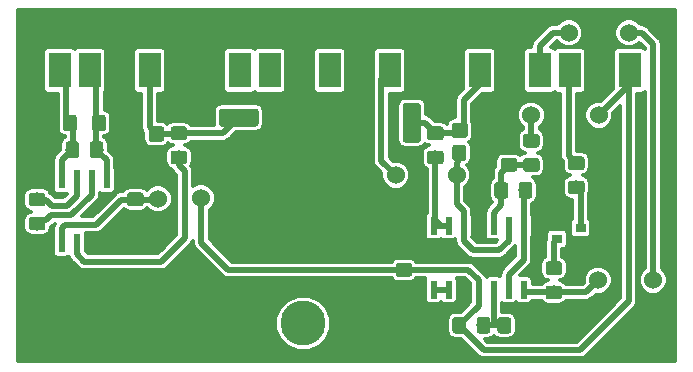
<source format=gbr>
G04 #@! TF.GenerationSoftware,KiCad,Pcbnew,(5.0.0)*
G04 #@! TF.CreationDate,2018-09-03T02:12:29-03:00*
G04 #@! TF.ProjectId,Signal,5369676E616C2E6B696361645F706362,rev?*
G04 #@! TF.SameCoordinates,Original*
G04 #@! TF.FileFunction,Copper,L2,Bot,Signal*
G04 #@! TF.FilePolarity,Positive*
%FSLAX46Y46*%
G04 Gerber Fmt 4.6, Leading zero omitted, Abs format (unit mm)*
G04 Created by KiCad (PCBNEW (5.0.0)) date 09/03/18 02:12:29*
%MOMM*%
%LPD*%
G01*
G04 APERTURE LIST*
G04 #@! TA.AperFunction,Conductor*
%ADD10C,0.100000*%
G04 #@! TD*
G04 #@! TA.AperFunction,SMDPad,CuDef*
%ADD11C,1.150000*%
G04 #@! TD*
G04 #@! TA.AperFunction,SMDPad,CuDef*
%ADD12C,1.525000*%
G04 #@! TD*
G04 #@! TA.AperFunction,ComponentPad*
%ADD13R,1.900000X3.000000*%
G04 #@! TD*
G04 #@! TA.AperFunction,SMDPad,CuDef*
%ADD14C,1.300000*%
G04 #@! TD*
G04 #@! TA.AperFunction,SMDPad,CuDef*
%ADD15R,0.600000X1.550000*%
G04 #@! TD*
G04 #@! TA.AperFunction,SMDPad,CuDef*
%ADD16R,0.600000X1.500000*%
G04 #@! TD*
G04 #@! TA.AperFunction,ComponentPad*
%ADD17C,3.800000*%
G04 #@! TD*
G04 #@! TA.AperFunction,SMDPad,CuDef*
%ADD18R,0.900000X0.800000*%
G04 #@! TD*
G04 #@! TA.AperFunction,ViaPad*
%ADD19C,1.524000*%
G04 #@! TD*
G04 #@! TA.AperFunction,Conductor*
%ADD20C,0.508000*%
G04 #@! TD*
G04 #@! TA.AperFunction,Conductor*
%ADD21C,0.304800*%
G04 #@! TD*
G04 APERTURE END LIST*
D10*
G04 #@! TO.N,/Vbat*
G04 #@! TO.C,R13*
G36*
X59656505Y-23801204D02*
X59680773Y-23804804D01*
X59704572Y-23810765D01*
X59727671Y-23819030D01*
X59749850Y-23829520D01*
X59770893Y-23842132D01*
X59790599Y-23856747D01*
X59808777Y-23873223D01*
X59825253Y-23891401D01*
X59839868Y-23911107D01*
X59852480Y-23932150D01*
X59862970Y-23954329D01*
X59871235Y-23977428D01*
X59877196Y-24001227D01*
X59880796Y-24025495D01*
X59882000Y-24049999D01*
X59882000Y-24700001D01*
X59880796Y-24724505D01*
X59877196Y-24748773D01*
X59871235Y-24772572D01*
X59862970Y-24795671D01*
X59852480Y-24817850D01*
X59839868Y-24838893D01*
X59825253Y-24858599D01*
X59808777Y-24876777D01*
X59790599Y-24893253D01*
X59770893Y-24907868D01*
X59749850Y-24920480D01*
X59727671Y-24930970D01*
X59704572Y-24939235D01*
X59680773Y-24945196D01*
X59656505Y-24948796D01*
X59632001Y-24950000D01*
X58731999Y-24950000D01*
X58707495Y-24948796D01*
X58683227Y-24945196D01*
X58659428Y-24939235D01*
X58636329Y-24930970D01*
X58614150Y-24920480D01*
X58593107Y-24907868D01*
X58573401Y-24893253D01*
X58555223Y-24876777D01*
X58538747Y-24858599D01*
X58524132Y-24838893D01*
X58511520Y-24817850D01*
X58501030Y-24795671D01*
X58492765Y-24772572D01*
X58486804Y-24748773D01*
X58483204Y-24724505D01*
X58482000Y-24700001D01*
X58482000Y-24049999D01*
X58483204Y-24025495D01*
X58486804Y-24001227D01*
X58492765Y-23977428D01*
X58501030Y-23954329D01*
X58511520Y-23932150D01*
X58524132Y-23911107D01*
X58538747Y-23891401D01*
X58555223Y-23873223D01*
X58573401Y-23856747D01*
X58593107Y-23842132D01*
X58614150Y-23829520D01*
X58636329Y-23819030D01*
X58659428Y-23810765D01*
X58683227Y-23804804D01*
X58707495Y-23801204D01*
X58731999Y-23800000D01*
X59632001Y-23800000D01*
X59656505Y-23801204D01*
X59656505Y-23801204D01*
G37*
D11*
G04 #@! TD*
G04 #@! TO.P,R13,1*
G04 #@! TO.N,/Vbat*
X59182000Y-24375000D03*
D10*
G04 #@! TO.N,Net-(R13-Pad2)*
G04 #@! TO.C,R13*
G36*
X59656505Y-25851204D02*
X59680773Y-25854804D01*
X59704572Y-25860765D01*
X59727671Y-25869030D01*
X59749850Y-25879520D01*
X59770893Y-25892132D01*
X59790599Y-25906747D01*
X59808777Y-25923223D01*
X59825253Y-25941401D01*
X59839868Y-25961107D01*
X59852480Y-25982150D01*
X59862970Y-26004329D01*
X59871235Y-26027428D01*
X59877196Y-26051227D01*
X59880796Y-26075495D01*
X59882000Y-26099999D01*
X59882000Y-26750001D01*
X59880796Y-26774505D01*
X59877196Y-26798773D01*
X59871235Y-26822572D01*
X59862970Y-26845671D01*
X59852480Y-26867850D01*
X59839868Y-26888893D01*
X59825253Y-26908599D01*
X59808777Y-26926777D01*
X59790599Y-26943253D01*
X59770893Y-26957868D01*
X59749850Y-26970480D01*
X59727671Y-26980970D01*
X59704572Y-26989235D01*
X59680773Y-26995196D01*
X59656505Y-26998796D01*
X59632001Y-27000000D01*
X58731999Y-27000000D01*
X58707495Y-26998796D01*
X58683227Y-26995196D01*
X58659428Y-26989235D01*
X58636329Y-26980970D01*
X58614150Y-26970480D01*
X58593107Y-26957868D01*
X58573401Y-26943253D01*
X58555223Y-26926777D01*
X58538747Y-26908599D01*
X58524132Y-26888893D01*
X58511520Y-26867850D01*
X58501030Y-26845671D01*
X58492765Y-26822572D01*
X58486804Y-26798773D01*
X58483204Y-26774505D01*
X58482000Y-26750001D01*
X58482000Y-26099999D01*
X58483204Y-26075495D01*
X58486804Y-26051227D01*
X58492765Y-26027428D01*
X58501030Y-26004329D01*
X58511520Y-25982150D01*
X58524132Y-25961107D01*
X58538747Y-25941401D01*
X58555223Y-25923223D01*
X58573401Y-25906747D01*
X58593107Y-25892132D01*
X58614150Y-25879520D01*
X58636329Y-25869030D01*
X58659428Y-25860765D01*
X58683227Y-25854804D01*
X58707495Y-25851204D01*
X58731999Y-25850000D01*
X59632001Y-25850000D01*
X59656505Y-25851204D01*
X59656505Y-25851204D01*
G37*
D11*
G04 #@! TD*
G04 #@! TO.P,R13,2*
G04 #@! TO.N,Net-(R13-Pad2)*
X59182000Y-26425000D03*
D10*
G04 #@! TO.N,GNDA*
G04 #@! TO.C,C4*
G36*
X43994505Y-28261204D02*
X44018773Y-28264804D01*
X44042572Y-28270765D01*
X44065671Y-28279030D01*
X44087850Y-28289520D01*
X44108893Y-28302132D01*
X44128599Y-28316747D01*
X44146777Y-28333223D01*
X44163253Y-28351401D01*
X44177868Y-28371107D01*
X44190480Y-28392150D01*
X44200970Y-28414329D01*
X44209235Y-28437428D01*
X44215196Y-28461227D01*
X44218796Y-28485495D01*
X44220000Y-28509999D01*
X44220000Y-29535001D01*
X44218796Y-29559505D01*
X44215196Y-29583773D01*
X44209235Y-29607572D01*
X44200970Y-29630671D01*
X44190480Y-29652850D01*
X44177868Y-29673893D01*
X44163253Y-29693599D01*
X44146777Y-29711777D01*
X44128599Y-29728253D01*
X44108893Y-29742868D01*
X44087850Y-29755480D01*
X44065671Y-29765970D01*
X44042572Y-29774235D01*
X44018773Y-29780196D01*
X43994505Y-29783796D01*
X43970001Y-29785000D01*
X41119999Y-29785000D01*
X41095495Y-29783796D01*
X41071227Y-29780196D01*
X41047428Y-29774235D01*
X41024329Y-29765970D01*
X41002150Y-29755480D01*
X40981107Y-29742868D01*
X40961401Y-29728253D01*
X40943223Y-29711777D01*
X40926747Y-29693599D01*
X40912132Y-29673893D01*
X40899520Y-29652850D01*
X40889030Y-29630671D01*
X40880765Y-29607572D01*
X40874804Y-29583773D01*
X40871204Y-29559505D01*
X40870000Y-29535001D01*
X40870000Y-28509999D01*
X40871204Y-28485495D01*
X40874804Y-28461227D01*
X40880765Y-28437428D01*
X40889030Y-28414329D01*
X40899520Y-28392150D01*
X40912132Y-28371107D01*
X40926747Y-28351401D01*
X40943223Y-28333223D01*
X40961401Y-28316747D01*
X40981107Y-28302132D01*
X41002150Y-28289520D01*
X41024329Y-28279030D01*
X41047428Y-28270765D01*
X41071227Y-28264804D01*
X41095495Y-28261204D01*
X41119999Y-28260000D01*
X43970001Y-28260000D01*
X43994505Y-28261204D01*
X43994505Y-28261204D01*
G37*
D12*
G04 #@! TD*
G04 #@! TO.P,C4,2*
G04 #@! TO.N,GNDA*
X42545000Y-29022500D03*
D10*
G04 #@! TO.N,/Vpanel*
G04 #@! TO.C,C4*
G36*
X43994505Y-22286204D02*
X44018773Y-22289804D01*
X44042572Y-22295765D01*
X44065671Y-22304030D01*
X44087850Y-22314520D01*
X44108893Y-22327132D01*
X44128599Y-22341747D01*
X44146777Y-22358223D01*
X44163253Y-22376401D01*
X44177868Y-22396107D01*
X44190480Y-22417150D01*
X44200970Y-22439329D01*
X44209235Y-22462428D01*
X44215196Y-22486227D01*
X44218796Y-22510495D01*
X44220000Y-22534999D01*
X44220000Y-23560001D01*
X44218796Y-23584505D01*
X44215196Y-23608773D01*
X44209235Y-23632572D01*
X44200970Y-23655671D01*
X44190480Y-23677850D01*
X44177868Y-23698893D01*
X44163253Y-23718599D01*
X44146777Y-23736777D01*
X44128599Y-23753253D01*
X44108893Y-23767868D01*
X44087850Y-23780480D01*
X44065671Y-23790970D01*
X44042572Y-23799235D01*
X44018773Y-23805196D01*
X43994505Y-23808796D01*
X43970001Y-23810000D01*
X41119999Y-23810000D01*
X41095495Y-23808796D01*
X41071227Y-23805196D01*
X41047428Y-23799235D01*
X41024329Y-23790970D01*
X41002150Y-23780480D01*
X40981107Y-23767868D01*
X40961401Y-23753253D01*
X40943223Y-23736777D01*
X40926747Y-23718599D01*
X40912132Y-23698893D01*
X40899520Y-23677850D01*
X40889030Y-23655671D01*
X40880765Y-23632572D01*
X40874804Y-23608773D01*
X40871204Y-23584505D01*
X40870000Y-23560001D01*
X40870000Y-22534999D01*
X40871204Y-22510495D01*
X40874804Y-22486227D01*
X40880765Y-22462428D01*
X40889030Y-22439329D01*
X40899520Y-22417150D01*
X40912132Y-22396107D01*
X40926747Y-22376401D01*
X40943223Y-22358223D01*
X40961401Y-22341747D01*
X40981107Y-22327132D01*
X41002150Y-22314520D01*
X41024329Y-22304030D01*
X41047428Y-22295765D01*
X41071227Y-22289804D01*
X41095495Y-22286204D01*
X41119999Y-22285000D01*
X43970001Y-22285000D01*
X43994505Y-22286204D01*
X43994505Y-22286204D01*
G37*
D12*
G04 #@! TD*
G04 #@! TO.P,C4,1*
G04 #@! TO.N,/Vpanel*
X42545000Y-23047500D03*
D10*
G04 #@! TO.N,/Vbat*
G04 #@! TO.C,C6*
G36*
X57714506Y-21821204D02*
X57738774Y-21824804D01*
X57762573Y-21830765D01*
X57785672Y-21839030D01*
X57807851Y-21849520D01*
X57828894Y-21862132D01*
X57848600Y-21876747D01*
X57866778Y-21893223D01*
X57883254Y-21911401D01*
X57897869Y-21931107D01*
X57910481Y-21952150D01*
X57920971Y-21974329D01*
X57929236Y-21997428D01*
X57935197Y-22021227D01*
X57938797Y-22045495D01*
X57940001Y-22069999D01*
X57940001Y-24920001D01*
X57938797Y-24944505D01*
X57935197Y-24968773D01*
X57929236Y-24992572D01*
X57920971Y-25015671D01*
X57910481Y-25037850D01*
X57897869Y-25058893D01*
X57883254Y-25078599D01*
X57866778Y-25096777D01*
X57848600Y-25113253D01*
X57828894Y-25127868D01*
X57807851Y-25140480D01*
X57785672Y-25150970D01*
X57762573Y-25159235D01*
X57738774Y-25165196D01*
X57714506Y-25168796D01*
X57690002Y-25170000D01*
X56665000Y-25170000D01*
X56640496Y-25168796D01*
X56616228Y-25165196D01*
X56592429Y-25159235D01*
X56569330Y-25150970D01*
X56547151Y-25140480D01*
X56526108Y-25127868D01*
X56506402Y-25113253D01*
X56488224Y-25096777D01*
X56471748Y-25078599D01*
X56457133Y-25058893D01*
X56444521Y-25037850D01*
X56434031Y-25015671D01*
X56425766Y-24992572D01*
X56419805Y-24968773D01*
X56416205Y-24944505D01*
X56415001Y-24920001D01*
X56415001Y-22069999D01*
X56416205Y-22045495D01*
X56419805Y-22021227D01*
X56425766Y-21997428D01*
X56434031Y-21974329D01*
X56444521Y-21952150D01*
X56457133Y-21931107D01*
X56471748Y-21911401D01*
X56488224Y-21893223D01*
X56506402Y-21876747D01*
X56526108Y-21862132D01*
X56547151Y-21849520D01*
X56569330Y-21839030D01*
X56592429Y-21830765D01*
X56616228Y-21824804D01*
X56640496Y-21821204D01*
X56665000Y-21820000D01*
X57690002Y-21820000D01*
X57714506Y-21821204D01*
X57714506Y-21821204D01*
G37*
D12*
G04 #@! TD*
G04 #@! TO.P,C6,1*
G04 #@! TO.N,/Vbat*
X57177501Y-23495000D03*
D10*
G04 #@! TO.N,GNDA*
G04 #@! TO.C,C6*
G36*
X51739506Y-21821204D02*
X51763774Y-21824804D01*
X51787573Y-21830765D01*
X51810672Y-21839030D01*
X51832851Y-21849520D01*
X51853894Y-21862132D01*
X51873600Y-21876747D01*
X51891778Y-21893223D01*
X51908254Y-21911401D01*
X51922869Y-21931107D01*
X51935481Y-21952150D01*
X51945971Y-21974329D01*
X51954236Y-21997428D01*
X51960197Y-22021227D01*
X51963797Y-22045495D01*
X51965001Y-22069999D01*
X51965001Y-24920001D01*
X51963797Y-24944505D01*
X51960197Y-24968773D01*
X51954236Y-24992572D01*
X51945971Y-25015671D01*
X51935481Y-25037850D01*
X51922869Y-25058893D01*
X51908254Y-25078599D01*
X51891778Y-25096777D01*
X51873600Y-25113253D01*
X51853894Y-25127868D01*
X51832851Y-25140480D01*
X51810672Y-25150970D01*
X51787573Y-25159235D01*
X51763774Y-25165196D01*
X51739506Y-25168796D01*
X51715002Y-25170000D01*
X50690000Y-25170000D01*
X50665496Y-25168796D01*
X50641228Y-25165196D01*
X50617429Y-25159235D01*
X50594330Y-25150970D01*
X50572151Y-25140480D01*
X50551108Y-25127868D01*
X50531402Y-25113253D01*
X50513224Y-25096777D01*
X50496748Y-25078599D01*
X50482133Y-25058893D01*
X50469521Y-25037850D01*
X50459031Y-25015671D01*
X50450766Y-24992572D01*
X50444805Y-24968773D01*
X50441205Y-24944505D01*
X50440001Y-24920001D01*
X50440001Y-22069999D01*
X50441205Y-22045495D01*
X50444805Y-22021227D01*
X50450766Y-21997428D01*
X50459031Y-21974329D01*
X50469521Y-21952150D01*
X50482133Y-21931107D01*
X50496748Y-21911401D01*
X50513224Y-21893223D01*
X50531402Y-21876747D01*
X50551108Y-21862132D01*
X50572151Y-21849520D01*
X50594330Y-21839030D01*
X50617429Y-21830765D01*
X50641228Y-21824804D01*
X50665496Y-21821204D01*
X50690000Y-21820000D01*
X51715002Y-21820000D01*
X51739506Y-21821204D01*
X51739506Y-21821204D01*
G37*
D12*
G04 #@! TD*
G04 #@! TO.P,C6,2*
G04 #@! TO.N,GNDA*
X51202501Y-23495000D03*
D13*
G04 #@! TO.P,U2,14*
G04 #@! TO.N,/BatOVInterrupt*
X68017005Y-19064395D03*
G04 #@! TO.P,U2,13*
G04 #@! TO.N,/Vbat*
X62937005Y-19064395D03*
G04 #@! TO.P,U2,12*
G04 #@! TO.N,GNDA*
X60397005Y-19064395D03*
G04 #@! TO.P,U2,11*
X57857005Y-19064395D03*
G04 #@! TO.P,U2,10*
G04 #@! TO.N,/Vbat_SIG_IN*
X55317005Y-19064395D03*
G04 #@! TO.P,U2,9*
G04 #@! TO.N,/Ipanel*
X50237005Y-19064395D03*
G04 #@! TO.P,U2,8*
G04 #@! TO.N,GNDA*
X47697005Y-19064395D03*
G04 #@! TO.P,U2,7*
G04 #@! TO.N,/Ipanel_Ref*
X45157005Y-19064395D03*
G04 #@! TO.P,U2,6*
G04 #@! TO.N,/Ipanel_SIG*
X42617005Y-19064395D03*
G04 #@! TO.P,U2,5*
G04 #@! TO.N,GNDA*
X40077005Y-19064395D03*
G04 #@! TO.P,U2,4*
G04 #@! TO.N,/Vpanel*
X34997005Y-19064395D03*
G04 #@! TO.P,U2,3*
G04 #@! TO.N,GNDA*
X32457005Y-19064395D03*
G04 #@! TO.P,U2,2*
G04 #@! TO.N,/Vpanel_SIG*
X29917005Y-19064395D03*
G04 #@! TO.P,U2,1*
G04 #@! TO.N,/Vpanel_Ref*
X27377005Y-19064395D03*
G04 #@! TO.P,U2,15*
G04 #@! TO.N,/PWM*
X70557005Y-19064395D03*
G04 #@! TO.P,U2,16*
G04 #@! TO.N,GNDA*
X73097005Y-19064395D03*
G04 #@! TO.P,U2,17*
G04 #@! TO.N,+5VA*
X75637005Y-19064395D03*
G04 #@! TD*
D10*
G04 #@! TO.N,/PWM*
G04 #@! TO.C,R1*
G36*
X71594505Y-26341204D02*
X71618773Y-26344804D01*
X71642572Y-26350765D01*
X71665671Y-26359030D01*
X71687850Y-26369520D01*
X71708893Y-26382132D01*
X71728599Y-26396747D01*
X71746777Y-26413223D01*
X71763253Y-26431401D01*
X71777868Y-26451107D01*
X71790480Y-26472150D01*
X71800970Y-26494329D01*
X71809235Y-26517428D01*
X71815196Y-26541227D01*
X71818796Y-26565495D01*
X71820000Y-26589999D01*
X71820000Y-27240001D01*
X71818796Y-27264505D01*
X71815196Y-27288773D01*
X71809235Y-27312572D01*
X71800970Y-27335671D01*
X71790480Y-27357850D01*
X71777868Y-27378893D01*
X71763253Y-27398599D01*
X71746777Y-27416777D01*
X71728599Y-27433253D01*
X71708893Y-27447868D01*
X71687850Y-27460480D01*
X71665671Y-27470970D01*
X71642572Y-27479235D01*
X71618773Y-27485196D01*
X71594505Y-27488796D01*
X71570001Y-27490000D01*
X70669999Y-27490000D01*
X70645495Y-27488796D01*
X70621227Y-27485196D01*
X70597428Y-27479235D01*
X70574329Y-27470970D01*
X70552150Y-27460480D01*
X70531107Y-27447868D01*
X70511401Y-27433253D01*
X70493223Y-27416777D01*
X70476747Y-27398599D01*
X70462132Y-27378893D01*
X70449520Y-27357850D01*
X70439030Y-27335671D01*
X70430765Y-27312572D01*
X70424804Y-27288773D01*
X70421204Y-27264505D01*
X70420000Y-27240001D01*
X70420000Y-26589999D01*
X70421204Y-26565495D01*
X70424804Y-26541227D01*
X70430765Y-26517428D01*
X70439030Y-26494329D01*
X70449520Y-26472150D01*
X70462132Y-26451107D01*
X70476747Y-26431401D01*
X70493223Y-26413223D01*
X70511401Y-26396747D01*
X70531107Y-26382132D01*
X70552150Y-26369520D01*
X70574329Y-26359030D01*
X70597428Y-26350765D01*
X70621227Y-26344804D01*
X70645495Y-26341204D01*
X70669999Y-26340000D01*
X71570001Y-26340000D01*
X71594505Y-26341204D01*
X71594505Y-26341204D01*
G37*
D11*
G04 #@! TD*
G04 #@! TO.P,R1,1*
G04 #@! TO.N,/PWM*
X71120000Y-26915000D03*
D10*
G04 #@! TO.N,Net-(Q1-Pad3)*
G04 #@! TO.C,R1*
G36*
X71594505Y-28391204D02*
X71618773Y-28394804D01*
X71642572Y-28400765D01*
X71665671Y-28409030D01*
X71687850Y-28419520D01*
X71708893Y-28432132D01*
X71728599Y-28446747D01*
X71746777Y-28463223D01*
X71763253Y-28481401D01*
X71777868Y-28501107D01*
X71790480Y-28522150D01*
X71800970Y-28544329D01*
X71809235Y-28567428D01*
X71815196Y-28591227D01*
X71818796Y-28615495D01*
X71820000Y-28639999D01*
X71820000Y-29290001D01*
X71818796Y-29314505D01*
X71815196Y-29338773D01*
X71809235Y-29362572D01*
X71800970Y-29385671D01*
X71790480Y-29407850D01*
X71777868Y-29428893D01*
X71763253Y-29448599D01*
X71746777Y-29466777D01*
X71728599Y-29483253D01*
X71708893Y-29497868D01*
X71687850Y-29510480D01*
X71665671Y-29520970D01*
X71642572Y-29529235D01*
X71618773Y-29535196D01*
X71594505Y-29538796D01*
X71570001Y-29540000D01*
X70669999Y-29540000D01*
X70645495Y-29538796D01*
X70621227Y-29535196D01*
X70597428Y-29529235D01*
X70574329Y-29520970D01*
X70552150Y-29510480D01*
X70531107Y-29497868D01*
X70511401Y-29483253D01*
X70493223Y-29466777D01*
X70476747Y-29448599D01*
X70462132Y-29428893D01*
X70449520Y-29407850D01*
X70439030Y-29385671D01*
X70430765Y-29362572D01*
X70424804Y-29338773D01*
X70421204Y-29314505D01*
X70420000Y-29290001D01*
X70420000Y-28639999D01*
X70421204Y-28615495D01*
X70424804Y-28591227D01*
X70430765Y-28567428D01*
X70439030Y-28544329D01*
X70449520Y-28522150D01*
X70462132Y-28501107D01*
X70476747Y-28481401D01*
X70493223Y-28463223D01*
X70511401Y-28446747D01*
X70531107Y-28432132D01*
X70552150Y-28419520D01*
X70574329Y-28409030D01*
X70597428Y-28400765D01*
X70621227Y-28394804D01*
X70645495Y-28391204D01*
X70669999Y-28390000D01*
X71570001Y-28390000D01*
X71594505Y-28391204D01*
X71594505Y-28391204D01*
G37*
D11*
G04 #@! TD*
G04 #@! TO.P,R1,2*
G04 #@! TO.N,Net-(Q1-Pad3)*
X71120000Y-28965000D03*
D10*
G04 #@! TO.N,+5VA*
G04 #@! TO.C,C1*
G36*
X56989505Y-35376204D02*
X57013773Y-35379804D01*
X57037572Y-35385765D01*
X57060671Y-35394030D01*
X57082850Y-35404520D01*
X57103893Y-35417132D01*
X57123599Y-35431747D01*
X57141777Y-35448223D01*
X57158253Y-35466401D01*
X57172868Y-35486107D01*
X57185480Y-35507150D01*
X57195970Y-35529329D01*
X57204235Y-35552428D01*
X57210196Y-35576227D01*
X57213796Y-35600495D01*
X57215000Y-35624999D01*
X57215000Y-36275001D01*
X57213796Y-36299505D01*
X57210196Y-36323773D01*
X57204235Y-36347572D01*
X57195970Y-36370671D01*
X57185480Y-36392850D01*
X57172868Y-36413893D01*
X57158253Y-36433599D01*
X57141777Y-36451777D01*
X57123599Y-36468253D01*
X57103893Y-36482868D01*
X57082850Y-36495480D01*
X57060671Y-36505970D01*
X57037572Y-36514235D01*
X57013773Y-36520196D01*
X56989505Y-36523796D01*
X56965001Y-36525000D01*
X56064999Y-36525000D01*
X56040495Y-36523796D01*
X56016227Y-36520196D01*
X55992428Y-36514235D01*
X55969329Y-36505970D01*
X55947150Y-36495480D01*
X55926107Y-36482868D01*
X55906401Y-36468253D01*
X55888223Y-36451777D01*
X55871747Y-36433599D01*
X55857132Y-36413893D01*
X55844520Y-36392850D01*
X55834030Y-36370671D01*
X55825765Y-36347572D01*
X55819804Y-36323773D01*
X55816204Y-36299505D01*
X55815000Y-36275001D01*
X55815000Y-35624999D01*
X55816204Y-35600495D01*
X55819804Y-35576227D01*
X55825765Y-35552428D01*
X55834030Y-35529329D01*
X55844520Y-35507150D01*
X55857132Y-35486107D01*
X55871747Y-35466401D01*
X55888223Y-35448223D01*
X55906401Y-35431747D01*
X55926107Y-35417132D01*
X55947150Y-35404520D01*
X55969329Y-35394030D01*
X55992428Y-35385765D01*
X56016227Y-35379804D01*
X56040495Y-35376204D01*
X56064999Y-35375000D01*
X56965001Y-35375000D01*
X56989505Y-35376204D01*
X56989505Y-35376204D01*
G37*
D11*
G04 #@! TD*
G04 #@! TO.P,C1,2*
G04 #@! TO.N,+5VA*
X56515000Y-35950000D03*
D10*
G04 #@! TO.N,GNDA*
G04 #@! TO.C,C1*
G36*
X56989505Y-33326204D02*
X57013773Y-33329804D01*
X57037572Y-33335765D01*
X57060671Y-33344030D01*
X57082850Y-33354520D01*
X57103893Y-33367132D01*
X57123599Y-33381747D01*
X57141777Y-33398223D01*
X57158253Y-33416401D01*
X57172868Y-33436107D01*
X57185480Y-33457150D01*
X57195970Y-33479329D01*
X57204235Y-33502428D01*
X57210196Y-33526227D01*
X57213796Y-33550495D01*
X57215000Y-33574999D01*
X57215000Y-34225001D01*
X57213796Y-34249505D01*
X57210196Y-34273773D01*
X57204235Y-34297572D01*
X57195970Y-34320671D01*
X57185480Y-34342850D01*
X57172868Y-34363893D01*
X57158253Y-34383599D01*
X57141777Y-34401777D01*
X57123599Y-34418253D01*
X57103893Y-34432868D01*
X57082850Y-34445480D01*
X57060671Y-34455970D01*
X57037572Y-34464235D01*
X57013773Y-34470196D01*
X56989505Y-34473796D01*
X56965001Y-34475000D01*
X56064999Y-34475000D01*
X56040495Y-34473796D01*
X56016227Y-34470196D01*
X55992428Y-34464235D01*
X55969329Y-34455970D01*
X55947150Y-34445480D01*
X55926107Y-34432868D01*
X55906401Y-34418253D01*
X55888223Y-34401777D01*
X55871747Y-34383599D01*
X55857132Y-34363893D01*
X55844520Y-34342850D01*
X55834030Y-34320671D01*
X55825765Y-34297572D01*
X55819804Y-34273773D01*
X55816204Y-34249505D01*
X55815000Y-34225001D01*
X55815000Y-33574999D01*
X55816204Y-33550495D01*
X55819804Y-33526227D01*
X55825765Y-33502428D01*
X55834030Y-33479329D01*
X55844520Y-33457150D01*
X55857132Y-33436107D01*
X55871747Y-33416401D01*
X55888223Y-33398223D01*
X55906401Y-33381747D01*
X55926107Y-33367132D01*
X55947150Y-33354520D01*
X55969329Y-33344030D01*
X55992428Y-33335765D01*
X56016227Y-33329804D01*
X56040495Y-33326204D01*
X56064999Y-33325000D01*
X56965001Y-33325000D01*
X56989505Y-33326204D01*
X56989505Y-33326204D01*
G37*
D11*
G04 #@! TD*
G04 #@! TO.P,C1,1*
G04 #@! TO.N,GNDA*
X56515000Y-33900000D03*
D10*
G04 #@! TO.N,Net-(R12-Pad2)*
G04 #@! TO.C,R7*
G36*
X67784505Y-26486204D02*
X67808773Y-26489804D01*
X67832572Y-26495765D01*
X67855671Y-26504030D01*
X67877850Y-26514520D01*
X67898893Y-26527132D01*
X67918599Y-26541747D01*
X67936777Y-26558223D01*
X67953253Y-26576401D01*
X67967868Y-26596107D01*
X67980480Y-26617150D01*
X67990970Y-26639329D01*
X67999235Y-26662428D01*
X68005196Y-26686227D01*
X68008796Y-26710495D01*
X68010000Y-26734999D01*
X68010000Y-27385001D01*
X68008796Y-27409505D01*
X68005196Y-27433773D01*
X67999235Y-27457572D01*
X67990970Y-27480671D01*
X67980480Y-27502850D01*
X67967868Y-27523893D01*
X67953253Y-27543599D01*
X67936777Y-27561777D01*
X67918599Y-27578253D01*
X67898893Y-27592868D01*
X67877850Y-27605480D01*
X67855671Y-27615970D01*
X67832572Y-27624235D01*
X67808773Y-27630196D01*
X67784505Y-27633796D01*
X67760001Y-27635000D01*
X66859999Y-27635000D01*
X66835495Y-27633796D01*
X66811227Y-27630196D01*
X66787428Y-27624235D01*
X66764329Y-27615970D01*
X66742150Y-27605480D01*
X66721107Y-27592868D01*
X66701401Y-27578253D01*
X66683223Y-27561777D01*
X66666747Y-27543599D01*
X66652132Y-27523893D01*
X66639520Y-27502850D01*
X66629030Y-27480671D01*
X66620765Y-27457572D01*
X66614804Y-27433773D01*
X66611204Y-27409505D01*
X66610000Y-27385001D01*
X66610000Y-26734999D01*
X66611204Y-26710495D01*
X66614804Y-26686227D01*
X66620765Y-26662428D01*
X66629030Y-26639329D01*
X66639520Y-26617150D01*
X66652132Y-26596107D01*
X66666747Y-26576401D01*
X66683223Y-26558223D01*
X66701401Y-26541747D01*
X66721107Y-26527132D01*
X66742150Y-26514520D01*
X66764329Y-26504030D01*
X66787428Y-26495765D01*
X66811227Y-26489804D01*
X66835495Y-26486204D01*
X66859999Y-26485000D01*
X67760001Y-26485000D01*
X67784505Y-26486204D01*
X67784505Y-26486204D01*
G37*
D11*
G04 #@! TD*
G04 #@! TO.P,R7,1*
G04 #@! TO.N,Net-(R12-Pad2)*
X67310000Y-27060000D03*
D10*
G04 #@! TO.N,+5VA*
G04 #@! TO.C,R7*
G36*
X67784505Y-24436204D02*
X67808773Y-24439804D01*
X67832572Y-24445765D01*
X67855671Y-24454030D01*
X67877850Y-24464520D01*
X67898893Y-24477132D01*
X67918599Y-24491747D01*
X67936777Y-24508223D01*
X67953253Y-24526401D01*
X67967868Y-24546107D01*
X67980480Y-24567150D01*
X67990970Y-24589329D01*
X67999235Y-24612428D01*
X68005196Y-24636227D01*
X68008796Y-24660495D01*
X68010000Y-24684999D01*
X68010000Y-25335001D01*
X68008796Y-25359505D01*
X68005196Y-25383773D01*
X67999235Y-25407572D01*
X67990970Y-25430671D01*
X67980480Y-25452850D01*
X67967868Y-25473893D01*
X67953253Y-25493599D01*
X67936777Y-25511777D01*
X67918599Y-25528253D01*
X67898893Y-25542868D01*
X67877850Y-25555480D01*
X67855671Y-25565970D01*
X67832572Y-25574235D01*
X67808773Y-25580196D01*
X67784505Y-25583796D01*
X67760001Y-25585000D01*
X66859999Y-25585000D01*
X66835495Y-25583796D01*
X66811227Y-25580196D01*
X66787428Y-25574235D01*
X66764329Y-25565970D01*
X66742150Y-25555480D01*
X66721107Y-25542868D01*
X66701401Y-25528253D01*
X66683223Y-25511777D01*
X66666747Y-25493599D01*
X66652132Y-25473893D01*
X66639520Y-25452850D01*
X66629030Y-25430671D01*
X66620765Y-25407572D01*
X66614804Y-25383773D01*
X66611204Y-25359505D01*
X66610000Y-25335001D01*
X66610000Y-24684999D01*
X66611204Y-24660495D01*
X66614804Y-24636227D01*
X66620765Y-24612428D01*
X66629030Y-24589329D01*
X66639520Y-24567150D01*
X66652132Y-24546107D01*
X66666747Y-24526401D01*
X66683223Y-24508223D01*
X66701401Y-24491747D01*
X66721107Y-24477132D01*
X66742150Y-24464520D01*
X66764329Y-24454030D01*
X66787428Y-24445765D01*
X66811227Y-24439804D01*
X66835495Y-24436204D01*
X66859999Y-24435000D01*
X67760001Y-24435000D01*
X67784505Y-24436204D01*
X67784505Y-24436204D01*
G37*
D11*
G04 #@! TD*
G04 #@! TO.P,R7,2*
G04 #@! TO.N,+5VA*
X67310000Y-25010000D03*
D10*
G04 #@! TO.N,Net-(R12-Pad2)*
G04 #@! TO.C,R12*
G36*
X65879505Y-26486204D02*
X65903773Y-26489804D01*
X65927572Y-26495765D01*
X65950671Y-26504030D01*
X65972850Y-26514520D01*
X65993893Y-26527132D01*
X66013599Y-26541747D01*
X66031777Y-26558223D01*
X66048253Y-26576401D01*
X66062868Y-26596107D01*
X66075480Y-26617150D01*
X66085970Y-26639329D01*
X66094235Y-26662428D01*
X66100196Y-26686227D01*
X66103796Y-26710495D01*
X66105000Y-26734999D01*
X66105000Y-27385001D01*
X66103796Y-27409505D01*
X66100196Y-27433773D01*
X66094235Y-27457572D01*
X66085970Y-27480671D01*
X66075480Y-27502850D01*
X66062868Y-27523893D01*
X66048253Y-27543599D01*
X66031777Y-27561777D01*
X66013599Y-27578253D01*
X65993893Y-27592868D01*
X65972850Y-27605480D01*
X65950671Y-27615970D01*
X65927572Y-27624235D01*
X65903773Y-27630196D01*
X65879505Y-27633796D01*
X65855001Y-27635000D01*
X64954999Y-27635000D01*
X64930495Y-27633796D01*
X64906227Y-27630196D01*
X64882428Y-27624235D01*
X64859329Y-27615970D01*
X64837150Y-27605480D01*
X64816107Y-27592868D01*
X64796401Y-27578253D01*
X64778223Y-27561777D01*
X64761747Y-27543599D01*
X64747132Y-27523893D01*
X64734520Y-27502850D01*
X64724030Y-27480671D01*
X64715765Y-27457572D01*
X64709804Y-27433773D01*
X64706204Y-27409505D01*
X64705000Y-27385001D01*
X64705000Y-26734999D01*
X64706204Y-26710495D01*
X64709804Y-26686227D01*
X64715765Y-26662428D01*
X64724030Y-26639329D01*
X64734520Y-26617150D01*
X64747132Y-26596107D01*
X64761747Y-26576401D01*
X64778223Y-26558223D01*
X64796401Y-26541747D01*
X64816107Y-26527132D01*
X64837150Y-26514520D01*
X64859329Y-26504030D01*
X64882428Y-26495765D01*
X64906227Y-26489804D01*
X64930495Y-26486204D01*
X64954999Y-26485000D01*
X65855001Y-26485000D01*
X65879505Y-26486204D01*
X65879505Y-26486204D01*
G37*
D11*
G04 #@! TD*
G04 #@! TO.P,R12,2*
G04 #@! TO.N,Net-(R12-Pad2)*
X65405000Y-27060000D03*
D10*
G04 #@! TO.N,GNDA*
G04 #@! TO.C,R12*
G36*
X65879505Y-24436204D02*
X65903773Y-24439804D01*
X65927572Y-24445765D01*
X65950671Y-24454030D01*
X65972850Y-24464520D01*
X65993893Y-24477132D01*
X66013599Y-24491747D01*
X66031777Y-24508223D01*
X66048253Y-24526401D01*
X66062868Y-24546107D01*
X66075480Y-24567150D01*
X66085970Y-24589329D01*
X66094235Y-24612428D01*
X66100196Y-24636227D01*
X66103796Y-24660495D01*
X66105000Y-24684999D01*
X66105000Y-25335001D01*
X66103796Y-25359505D01*
X66100196Y-25383773D01*
X66094235Y-25407572D01*
X66085970Y-25430671D01*
X66075480Y-25452850D01*
X66062868Y-25473893D01*
X66048253Y-25493599D01*
X66031777Y-25511777D01*
X66013599Y-25528253D01*
X65993893Y-25542868D01*
X65972850Y-25555480D01*
X65950671Y-25565970D01*
X65927572Y-25574235D01*
X65903773Y-25580196D01*
X65879505Y-25583796D01*
X65855001Y-25585000D01*
X64954999Y-25585000D01*
X64930495Y-25583796D01*
X64906227Y-25580196D01*
X64882428Y-25574235D01*
X64859329Y-25565970D01*
X64837150Y-25555480D01*
X64816107Y-25542868D01*
X64796401Y-25528253D01*
X64778223Y-25511777D01*
X64761747Y-25493599D01*
X64747132Y-25473893D01*
X64734520Y-25452850D01*
X64724030Y-25430671D01*
X64715765Y-25407572D01*
X64709804Y-25383773D01*
X64706204Y-25359505D01*
X64705000Y-25335001D01*
X64705000Y-24684999D01*
X64706204Y-24660495D01*
X64709804Y-24636227D01*
X64715765Y-24612428D01*
X64724030Y-24589329D01*
X64734520Y-24567150D01*
X64747132Y-24546107D01*
X64761747Y-24526401D01*
X64778223Y-24508223D01*
X64796401Y-24491747D01*
X64816107Y-24477132D01*
X64837150Y-24464520D01*
X64859329Y-24454030D01*
X64882428Y-24445765D01*
X64906227Y-24439804D01*
X64930495Y-24436204D01*
X64954999Y-24435000D01*
X65855001Y-24435000D01*
X65879505Y-24436204D01*
X65879505Y-24436204D01*
G37*
D11*
G04 #@! TD*
G04 #@! TO.P,R12,1*
G04 #@! TO.N,GNDA*
X65405000Y-25010000D03*
D10*
G04 #@! TO.N,Net-(R8-Pad1)*
G04 #@! TO.C,R8*
G36*
X67160505Y-28511204D02*
X67184773Y-28514804D01*
X67208572Y-28520765D01*
X67231671Y-28529030D01*
X67253850Y-28539520D01*
X67274893Y-28552132D01*
X67294599Y-28566747D01*
X67312777Y-28583223D01*
X67329253Y-28601401D01*
X67343868Y-28621107D01*
X67356480Y-28642150D01*
X67366970Y-28664329D01*
X67375235Y-28687428D01*
X67381196Y-28711227D01*
X67384796Y-28735495D01*
X67386000Y-28759999D01*
X67386000Y-29660001D01*
X67384796Y-29684505D01*
X67381196Y-29708773D01*
X67375235Y-29732572D01*
X67366970Y-29755671D01*
X67356480Y-29777850D01*
X67343868Y-29798893D01*
X67329253Y-29818599D01*
X67312777Y-29836777D01*
X67294599Y-29853253D01*
X67274893Y-29867868D01*
X67253850Y-29880480D01*
X67231671Y-29890970D01*
X67208572Y-29899235D01*
X67184773Y-29905196D01*
X67160505Y-29908796D01*
X67136001Y-29910000D01*
X66485999Y-29910000D01*
X66461495Y-29908796D01*
X66437227Y-29905196D01*
X66413428Y-29899235D01*
X66390329Y-29890970D01*
X66368150Y-29880480D01*
X66347107Y-29867868D01*
X66327401Y-29853253D01*
X66309223Y-29836777D01*
X66292747Y-29818599D01*
X66278132Y-29798893D01*
X66265520Y-29777850D01*
X66255030Y-29755671D01*
X66246765Y-29732572D01*
X66240804Y-29708773D01*
X66237204Y-29684505D01*
X66236000Y-29660001D01*
X66236000Y-28759999D01*
X66237204Y-28735495D01*
X66240804Y-28711227D01*
X66246765Y-28687428D01*
X66255030Y-28664329D01*
X66265520Y-28642150D01*
X66278132Y-28621107D01*
X66292747Y-28601401D01*
X66309223Y-28583223D01*
X66327401Y-28566747D01*
X66347107Y-28552132D01*
X66368150Y-28539520D01*
X66390329Y-28529030D01*
X66413428Y-28520765D01*
X66437227Y-28514804D01*
X66461495Y-28511204D01*
X66485999Y-28510000D01*
X67136001Y-28510000D01*
X67160505Y-28511204D01*
X67160505Y-28511204D01*
G37*
D11*
G04 #@! TD*
G04 #@! TO.P,R8,1*
G04 #@! TO.N,Net-(R8-Pad1)*
X66811000Y-29210000D03*
D10*
G04 #@! TO.N,Net-(R12-Pad2)*
G04 #@! TO.C,R8*
G36*
X65110505Y-28511204D02*
X65134773Y-28514804D01*
X65158572Y-28520765D01*
X65181671Y-28529030D01*
X65203850Y-28539520D01*
X65224893Y-28552132D01*
X65244599Y-28566747D01*
X65262777Y-28583223D01*
X65279253Y-28601401D01*
X65293868Y-28621107D01*
X65306480Y-28642150D01*
X65316970Y-28664329D01*
X65325235Y-28687428D01*
X65331196Y-28711227D01*
X65334796Y-28735495D01*
X65336000Y-28759999D01*
X65336000Y-29660001D01*
X65334796Y-29684505D01*
X65331196Y-29708773D01*
X65325235Y-29732572D01*
X65316970Y-29755671D01*
X65306480Y-29777850D01*
X65293868Y-29798893D01*
X65279253Y-29818599D01*
X65262777Y-29836777D01*
X65244599Y-29853253D01*
X65224893Y-29867868D01*
X65203850Y-29880480D01*
X65181671Y-29890970D01*
X65158572Y-29899235D01*
X65134773Y-29905196D01*
X65110505Y-29908796D01*
X65086001Y-29910000D01*
X64435999Y-29910000D01*
X64411495Y-29908796D01*
X64387227Y-29905196D01*
X64363428Y-29899235D01*
X64340329Y-29890970D01*
X64318150Y-29880480D01*
X64297107Y-29867868D01*
X64277401Y-29853253D01*
X64259223Y-29836777D01*
X64242747Y-29818599D01*
X64228132Y-29798893D01*
X64215520Y-29777850D01*
X64205030Y-29755671D01*
X64196765Y-29732572D01*
X64190804Y-29708773D01*
X64187204Y-29684505D01*
X64186000Y-29660001D01*
X64186000Y-28759999D01*
X64187204Y-28735495D01*
X64190804Y-28711227D01*
X64196765Y-28687428D01*
X64205030Y-28664329D01*
X64215520Y-28642150D01*
X64228132Y-28621107D01*
X64242747Y-28601401D01*
X64259223Y-28583223D01*
X64277401Y-28566747D01*
X64297107Y-28552132D01*
X64318150Y-28539520D01*
X64340329Y-28529030D01*
X64363428Y-28520765D01*
X64387227Y-28514804D01*
X64411495Y-28511204D01*
X64435999Y-28510000D01*
X65086001Y-28510000D01*
X65110505Y-28511204D01*
X65110505Y-28511204D01*
G37*
D11*
G04 #@! TD*
G04 #@! TO.P,R8,2*
G04 #@! TO.N,Net-(R12-Pad2)*
X64761000Y-29210000D03*
D10*
G04 #@! TO.N,GNDA*
G04 #@! TO.C,D1*
G36*
X63629504Y-23481204D02*
X63653773Y-23484804D01*
X63677571Y-23490765D01*
X63700671Y-23499030D01*
X63722849Y-23509520D01*
X63743893Y-23522133D01*
X63763598Y-23536747D01*
X63781777Y-23553223D01*
X63798253Y-23571402D01*
X63812867Y-23591107D01*
X63825480Y-23612151D01*
X63835970Y-23634329D01*
X63844235Y-23657429D01*
X63850196Y-23681227D01*
X63853796Y-23705496D01*
X63855000Y-23730000D01*
X63855000Y-24530000D01*
X63853796Y-24554504D01*
X63850196Y-24578773D01*
X63844235Y-24602571D01*
X63835970Y-24625671D01*
X63825480Y-24647849D01*
X63812867Y-24668893D01*
X63798253Y-24688598D01*
X63781777Y-24706777D01*
X63763598Y-24723253D01*
X63743893Y-24737867D01*
X63722849Y-24750480D01*
X63700671Y-24760970D01*
X63677571Y-24769235D01*
X63653773Y-24775196D01*
X63629504Y-24778796D01*
X63605000Y-24780000D01*
X62780000Y-24780000D01*
X62755496Y-24778796D01*
X62731227Y-24775196D01*
X62707429Y-24769235D01*
X62684329Y-24760970D01*
X62662151Y-24750480D01*
X62641107Y-24737867D01*
X62621402Y-24723253D01*
X62603223Y-24706777D01*
X62586747Y-24688598D01*
X62572133Y-24668893D01*
X62559520Y-24647849D01*
X62549030Y-24625671D01*
X62540765Y-24602571D01*
X62534804Y-24578773D01*
X62531204Y-24554504D01*
X62530000Y-24530000D01*
X62530000Y-23730000D01*
X62531204Y-23705496D01*
X62534804Y-23681227D01*
X62540765Y-23657429D01*
X62549030Y-23634329D01*
X62559520Y-23612151D01*
X62572133Y-23591107D01*
X62586747Y-23571402D01*
X62603223Y-23553223D01*
X62621402Y-23536747D01*
X62641107Y-23522133D01*
X62662151Y-23509520D01*
X62684329Y-23499030D01*
X62707429Y-23490765D01*
X62731227Y-23484804D01*
X62755496Y-23481204D01*
X62780000Y-23480000D01*
X63605000Y-23480000D01*
X63629504Y-23481204D01*
X63629504Y-23481204D01*
G37*
D14*
G04 #@! TD*
G04 #@! TO.P,D1,2*
G04 #@! TO.N,GNDA*
X63192500Y-24130000D03*
D10*
G04 #@! TO.N,/Vbat*
G04 #@! TO.C,D1*
G36*
X61704504Y-23481204D02*
X61728773Y-23484804D01*
X61752571Y-23490765D01*
X61775671Y-23499030D01*
X61797849Y-23509520D01*
X61818893Y-23522133D01*
X61838598Y-23536747D01*
X61856777Y-23553223D01*
X61873253Y-23571402D01*
X61887867Y-23591107D01*
X61900480Y-23612151D01*
X61910970Y-23634329D01*
X61919235Y-23657429D01*
X61925196Y-23681227D01*
X61928796Y-23705496D01*
X61930000Y-23730000D01*
X61930000Y-24530000D01*
X61928796Y-24554504D01*
X61925196Y-24578773D01*
X61919235Y-24602571D01*
X61910970Y-24625671D01*
X61900480Y-24647849D01*
X61887867Y-24668893D01*
X61873253Y-24688598D01*
X61856777Y-24706777D01*
X61838598Y-24723253D01*
X61818893Y-24737867D01*
X61797849Y-24750480D01*
X61775671Y-24760970D01*
X61752571Y-24769235D01*
X61728773Y-24775196D01*
X61704504Y-24778796D01*
X61680000Y-24780000D01*
X60855000Y-24780000D01*
X60830496Y-24778796D01*
X60806227Y-24775196D01*
X60782429Y-24769235D01*
X60759329Y-24760970D01*
X60737151Y-24750480D01*
X60716107Y-24737867D01*
X60696402Y-24723253D01*
X60678223Y-24706777D01*
X60661747Y-24688598D01*
X60647133Y-24668893D01*
X60634520Y-24647849D01*
X60624030Y-24625671D01*
X60615765Y-24602571D01*
X60609804Y-24578773D01*
X60606204Y-24554504D01*
X60605000Y-24530000D01*
X60605000Y-23730000D01*
X60606204Y-23705496D01*
X60609804Y-23681227D01*
X60615765Y-23657429D01*
X60624030Y-23634329D01*
X60634520Y-23612151D01*
X60647133Y-23591107D01*
X60661747Y-23571402D01*
X60678223Y-23553223D01*
X60696402Y-23536747D01*
X60716107Y-23522133D01*
X60737151Y-23509520D01*
X60759329Y-23499030D01*
X60782429Y-23490765D01*
X60806227Y-23484804D01*
X60830496Y-23481204D01*
X60855000Y-23480000D01*
X61680000Y-23480000D01*
X61704504Y-23481204D01*
X61704504Y-23481204D01*
G37*
D14*
G04 #@! TD*
G04 #@! TO.P,D1,1*
G04 #@! TO.N,/Vbat*
X61267500Y-24130000D03*
D10*
G04 #@! TO.N,/Vpanel*
G04 #@! TO.C,D2*
G36*
X35984504Y-23776204D02*
X36008773Y-23779804D01*
X36032571Y-23785765D01*
X36055671Y-23794030D01*
X36077849Y-23804520D01*
X36098893Y-23817133D01*
X36118598Y-23831747D01*
X36136777Y-23848223D01*
X36153253Y-23866402D01*
X36167867Y-23886107D01*
X36180480Y-23907151D01*
X36190970Y-23929329D01*
X36199235Y-23952429D01*
X36205196Y-23976227D01*
X36208796Y-24000496D01*
X36210000Y-24025000D01*
X36210000Y-24850000D01*
X36208796Y-24874504D01*
X36205196Y-24898773D01*
X36199235Y-24922571D01*
X36190970Y-24945671D01*
X36180480Y-24967849D01*
X36167867Y-24988893D01*
X36153253Y-25008598D01*
X36136777Y-25026777D01*
X36118598Y-25043253D01*
X36098893Y-25057867D01*
X36077849Y-25070480D01*
X36055671Y-25080970D01*
X36032571Y-25089235D01*
X36008773Y-25095196D01*
X35984504Y-25098796D01*
X35960000Y-25100000D01*
X35160000Y-25100000D01*
X35135496Y-25098796D01*
X35111227Y-25095196D01*
X35087429Y-25089235D01*
X35064329Y-25080970D01*
X35042151Y-25070480D01*
X35021107Y-25057867D01*
X35001402Y-25043253D01*
X34983223Y-25026777D01*
X34966747Y-25008598D01*
X34952133Y-24988893D01*
X34939520Y-24967849D01*
X34929030Y-24945671D01*
X34920765Y-24922571D01*
X34914804Y-24898773D01*
X34911204Y-24874504D01*
X34910000Y-24850000D01*
X34910000Y-24025000D01*
X34911204Y-24000496D01*
X34914804Y-23976227D01*
X34920765Y-23952429D01*
X34929030Y-23929329D01*
X34939520Y-23907151D01*
X34952133Y-23886107D01*
X34966747Y-23866402D01*
X34983223Y-23848223D01*
X35001402Y-23831747D01*
X35021107Y-23817133D01*
X35042151Y-23804520D01*
X35064329Y-23794030D01*
X35087429Y-23785765D01*
X35111227Y-23779804D01*
X35135496Y-23776204D01*
X35160000Y-23775000D01*
X35960000Y-23775000D01*
X35984504Y-23776204D01*
X35984504Y-23776204D01*
G37*
D14*
G04 #@! TD*
G04 #@! TO.P,D2,1*
G04 #@! TO.N,/Vpanel*
X35560000Y-24437500D03*
D10*
G04 #@! TO.N,GNDA*
G04 #@! TO.C,D2*
G36*
X35984504Y-25701204D02*
X36008773Y-25704804D01*
X36032571Y-25710765D01*
X36055671Y-25719030D01*
X36077849Y-25729520D01*
X36098893Y-25742133D01*
X36118598Y-25756747D01*
X36136777Y-25773223D01*
X36153253Y-25791402D01*
X36167867Y-25811107D01*
X36180480Y-25832151D01*
X36190970Y-25854329D01*
X36199235Y-25877429D01*
X36205196Y-25901227D01*
X36208796Y-25925496D01*
X36210000Y-25950000D01*
X36210000Y-26775000D01*
X36208796Y-26799504D01*
X36205196Y-26823773D01*
X36199235Y-26847571D01*
X36190970Y-26870671D01*
X36180480Y-26892849D01*
X36167867Y-26913893D01*
X36153253Y-26933598D01*
X36136777Y-26951777D01*
X36118598Y-26968253D01*
X36098893Y-26982867D01*
X36077849Y-26995480D01*
X36055671Y-27005970D01*
X36032571Y-27014235D01*
X36008773Y-27020196D01*
X35984504Y-27023796D01*
X35960000Y-27025000D01*
X35160000Y-27025000D01*
X35135496Y-27023796D01*
X35111227Y-27020196D01*
X35087429Y-27014235D01*
X35064329Y-27005970D01*
X35042151Y-26995480D01*
X35021107Y-26982867D01*
X35001402Y-26968253D01*
X34983223Y-26951777D01*
X34966747Y-26933598D01*
X34952133Y-26913893D01*
X34939520Y-26892849D01*
X34929030Y-26870671D01*
X34920765Y-26847571D01*
X34914804Y-26823773D01*
X34911204Y-26799504D01*
X34910000Y-26775000D01*
X34910000Y-25950000D01*
X34911204Y-25925496D01*
X34914804Y-25901227D01*
X34920765Y-25877429D01*
X34929030Y-25854329D01*
X34939520Y-25832151D01*
X34952133Y-25811107D01*
X34966747Y-25791402D01*
X34983223Y-25773223D01*
X35001402Y-25756747D01*
X35021107Y-25742133D01*
X35042151Y-25729520D01*
X35064329Y-25719030D01*
X35087429Y-25710765D01*
X35111227Y-25704804D01*
X35135496Y-25701204D01*
X35160000Y-25700000D01*
X35960000Y-25700000D01*
X35984504Y-25701204D01*
X35984504Y-25701204D01*
G37*
D14*
G04 #@! TD*
G04 #@! TO.P,D2,2*
G04 #@! TO.N,GNDA*
X35560000Y-26362500D03*
D10*
G04 #@! TO.N,+5VA*
G04 #@! TO.C,R2*
G36*
X61554505Y-39941204D02*
X61578773Y-39944804D01*
X61602572Y-39950765D01*
X61625671Y-39959030D01*
X61647850Y-39969520D01*
X61668893Y-39982132D01*
X61688599Y-39996747D01*
X61706777Y-40013223D01*
X61723253Y-40031401D01*
X61737868Y-40051107D01*
X61750480Y-40072150D01*
X61760970Y-40094329D01*
X61769235Y-40117428D01*
X61775196Y-40141227D01*
X61778796Y-40165495D01*
X61780000Y-40189999D01*
X61780000Y-41090001D01*
X61778796Y-41114505D01*
X61775196Y-41138773D01*
X61769235Y-41162572D01*
X61760970Y-41185671D01*
X61750480Y-41207850D01*
X61737868Y-41228893D01*
X61723253Y-41248599D01*
X61706777Y-41266777D01*
X61688599Y-41283253D01*
X61668893Y-41297868D01*
X61647850Y-41310480D01*
X61625671Y-41320970D01*
X61602572Y-41329235D01*
X61578773Y-41335196D01*
X61554505Y-41338796D01*
X61530001Y-41340000D01*
X60879999Y-41340000D01*
X60855495Y-41338796D01*
X60831227Y-41335196D01*
X60807428Y-41329235D01*
X60784329Y-41320970D01*
X60762150Y-41310480D01*
X60741107Y-41297868D01*
X60721401Y-41283253D01*
X60703223Y-41266777D01*
X60686747Y-41248599D01*
X60672132Y-41228893D01*
X60659520Y-41207850D01*
X60649030Y-41185671D01*
X60640765Y-41162572D01*
X60634804Y-41138773D01*
X60631204Y-41114505D01*
X60630000Y-41090001D01*
X60630000Y-40189999D01*
X60631204Y-40165495D01*
X60634804Y-40141227D01*
X60640765Y-40117428D01*
X60649030Y-40094329D01*
X60659520Y-40072150D01*
X60672132Y-40051107D01*
X60686747Y-40031401D01*
X60703223Y-40013223D01*
X60721401Y-39996747D01*
X60741107Y-39982132D01*
X60762150Y-39969520D01*
X60784329Y-39959030D01*
X60807428Y-39950765D01*
X60831227Y-39944804D01*
X60855495Y-39941204D01*
X60879999Y-39940000D01*
X61530001Y-39940000D01*
X61554505Y-39941204D01*
X61554505Y-39941204D01*
G37*
D11*
G04 #@! TD*
G04 #@! TO.P,R2,2*
G04 #@! TO.N,+5VA*
X61205000Y-40640000D03*
D10*
G04 #@! TO.N,Net-(R2-Pad1)*
G04 #@! TO.C,R2*
G36*
X63604505Y-39941204D02*
X63628773Y-39944804D01*
X63652572Y-39950765D01*
X63675671Y-39959030D01*
X63697850Y-39969520D01*
X63718893Y-39982132D01*
X63738599Y-39996747D01*
X63756777Y-40013223D01*
X63773253Y-40031401D01*
X63787868Y-40051107D01*
X63800480Y-40072150D01*
X63810970Y-40094329D01*
X63819235Y-40117428D01*
X63825196Y-40141227D01*
X63828796Y-40165495D01*
X63830000Y-40189999D01*
X63830000Y-41090001D01*
X63828796Y-41114505D01*
X63825196Y-41138773D01*
X63819235Y-41162572D01*
X63810970Y-41185671D01*
X63800480Y-41207850D01*
X63787868Y-41228893D01*
X63773253Y-41248599D01*
X63756777Y-41266777D01*
X63738599Y-41283253D01*
X63718893Y-41297868D01*
X63697850Y-41310480D01*
X63675671Y-41320970D01*
X63652572Y-41329235D01*
X63628773Y-41335196D01*
X63604505Y-41338796D01*
X63580001Y-41340000D01*
X62929999Y-41340000D01*
X62905495Y-41338796D01*
X62881227Y-41335196D01*
X62857428Y-41329235D01*
X62834329Y-41320970D01*
X62812150Y-41310480D01*
X62791107Y-41297868D01*
X62771401Y-41283253D01*
X62753223Y-41266777D01*
X62736747Y-41248599D01*
X62722132Y-41228893D01*
X62709520Y-41207850D01*
X62699030Y-41185671D01*
X62690765Y-41162572D01*
X62684804Y-41138773D01*
X62681204Y-41114505D01*
X62680000Y-41090001D01*
X62680000Y-40189999D01*
X62681204Y-40165495D01*
X62684804Y-40141227D01*
X62690765Y-40117428D01*
X62699030Y-40094329D01*
X62709520Y-40072150D01*
X62722132Y-40051107D01*
X62736747Y-40031401D01*
X62753223Y-40013223D01*
X62771401Y-39996747D01*
X62791107Y-39982132D01*
X62812150Y-39969520D01*
X62834329Y-39959030D01*
X62857428Y-39950765D01*
X62881227Y-39944804D01*
X62905495Y-39941204D01*
X62929999Y-39940000D01*
X63580001Y-39940000D01*
X63604505Y-39941204D01*
X63604505Y-39941204D01*
G37*
D11*
G04 #@! TD*
G04 #@! TO.P,R2,1*
G04 #@! TO.N,Net-(R2-Pad1)*
X63255000Y-40640000D03*
D10*
G04 #@! TO.N,+5VA*
G04 #@! TO.C,C3*
G36*
X34256505Y-29389204D02*
X34280773Y-29392804D01*
X34304572Y-29398765D01*
X34327671Y-29407030D01*
X34349850Y-29417520D01*
X34370893Y-29430132D01*
X34390599Y-29444747D01*
X34408777Y-29461223D01*
X34425253Y-29479401D01*
X34439868Y-29499107D01*
X34452480Y-29520150D01*
X34462970Y-29542329D01*
X34471235Y-29565428D01*
X34477196Y-29589227D01*
X34480796Y-29613495D01*
X34482000Y-29637999D01*
X34482000Y-30288001D01*
X34480796Y-30312505D01*
X34477196Y-30336773D01*
X34471235Y-30360572D01*
X34462970Y-30383671D01*
X34452480Y-30405850D01*
X34439868Y-30426893D01*
X34425253Y-30446599D01*
X34408777Y-30464777D01*
X34390599Y-30481253D01*
X34370893Y-30495868D01*
X34349850Y-30508480D01*
X34327671Y-30518970D01*
X34304572Y-30527235D01*
X34280773Y-30533196D01*
X34256505Y-30536796D01*
X34232001Y-30538000D01*
X33331999Y-30538000D01*
X33307495Y-30536796D01*
X33283227Y-30533196D01*
X33259428Y-30527235D01*
X33236329Y-30518970D01*
X33214150Y-30508480D01*
X33193107Y-30495868D01*
X33173401Y-30481253D01*
X33155223Y-30464777D01*
X33138747Y-30446599D01*
X33124132Y-30426893D01*
X33111520Y-30405850D01*
X33101030Y-30383671D01*
X33092765Y-30360572D01*
X33086804Y-30336773D01*
X33083204Y-30312505D01*
X33082000Y-30288001D01*
X33082000Y-29637999D01*
X33083204Y-29613495D01*
X33086804Y-29589227D01*
X33092765Y-29565428D01*
X33101030Y-29542329D01*
X33111520Y-29520150D01*
X33124132Y-29499107D01*
X33138747Y-29479401D01*
X33155223Y-29461223D01*
X33173401Y-29444747D01*
X33193107Y-29430132D01*
X33214150Y-29417520D01*
X33236329Y-29407030D01*
X33259428Y-29398765D01*
X33283227Y-29392804D01*
X33307495Y-29389204D01*
X33331999Y-29388000D01*
X34232001Y-29388000D01*
X34256505Y-29389204D01*
X34256505Y-29389204D01*
G37*
D11*
G04 #@! TD*
G04 #@! TO.P,C3,1*
G04 #@! TO.N,+5VA*
X33782000Y-29963000D03*
D10*
G04 #@! TO.N,GNDA*
G04 #@! TO.C,C3*
G36*
X34256505Y-31439204D02*
X34280773Y-31442804D01*
X34304572Y-31448765D01*
X34327671Y-31457030D01*
X34349850Y-31467520D01*
X34370893Y-31480132D01*
X34390599Y-31494747D01*
X34408777Y-31511223D01*
X34425253Y-31529401D01*
X34439868Y-31549107D01*
X34452480Y-31570150D01*
X34462970Y-31592329D01*
X34471235Y-31615428D01*
X34477196Y-31639227D01*
X34480796Y-31663495D01*
X34482000Y-31687999D01*
X34482000Y-32338001D01*
X34480796Y-32362505D01*
X34477196Y-32386773D01*
X34471235Y-32410572D01*
X34462970Y-32433671D01*
X34452480Y-32455850D01*
X34439868Y-32476893D01*
X34425253Y-32496599D01*
X34408777Y-32514777D01*
X34390599Y-32531253D01*
X34370893Y-32545868D01*
X34349850Y-32558480D01*
X34327671Y-32568970D01*
X34304572Y-32577235D01*
X34280773Y-32583196D01*
X34256505Y-32586796D01*
X34232001Y-32588000D01*
X33331999Y-32588000D01*
X33307495Y-32586796D01*
X33283227Y-32583196D01*
X33259428Y-32577235D01*
X33236329Y-32568970D01*
X33214150Y-32558480D01*
X33193107Y-32545868D01*
X33173401Y-32531253D01*
X33155223Y-32514777D01*
X33138747Y-32496599D01*
X33124132Y-32476893D01*
X33111520Y-32455850D01*
X33101030Y-32433671D01*
X33092765Y-32410572D01*
X33086804Y-32386773D01*
X33083204Y-32362505D01*
X33082000Y-32338001D01*
X33082000Y-31687999D01*
X33083204Y-31663495D01*
X33086804Y-31639227D01*
X33092765Y-31615428D01*
X33101030Y-31592329D01*
X33111520Y-31570150D01*
X33124132Y-31549107D01*
X33138747Y-31529401D01*
X33155223Y-31511223D01*
X33173401Y-31494747D01*
X33193107Y-31480132D01*
X33214150Y-31467520D01*
X33236329Y-31457030D01*
X33259428Y-31448765D01*
X33283227Y-31442804D01*
X33307495Y-31439204D01*
X33331999Y-31438000D01*
X34232001Y-31438000D01*
X34256505Y-31439204D01*
X34256505Y-31439204D01*
G37*
D11*
G04 #@! TD*
G04 #@! TO.P,C3,2*
G04 #@! TO.N,GNDA*
X33782000Y-32013000D03*
D10*
G04 #@! TO.N,/Vpanel*
G04 #@! TO.C,R5*
G36*
X37939505Y-23801204D02*
X37963773Y-23804804D01*
X37987572Y-23810765D01*
X38010671Y-23819030D01*
X38032850Y-23829520D01*
X38053893Y-23842132D01*
X38073599Y-23856747D01*
X38091777Y-23873223D01*
X38108253Y-23891401D01*
X38122868Y-23911107D01*
X38135480Y-23932150D01*
X38145970Y-23954329D01*
X38154235Y-23977428D01*
X38160196Y-24001227D01*
X38163796Y-24025495D01*
X38165000Y-24049999D01*
X38165000Y-24700001D01*
X38163796Y-24724505D01*
X38160196Y-24748773D01*
X38154235Y-24772572D01*
X38145970Y-24795671D01*
X38135480Y-24817850D01*
X38122868Y-24838893D01*
X38108253Y-24858599D01*
X38091777Y-24876777D01*
X38073599Y-24893253D01*
X38053893Y-24907868D01*
X38032850Y-24920480D01*
X38010671Y-24930970D01*
X37987572Y-24939235D01*
X37963773Y-24945196D01*
X37939505Y-24948796D01*
X37915001Y-24950000D01*
X37014999Y-24950000D01*
X36990495Y-24948796D01*
X36966227Y-24945196D01*
X36942428Y-24939235D01*
X36919329Y-24930970D01*
X36897150Y-24920480D01*
X36876107Y-24907868D01*
X36856401Y-24893253D01*
X36838223Y-24876777D01*
X36821747Y-24858599D01*
X36807132Y-24838893D01*
X36794520Y-24817850D01*
X36784030Y-24795671D01*
X36775765Y-24772572D01*
X36769804Y-24748773D01*
X36766204Y-24724505D01*
X36765000Y-24700001D01*
X36765000Y-24049999D01*
X36766204Y-24025495D01*
X36769804Y-24001227D01*
X36775765Y-23977428D01*
X36784030Y-23954329D01*
X36794520Y-23932150D01*
X36807132Y-23911107D01*
X36821747Y-23891401D01*
X36838223Y-23873223D01*
X36856401Y-23856747D01*
X36876107Y-23842132D01*
X36897150Y-23829520D01*
X36919329Y-23819030D01*
X36942428Y-23810765D01*
X36966227Y-23804804D01*
X36990495Y-23801204D01*
X37014999Y-23800000D01*
X37915001Y-23800000D01*
X37939505Y-23801204D01*
X37939505Y-23801204D01*
G37*
D11*
G04 #@! TD*
G04 #@! TO.P,R5,1*
G04 #@! TO.N,/Vpanel*
X37465000Y-24375000D03*
D10*
G04 #@! TO.N,Net-(R5-Pad2)*
G04 #@! TO.C,R5*
G36*
X37939505Y-25851204D02*
X37963773Y-25854804D01*
X37987572Y-25860765D01*
X38010671Y-25869030D01*
X38032850Y-25879520D01*
X38053893Y-25892132D01*
X38073599Y-25906747D01*
X38091777Y-25923223D01*
X38108253Y-25941401D01*
X38122868Y-25961107D01*
X38135480Y-25982150D01*
X38145970Y-26004329D01*
X38154235Y-26027428D01*
X38160196Y-26051227D01*
X38163796Y-26075495D01*
X38165000Y-26099999D01*
X38165000Y-26750001D01*
X38163796Y-26774505D01*
X38160196Y-26798773D01*
X38154235Y-26822572D01*
X38145970Y-26845671D01*
X38135480Y-26867850D01*
X38122868Y-26888893D01*
X38108253Y-26908599D01*
X38091777Y-26926777D01*
X38073599Y-26943253D01*
X38053893Y-26957868D01*
X38032850Y-26970480D01*
X38010671Y-26980970D01*
X37987572Y-26989235D01*
X37963773Y-26995196D01*
X37939505Y-26998796D01*
X37915001Y-27000000D01*
X37014999Y-27000000D01*
X36990495Y-26998796D01*
X36966227Y-26995196D01*
X36942428Y-26989235D01*
X36919329Y-26980970D01*
X36897150Y-26970480D01*
X36876107Y-26957868D01*
X36856401Y-26943253D01*
X36838223Y-26926777D01*
X36821747Y-26908599D01*
X36807132Y-26888893D01*
X36794520Y-26867850D01*
X36784030Y-26845671D01*
X36775765Y-26822572D01*
X36769804Y-26798773D01*
X36766204Y-26774505D01*
X36765000Y-26750001D01*
X36765000Y-26099999D01*
X36766204Y-26075495D01*
X36769804Y-26051227D01*
X36775765Y-26027428D01*
X36784030Y-26004329D01*
X36794520Y-25982150D01*
X36807132Y-25961107D01*
X36821747Y-25941401D01*
X36838223Y-25923223D01*
X36856401Y-25906747D01*
X36876107Y-25892132D01*
X36897150Y-25879520D01*
X36919329Y-25869030D01*
X36942428Y-25860765D01*
X36966227Y-25854804D01*
X36990495Y-25851204D01*
X37014999Y-25850000D01*
X37915001Y-25850000D01*
X37939505Y-25851204D01*
X37939505Y-25851204D01*
G37*
D11*
G04 #@! TD*
G04 #@! TO.P,R5,2*
G04 #@! TO.N,Net-(R5-Pad2)*
X37465000Y-26425000D03*
D10*
G04 #@! TO.N,Net-(R6-Pad2)*
G04 #@! TO.C,R6*
G36*
X25950505Y-29409204D02*
X25974773Y-29412804D01*
X25998572Y-29418765D01*
X26021671Y-29427030D01*
X26043850Y-29437520D01*
X26064893Y-29450132D01*
X26084599Y-29464747D01*
X26102777Y-29481223D01*
X26119253Y-29499401D01*
X26133868Y-29519107D01*
X26146480Y-29540150D01*
X26156970Y-29562329D01*
X26165235Y-29585428D01*
X26171196Y-29609227D01*
X26174796Y-29633495D01*
X26176000Y-29657999D01*
X26176000Y-30308001D01*
X26174796Y-30332505D01*
X26171196Y-30356773D01*
X26165235Y-30380572D01*
X26156970Y-30403671D01*
X26146480Y-30425850D01*
X26133868Y-30446893D01*
X26119253Y-30466599D01*
X26102777Y-30484777D01*
X26084599Y-30501253D01*
X26064893Y-30515868D01*
X26043850Y-30528480D01*
X26021671Y-30538970D01*
X25998572Y-30547235D01*
X25974773Y-30553196D01*
X25950505Y-30556796D01*
X25926001Y-30558000D01*
X25025999Y-30558000D01*
X25001495Y-30556796D01*
X24977227Y-30553196D01*
X24953428Y-30547235D01*
X24930329Y-30538970D01*
X24908150Y-30528480D01*
X24887107Y-30515868D01*
X24867401Y-30501253D01*
X24849223Y-30484777D01*
X24832747Y-30466599D01*
X24818132Y-30446893D01*
X24805520Y-30425850D01*
X24795030Y-30403671D01*
X24786765Y-30380572D01*
X24780804Y-30356773D01*
X24777204Y-30332505D01*
X24776000Y-30308001D01*
X24776000Y-29657999D01*
X24777204Y-29633495D01*
X24780804Y-29609227D01*
X24786765Y-29585428D01*
X24795030Y-29562329D01*
X24805520Y-29540150D01*
X24818132Y-29519107D01*
X24832747Y-29499401D01*
X24849223Y-29481223D01*
X24867401Y-29464747D01*
X24887107Y-29450132D01*
X24908150Y-29437520D01*
X24930329Y-29427030D01*
X24953428Y-29418765D01*
X24977227Y-29412804D01*
X25001495Y-29409204D01*
X25025999Y-29408000D01*
X25926001Y-29408000D01*
X25950505Y-29409204D01*
X25950505Y-29409204D01*
G37*
D11*
G04 #@! TD*
G04 #@! TO.P,R6,2*
G04 #@! TO.N,Net-(R6-Pad2)*
X25476000Y-29983000D03*
D10*
G04 #@! TO.N,Net-(R6-Pad1)*
G04 #@! TO.C,R6*
G36*
X25950505Y-31459204D02*
X25974773Y-31462804D01*
X25998572Y-31468765D01*
X26021671Y-31477030D01*
X26043850Y-31487520D01*
X26064893Y-31500132D01*
X26084599Y-31514747D01*
X26102777Y-31531223D01*
X26119253Y-31549401D01*
X26133868Y-31569107D01*
X26146480Y-31590150D01*
X26156970Y-31612329D01*
X26165235Y-31635428D01*
X26171196Y-31659227D01*
X26174796Y-31683495D01*
X26176000Y-31707999D01*
X26176000Y-32358001D01*
X26174796Y-32382505D01*
X26171196Y-32406773D01*
X26165235Y-32430572D01*
X26156970Y-32453671D01*
X26146480Y-32475850D01*
X26133868Y-32496893D01*
X26119253Y-32516599D01*
X26102777Y-32534777D01*
X26084599Y-32551253D01*
X26064893Y-32565868D01*
X26043850Y-32578480D01*
X26021671Y-32588970D01*
X25998572Y-32597235D01*
X25974773Y-32603196D01*
X25950505Y-32606796D01*
X25926001Y-32608000D01*
X25025999Y-32608000D01*
X25001495Y-32606796D01*
X24977227Y-32603196D01*
X24953428Y-32597235D01*
X24930329Y-32588970D01*
X24908150Y-32578480D01*
X24887107Y-32565868D01*
X24867401Y-32551253D01*
X24849223Y-32534777D01*
X24832747Y-32516599D01*
X24818132Y-32496893D01*
X24805520Y-32475850D01*
X24795030Y-32453671D01*
X24786765Y-32430572D01*
X24780804Y-32406773D01*
X24777204Y-32382505D01*
X24776000Y-32358001D01*
X24776000Y-31707999D01*
X24777204Y-31683495D01*
X24780804Y-31659227D01*
X24786765Y-31635428D01*
X24795030Y-31612329D01*
X24805520Y-31590150D01*
X24818132Y-31569107D01*
X24832747Y-31549401D01*
X24849223Y-31531223D01*
X24867401Y-31514747D01*
X24887107Y-31500132D01*
X24908150Y-31487520D01*
X24930329Y-31477030D01*
X24953428Y-31468765D01*
X24977227Y-31462804D01*
X25001495Y-31459204D01*
X25025999Y-31458000D01*
X25926001Y-31458000D01*
X25950505Y-31459204D01*
X25950505Y-31459204D01*
G37*
D11*
G04 #@! TD*
G04 #@! TO.P,R6,1*
G04 #@! TO.N,Net-(R6-Pad1)*
X25476000Y-32033000D03*
D10*
G04 #@! TO.N,/Vpanel_Ref*
G04 #@! TO.C,R11*
G36*
X28800505Y-25059204D02*
X28824773Y-25062804D01*
X28848572Y-25068765D01*
X28871671Y-25077030D01*
X28893850Y-25087520D01*
X28914893Y-25100132D01*
X28934599Y-25114747D01*
X28952777Y-25131223D01*
X28969253Y-25149401D01*
X28983868Y-25169107D01*
X28996480Y-25190150D01*
X29006970Y-25212329D01*
X29015235Y-25235428D01*
X29021196Y-25259227D01*
X29024796Y-25283495D01*
X29026000Y-25307999D01*
X29026000Y-26208001D01*
X29024796Y-26232505D01*
X29021196Y-26256773D01*
X29015235Y-26280572D01*
X29006970Y-26303671D01*
X28996480Y-26325850D01*
X28983868Y-26346893D01*
X28969253Y-26366599D01*
X28952777Y-26384777D01*
X28934599Y-26401253D01*
X28914893Y-26415868D01*
X28893850Y-26428480D01*
X28871671Y-26438970D01*
X28848572Y-26447235D01*
X28824773Y-26453196D01*
X28800505Y-26456796D01*
X28776001Y-26458000D01*
X28125999Y-26458000D01*
X28101495Y-26456796D01*
X28077227Y-26453196D01*
X28053428Y-26447235D01*
X28030329Y-26438970D01*
X28008150Y-26428480D01*
X27987107Y-26415868D01*
X27967401Y-26401253D01*
X27949223Y-26384777D01*
X27932747Y-26366599D01*
X27918132Y-26346893D01*
X27905520Y-26325850D01*
X27895030Y-26303671D01*
X27886765Y-26280572D01*
X27880804Y-26256773D01*
X27877204Y-26232505D01*
X27876000Y-26208001D01*
X27876000Y-25307999D01*
X27877204Y-25283495D01*
X27880804Y-25259227D01*
X27886765Y-25235428D01*
X27895030Y-25212329D01*
X27905520Y-25190150D01*
X27918132Y-25169107D01*
X27932747Y-25149401D01*
X27949223Y-25131223D01*
X27967401Y-25114747D01*
X27987107Y-25100132D01*
X28008150Y-25087520D01*
X28030329Y-25077030D01*
X28053428Y-25068765D01*
X28077227Y-25062804D01*
X28101495Y-25059204D01*
X28125999Y-25058000D01*
X28776001Y-25058000D01*
X28800505Y-25059204D01*
X28800505Y-25059204D01*
G37*
D11*
G04 #@! TD*
G04 #@! TO.P,R11,2*
G04 #@! TO.N,/Vpanel_Ref*
X28451000Y-25758000D03*
D10*
G04 #@! TO.N,/Vpanel_SIG*
G04 #@! TO.C,R11*
G36*
X30850505Y-25059204D02*
X30874773Y-25062804D01*
X30898572Y-25068765D01*
X30921671Y-25077030D01*
X30943850Y-25087520D01*
X30964893Y-25100132D01*
X30984599Y-25114747D01*
X31002777Y-25131223D01*
X31019253Y-25149401D01*
X31033868Y-25169107D01*
X31046480Y-25190150D01*
X31056970Y-25212329D01*
X31065235Y-25235428D01*
X31071196Y-25259227D01*
X31074796Y-25283495D01*
X31076000Y-25307999D01*
X31076000Y-26208001D01*
X31074796Y-26232505D01*
X31071196Y-26256773D01*
X31065235Y-26280572D01*
X31056970Y-26303671D01*
X31046480Y-26325850D01*
X31033868Y-26346893D01*
X31019253Y-26366599D01*
X31002777Y-26384777D01*
X30984599Y-26401253D01*
X30964893Y-26415868D01*
X30943850Y-26428480D01*
X30921671Y-26438970D01*
X30898572Y-26447235D01*
X30874773Y-26453196D01*
X30850505Y-26456796D01*
X30826001Y-26458000D01*
X30175999Y-26458000D01*
X30151495Y-26456796D01*
X30127227Y-26453196D01*
X30103428Y-26447235D01*
X30080329Y-26438970D01*
X30058150Y-26428480D01*
X30037107Y-26415868D01*
X30017401Y-26401253D01*
X29999223Y-26384777D01*
X29982747Y-26366599D01*
X29968132Y-26346893D01*
X29955520Y-26325850D01*
X29945030Y-26303671D01*
X29936765Y-26280572D01*
X29930804Y-26256773D01*
X29927204Y-26232505D01*
X29926000Y-26208001D01*
X29926000Y-25307999D01*
X29927204Y-25283495D01*
X29930804Y-25259227D01*
X29936765Y-25235428D01*
X29945030Y-25212329D01*
X29955520Y-25190150D01*
X29968132Y-25169107D01*
X29982747Y-25149401D01*
X29999223Y-25131223D01*
X30017401Y-25114747D01*
X30037107Y-25100132D01*
X30058150Y-25087520D01*
X30080329Y-25077030D01*
X30103428Y-25068765D01*
X30127227Y-25062804D01*
X30151495Y-25059204D01*
X30175999Y-25058000D01*
X30826001Y-25058000D01*
X30850505Y-25059204D01*
X30850505Y-25059204D01*
G37*
D11*
G04 #@! TD*
G04 #@! TO.P,R11,1*
G04 #@! TO.N,/Vpanel_SIG*
X30501000Y-25758000D03*
D10*
G04 #@! TO.N,GNDA*
G04 #@! TO.C,R10*
G36*
X33100505Y-22809204D02*
X33124773Y-22812804D01*
X33148572Y-22818765D01*
X33171671Y-22827030D01*
X33193850Y-22837520D01*
X33214893Y-22850132D01*
X33234599Y-22864747D01*
X33252777Y-22881223D01*
X33269253Y-22899401D01*
X33283868Y-22919107D01*
X33296480Y-22940150D01*
X33306970Y-22962329D01*
X33315235Y-22985428D01*
X33321196Y-23009227D01*
X33324796Y-23033495D01*
X33326000Y-23057999D01*
X33326000Y-23958001D01*
X33324796Y-23982505D01*
X33321196Y-24006773D01*
X33315235Y-24030572D01*
X33306970Y-24053671D01*
X33296480Y-24075850D01*
X33283868Y-24096893D01*
X33269253Y-24116599D01*
X33252777Y-24134777D01*
X33234599Y-24151253D01*
X33214893Y-24165868D01*
X33193850Y-24178480D01*
X33171671Y-24188970D01*
X33148572Y-24197235D01*
X33124773Y-24203196D01*
X33100505Y-24206796D01*
X33076001Y-24208000D01*
X32425999Y-24208000D01*
X32401495Y-24206796D01*
X32377227Y-24203196D01*
X32353428Y-24197235D01*
X32330329Y-24188970D01*
X32308150Y-24178480D01*
X32287107Y-24165868D01*
X32267401Y-24151253D01*
X32249223Y-24134777D01*
X32232747Y-24116599D01*
X32218132Y-24096893D01*
X32205520Y-24075850D01*
X32195030Y-24053671D01*
X32186765Y-24030572D01*
X32180804Y-24006773D01*
X32177204Y-23982505D01*
X32176000Y-23958001D01*
X32176000Y-23057999D01*
X32177204Y-23033495D01*
X32180804Y-23009227D01*
X32186765Y-22985428D01*
X32195030Y-22962329D01*
X32205520Y-22940150D01*
X32218132Y-22919107D01*
X32232747Y-22899401D01*
X32249223Y-22881223D01*
X32267401Y-22864747D01*
X32287107Y-22850132D01*
X32308150Y-22837520D01*
X32330329Y-22827030D01*
X32353428Y-22818765D01*
X32377227Y-22812804D01*
X32401495Y-22809204D01*
X32425999Y-22808000D01*
X33076001Y-22808000D01*
X33100505Y-22809204D01*
X33100505Y-22809204D01*
G37*
D11*
G04 #@! TD*
G04 #@! TO.P,R10,1*
G04 #@! TO.N,GNDA*
X32751000Y-23508000D03*
D10*
G04 #@! TO.N,/Vpanel_SIG*
G04 #@! TO.C,R10*
G36*
X31050505Y-22809204D02*
X31074773Y-22812804D01*
X31098572Y-22818765D01*
X31121671Y-22827030D01*
X31143850Y-22837520D01*
X31164893Y-22850132D01*
X31184599Y-22864747D01*
X31202777Y-22881223D01*
X31219253Y-22899401D01*
X31233868Y-22919107D01*
X31246480Y-22940150D01*
X31256970Y-22962329D01*
X31265235Y-22985428D01*
X31271196Y-23009227D01*
X31274796Y-23033495D01*
X31276000Y-23057999D01*
X31276000Y-23958001D01*
X31274796Y-23982505D01*
X31271196Y-24006773D01*
X31265235Y-24030572D01*
X31256970Y-24053671D01*
X31246480Y-24075850D01*
X31233868Y-24096893D01*
X31219253Y-24116599D01*
X31202777Y-24134777D01*
X31184599Y-24151253D01*
X31164893Y-24165868D01*
X31143850Y-24178480D01*
X31121671Y-24188970D01*
X31098572Y-24197235D01*
X31074773Y-24203196D01*
X31050505Y-24206796D01*
X31026001Y-24208000D01*
X30375999Y-24208000D01*
X30351495Y-24206796D01*
X30327227Y-24203196D01*
X30303428Y-24197235D01*
X30280329Y-24188970D01*
X30258150Y-24178480D01*
X30237107Y-24165868D01*
X30217401Y-24151253D01*
X30199223Y-24134777D01*
X30182747Y-24116599D01*
X30168132Y-24096893D01*
X30155520Y-24075850D01*
X30145030Y-24053671D01*
X30136765Y-24030572D01*
X30130804Y-24006773D01*
X30127204Y-23982505D01*
X30126000Y-23958001D01*
X30126000Y-23057999D01*
X30127204Y-23033495D01*
X30130804Y-23009227D01*
X30136765Y-22985428D01*
X30145030Y-22962329D01*
X30155520Y-22940150D01*
X30168132Y-22919107D01*
X30182747Y-22899401D01*
X30199223Y-22881223D01*
X30217401Y-22864747D01*
X30237107Y-22850132D01*
X30258150Y-22837520D01*
X30280329Y-22827030D01*
X30303428Y-22818765D01*
X30327227Y-22812804D01*
X30351495Y-22809204D01*
X30375999Y-22808000D01*
X31026001Y-22808000D01*
X31050505Y-22809204D01*
X31050505Y-22809204D01*
G37*
D11*
G04 #@! TD*
G04 #@! TO.P,R10,2*
G04 #@! TO.N,/Vpanel_SIG*
X30701000Y-23508000D03*
D10*
G04 #@! TO.N,GNDA*
G04 #@! TO.C,R9*
G36*
X26550505Y-22809204D02*
X26574773Y-22812804D01*
X26598572Y-22818765D01*
X26621671Y-22827030D01*
X26643850Y-22837520D01*
X26664893Y-22850132D01*
X26684599Y-22864747D01*
X26702777Y-22881223D01*
X26719253Y-22899401D01*
X26733868Y-22919107D01*
X26746480Y-22940150D01*
X26756970Y-22962329D01*
X26765235Y-22985428D01*
X26771196Y-23009227D01*
X26774796Y-23033495D01*
X26776000Y-23057999D01*
X26776000Y-23958001D01*
X26774796Y-23982505D01*
X26771196Y-24006773D01*
X26765235Y-24030572D01*
X26756970Y-24053671D01*
X26746480Y-24075850D01*
X26733868Y-24096893D01*
X26719253Y-24116599D01*
X26702777Y-24134777D01*
X26684599Y-24151253D01*
X26664893Y-24165868D01*
X26643850Y-24178480D01*
X26621671Y-24188970D01*
X26598572Y-24197235D01*
X26574773Y-24203196D01*
X26550505Y-24206796D01*
X26526001Y-24208000D01*
X25875999Y-24208000D01*
X25851495Y-24206796D01*
X25827227Y-24203196D01*
X25803428Y-24197235D01*
X25780329Y-24188970D01*
X25758150Y-24178480D01*
X25737107Y-24165868D01*
X25717401Y-24151253D01*
X25699223Y-24134777D01*
X25682747Y-24116599D01*
X25668132Y-24096893D01*
X25655520Y-24075850D01*
X25645030Y-24053671D01*
X25636765Y-24030572D01*
X25630804Y-24006773D01*
X25627204Y-23982505D01*
X25626000Y-23958001D01*
X25626000Y-23057999D01*
X25627204Y-23033495D01*
X25630804Y-23009227D01*
X25636765Y-22985428D01*
X25645030Y-22962329D01*
X25655520Y-22940150D01*
X25668132Y-22919107D01*
X25682747Y-22899401D01*
X25699223Y-22881223D01*
X25717401Y-22864747D01*
X25737107Y-22850132D01*
X25758150Y-22837520D01*
X25780329Y-22827030D01*
X25803428Y-22818765D01*
X25827227Y-22812804D01*
X25851495Y-22809204D01*
X25875999Y-22808000D01*
X26526001Y-22808000D01*
X26550505Y-22809204D01*
X26550505Y-22809204D01*
G37*
D11*
G04 #@! TD*
G04 #@! TO.P,R9,2*
G04 #@! TO.N,GNDA*
X26201000Y-23508000D03*
D10*
G04 #@! TO.N,/Vpanel_Ref*
G04 #@! TO.C,R9*
G36*
X28600505Y-22809204D02*
X28624773Y-22812804D01*
X28648572Y-22818765D01*
X28671671Y-22827030D01*
X28693850Y-22837520D01*
X28714893Y-22850132D01*
X28734599Y-22864747D01*
X28752777Y-22881223D01*
X28769253Y-22899401D01*
X28783868Y-22919107D01*
X28796480Y-22940150D01*
X28806970Y-22962329D01*
X28815235Y-22985428D01*
X28821196Y-23009227D01*
X28824796Y-23033495D01*
X28826000Y-23057999D01*
X28826000Y-23958001D01*
X28824796Y-23982505D01*
X28821196Y-24006773D01*
X28815235Y-24030572D01*
X28806970Y-24053671D01*
X28796480Y-24075850D01*
X28783868Y-24096893D01*
X28769253Y-24116599D01*
X28752777Y-24134777D01*
X28734599Y-24151253D01*
X28714893Y-24165868D01*
X28693850Y-24178480D01*
X28671671Y-24188970D01*
X28648572Y-24197235D01*
X28624773Y-24203196D01*
X28600505Y-24206796D01*
X28576001Y-24208000D01*
X27925999Y-24208000D01*
X27901495Y-24206796D01*
X27877227Y-24203196D01*
X27853428Y-24197235D01*
X27830329Y-24188970D01*
X27808150Y-24178480D01*
X27787107Y-24165868D01*
X27767401Y-24151253D01*
X27749223Y-24134777D01*
X27732747Y-24116599D01*
X27718132Y-24096893D01*
X27705520Y-24075850D01*
X27695030Y-24053671D01*
X27686765Y-24030572D01*
X27680804Y-24006773D01*
X27677204Y-23982505D01*
X27676000Y-23958001D01*
X27676000Y-23057999D01*
X27677204Y-23033495D01*
X27680804Y-23009227D01*
X27686765Y-22985428D01*
X27695030Y-22962329D01*
X27705520Y-22940150D01*
X27718132Y-22919107D01*
X27732747Y-22899401D01*
X27749223Y-22881223D01*
X27767401Y-22864747D01*
X27787107Y-22850132D01*
X27808150Y-22837520D01*
X27830329Y-22827030D01*
X27853428Y-22818765D01*
X27877227Y-22812804D01*
X27901495Y-22809204D01*
X27925999Y-22808000D01*
X28576001Y-22808000D01*
X28600505Y-22809204D01*
X28600505Y-22809204D01*
G37*
D11*
G04 #@! TD*
G04 #@! TO.P,R9,1*
G04 #@! TO.N,/Vpanel_Ref*
X28251000Y-23508000D03*
D15*
G04 #@! TO.P,U3,1*
G04 #@! TO.N,/Vpanel_Ref*
X27559000Y-28288000D03*
G04 #@! TO.P,U3,2*
G04 #@! TO.N,Net-(R6-Pad2)*
X28829000Y-28288000D03*
G04 #@! TO.P,U3,3*
G04 #@! TO.N,Net-(R6-Pad1)*
X30099000Y-28288000D03*
G04 #@! TO.P,U3,4*
G04 #@! TO.N,/Vpanel_SIG*
X31369000Y-28288000D03*
G04 #@! TO.P,U3,5*
G04 #@! TO.N,GNDA*
X31369000Y-33688000D03*
G04 #@! TO.P,U3,6*
X30099000Y-33688000D03*
G04 #@! TO.P,U3,7*
G04 #@! TO.N,Net-(R5-Pad2)*
X28829000Y-33688000D03*
G04 #@! TO.P,U3,8*
G04 #@! TO.N,+5VA*
X27559000Y-33688000D03*
G04 #@! TD*
D10*
G04 #@! TO.N,/Vbat_SIG_IN*
G04 #@! TO.C,C5*
G36*
X61554505Y-25336204D02*
X61578773Y-25339804D01*
X61602572Y-25345765D01*
X61625671Y-25354030D01*
X61647850Y-25364520D01*
X61668893Y-25377132D01*
X61688599Y-25391747D01*
X61706777Y-25408223D01*
X61723253Y-25426401D01*
X61737868Y-25446107D01*
X61750480Y-25467150D01*
X61760970Y-25489329D01*
X61769235Y-25512428D01*
X61775196Y-25536227D01*
X61778796Y-25560495D01*
X61780000Y-25584999D01*
X61780000Y-26485001D01*
X61778796Y-26509505D01*
X61775196Y-26533773D01*
X61769235Y-26557572D01*
X61760970Y-26580671D01*
X61750480Y-26602850D01*
X61737868Y-26623893D01*
X61723253Y-26643599D01*
X61706777Y-26661777D01*
X61688599Y-26678253D01*
X61668893Y-26692868D01*
X61647850Y-26705480D01*
X61625671Y-26715970D01*
X61602572Y-26724235D01*
X61578773Y-26730196D01*
X61554505Y-26733796D01*
X61530001Y-26735000D01*
X60879999Y-26735000D01*
X60855495Y-26733796D01*
X60831227Y-26730196D01*
X60807428Y-26724235D01*
X60784329Y-26715970D01*
X60762150Y-26705480D01*
X60741107Y-26692868D01*
X60721401Y-26678253D01*
X60703223Y-26661777D01*
X60686747Y-26643599D01*
X60672132Y-26623893D01*
X60659520Y-26602850D01*
X60649030Y-26580671D01*
X60640765Y-26557572D01*
X60634804Y-26533773D01*
X60631204Y-26509505D01*
X60630000Y-26485001D01*
X60630000Y-25584999D01*
X60631204Y-25560495D01*
X60634804Y-25536227D01*
X60640765Y-25512428D01*
X60649030Y-25489329D01*
X60659520Y-25467150D01*
X60672132Y-25446107D01*
X60686747Y-25426401D01*
X60703223Y-25408223D01*
X60721401Y-25391747D01*
X60741107Y-25377132D01*
X60762150Y-25364520D01*
X60784329Y-25354030D01*
X60807428Y-25345765D01*
X60831227Y-25339804D01*
X60855495Y-25336204D01*
X60879999Y-25335000D01*
X61530001Y-25335000D01*
X61554505Y-25336204D01*
X61554505Y-25336204D01*
G37*
D11*
G04 #@! TD*
G04 #@! TO.P,C5,1*
G04 #@! TO.N,/Vbat_SIG_IN*
X61205000Y-26035000D03*
D10*
G04 #@! TO.N,GNDA*
G04 #@! TO.C,C5*
G36*
X63604505Y-25336204D02*
X63628773Y-25339804D01*
X63652572Y-25345765D01*
X63675671Y-25354030D01*
X63697850Y-25364520D01*
X63718893Y-25377132D01*
X63738599Y-25391747D01*
X63756777Y-25408223D01*
X63773253Y-25426401D01*
X63787868Y-25446107D01*
X63800480Y-25467150D01*
X63810970Y-25489329D01*
X63819235Y-25512428D01*
X63825196Y-25536227D01*
X63828796Y-25560495D01*
X63830000Y-25584999D01*
X63830000Y-26485001D01*
X63828796Y-26509505D01*
X63825196Y-26533773D01*
X63819235Y-26557572D01*
X63810970Y-26580671D01*
X63800480Y-26602850D01*
X63787868Y-26623893D01*
X63773253Y-26643599D01*
X63756777Y-26661777D01*
X63738599Y-26678253D01*
X63718893Y-26692868D01*
X63697850Y-26705480D01*
X63675671Y-26715970D01*
X63652572Y-26724235D01*
X63628773Y-26730196D01*
X63604505Y-26733796D01*
X63580001Y-26735000D01*
X62929999Y-26735000D01*
X62905495Y-26733796D01*
X62881227Y-26730196D01*
X62857428Y-26724235D01*
X62834329Y-26715970D01*
X62812150Y-26705480D01*
X62791107Y-26692868D01*
X62771401Y-26678253D01*
X62753223Y-26661777D01*
X62736747Y-26643599D01*
X62722132Y-26623893D01*
X62709520Y-26602850D01*
X62699030Y-26580671D01*
X62690765Y-26557572D01*
X62684804Y-26533773D01*
X62681204Y-26509505D01*
X62680000Y-26485001D01*
X62680000Y-25584999D01*
X62681204Y-25560495D01*
X62684804Y-25536227D01*
X62690765Y-25512428D01*
X62699030Y-25489329D01*
X62709520Y-25467150D01*
X62722132Y-25446107D01*
X62736747Y-25426401D01*
X62753223Y-25408223D01*
X62771401Y-25391747D01*
X62791107Y-25377132D01*
X62812150Y-25364520D01*
X62834329Y-25354030D01*
X62857428Y-25345765D01*
X62881227Y-25339804D01*
X62905495Y-25336204D01*
X62929999Y-25335000D01*
X63580001Y-25335000D01*
X63604505Y-25336204D01*
X63604505Y-25336204D01*
G37*
D11*
G04 #@! TD*
G04 #@! TO.P,C5,2*
G04 #@! TO.N,GNDA*
X63255000Y-26035000D03*
D16*
G04 #@! TO.P,U1,1*
G04 #@! TO.N,/BatOVInterrupt*
X66675000Y-37625000D03*
G04 #@! TO.P,U1,2*
G04 #@! TO.N,Net-(R8-Pad1)*
X65405000Y-37625000D03*
G04 #@! TO.P,U1,3*
G04 #@! TO.N,Net-(R2-Pad1)*
X64135000Y-37625000D03*
G04 #@! TO.P,U1,4*
G04 #@! TO.N,+5VA*
X62865000Y-37625000D03*
G04 #@! TO.P,U1,5*
G04 #@! TO.N,GNDA*
X61595000Y-37625000D03*
G04 #@! TO.P,U1,6*
G04 #@! TO.N,Net-(U1-Pad6)*
X60325000Y-37625000D03*
G04 #@! TO.P,U1,7*
X59055000Y-37625000D03*
G04 #@! TO.P,U1,8*
G04 #@! TO.N,Net-(R13-Pad2)*
X59055000Y-32225000D03*
G04 #@! TO.P,U1,9*
X60325000Y-32225000D03*
G04 #@! TO.P,U1,10*
G04 #@! TO.N,/Vbat_SIG_IN*
X61595000Y-32225000D03*
G04 #@! TO.P,U1,11*
G04 #@! TO.N,GNDA*
X62865000Y-32225000D03*
G04 #@! TO.P,U1,12*
G04 #@! TO.N,Net-(R12-Pad2)*
X64135000Y-32225000D03*
G04 #@! TO.P,U1,13*
G04 #@! TO.N,/Vbat_SIG_IN*
X65405000Y-32225000D03*
G04 #@! TO.P,U1,14*
G04 #@! TO.N,Net-(R8-Pad1)*
X66675000Y-32225000D03*
G04 #@! TD*
D10*
G04 #@! TO.N,Net-(R2-Pad1)*
G04 #@! TO.C,R4*
G36*
X65364505Y-39941204D02*
X65388773Y-39944804D01*
X65412572Y-39950765D01*
X65435671Y-39959030D01*
X65457850Y-39969520D01*
X65478893Y-39982132D01*
X65498599Y-39996747D01*
X65516777Y-40013223D01*
X65533253Y-40031401D01*
X65547868Y-40051107D01*
X65560480Y-40072150D01*
X65570970Y-40094329D01*
X65579235Y-40117428D01*
X65585196Y-40141227D01*
X65588796Y-40165495D01*
X65590000Y-40189999D01*
X65590000Y-41090001D01*
X65588796Y-41114505D01*
X65585196Y-41138773D01*
X65579235Y-41162572D01*
X65570970Y-41185671D01*
X65560480Y-41207850D01*
X65547868Y-41228893D01*
X65533253Y-41248599D01*
X65516777Y-41266777D01*
X65498599Y-41283253D01*
X65478893Y-41297868D01*
X65457850Y-41310480D01*
X65435671Y-41320970D01*
X65412572Y-41329235D01*
X65388773Y-41335196D01*
X65364505Y-41338796D01*
X65340001Y-41340000D01*
X64689999Y-41340000D01*
X64665495Y-41338796D01*
X64641227Y-41335196D01*
X64617428Y-41329235D01*
X64594329Y-41320970D01*
X64572150Y-41310480D01*
X64551107Y-41297868D01*
X64531401Y-41283253D01*
X64513223Y-41266777D01*
X64496747Y-41248599D01*
X64482132Y-41228893D01*
X64469520Y-41207850D01*
X64459030Y-41185671D01*
X64450765Y-41162572D01*
X64444804Y-41138773D01*
X64441204Y-41114505D01*
X64440000Y-41090001D01*
X64440000Y-40189999D01*
X64441204Y-40165495D01*
X64444804Y-40141227D01*
X64450765Y-40117428D01*
X64459030Y-40094329D01*
X64469520Y-40072150D01*
X64482132Y-40051107D01*
X64496747Y-40031401D01*
X64513223Y-40013223D01*
X64531401Y-39996747D01*
X64551107Y-39982132D01*
X64572150Y-39969520D01*
X64594329Y-39959030D01*
X64617428Y-39950765D01*
X64641227Y-39944804D01*
X64665495Y-39941204D01*
X64689999Y-39940000D01*
X65340001Y-39940000D01*
X65364505Y-39941204D01*
X65364505Y-39941204D01*
G37*
D11*
G04 #@! TD*
G04 #@! TO.P,R4,2*
G04 #@! TO.N,Net-(R2-Pad1)*
X65015000Y-40640000D03*
D10*
G04 #@! TO.N,GNDA*
G04 #@! TO.C,R4*
G36*
X67414505Y-39941204D02*
X67438773Y-39944804D01*
X67462572Y-39950765D01*
X67485671Y-39959030D01*
X67507850Y-39969520D01*
X67528893Y-39982132D01*
X67548599Y-39996747D01*
X67566777Y-40013223D01*
X67583253Y-40031401D01*
X67597868Y-40051107D01*
X67610480Y-40072150D01*
X67620970Y-40094329D01*
X67629235Y-40117428D01*
X67635196Y-40141227D01*
X67638796Y-40165495D01*
X67640000Y-40189999D01*
X67640000Y-41090001D01*
X67638796Y-41114505D01*
X67635196Y-41138773D01*
X67629235Y-41162572D01*
X67620970Y-41185671D01*
X67610480Y-41207850D01*
X67597868Y-41228893D01*
X67583253Y-41248599D01*
X67566777Y-41266777D01*
X67548599Y-41283253D01*
X67528893Y-41297868D01*
X67507850Y-41310480D01*
X67485671Y-41320970D01*
X67462572Y-41329235D01*
X67438773Y-41335196D01*
X67414505Y-41338796D01*
X67390001Y-41340000D01*
X66739999Y-41340000D01*
X66715495Y-41338796D01*
X66691227Y-41335196D01*
X66667428Y-41329235D01*
X66644329Y-41320970D01*
X66622150Y-41310480D01*
X66601107Y-41297868D01*
X66581401Y-41283253D01*
X66563223Y-41266777D01*
X66546747Y-41248599D01*
X66532132Y-41228893D01*
X66519520Y-41207850D01*
X66509030Y-41185671D01*
X66500765Y-41162572D01*
X66494804Y-41138773D01*
X66491204Y-41114505D01*
X66490000Y-41090001D01*
X66490000Y-40189999D01*
X66491204Y-40165495D01*
X66494804Y-40141227D01*
X66500765Y-40117428D01*
X66509030Y-40094329D01*
X66519520Y-40072150D01*
X66532132Y-40051107D01*
X66546747Y-40031401D01*
X66563223Y-40013223D01*
X66581401Y-39996747D01*
X66601107Y-39982132D01*
X66622150Y-39969520D01*
X66644329Y-39959030D01*
X66667428Y-39950765D01*
X66691227Y-39944804D01*
X66715495Y-39941204D01*
X66739999Y-39940000D01*
X67390001Y-39940000D01*
X67414505Y-39941204D01*
X67414505Y-39941204D01*
G37*
D11*
G04 #@! TD*
G04 #@! TO.P,R4,1*
G04 #@! TO.N,GNDA*
X67065000Y-40640000D03*
D10*
G04 #@! TO.N,Net-(Q1-Pad1)*
G04 #@! TO.C,R3*
G36*
X69689505Y-35231204D02*
X69713773Y-35234804D01*
X69737572Y-35240765D01*
X69760671Y-35249030D01*
X69782850Y-35259520D01*
X69803893Y-35272132D01*
X69823599Y-35286747D01*
X69841777Y-35303223D01*
X69858253Y-35321401D01*
X69872868Y-35341107D01*
X69885480Y-35362150D01*
X69895970Y-35384329D01*
X69904235Y-35407428D01*
X69910196Y-35431227D01*
X69913796Y-35455495D01*
X69915000Y-35479999D01*
X69915000Y-36130001D01*
X69913796Y-36154505D01*
X69910196Y-36178773D01*
X69904235Y-36202572D01*
X69895970Y-36225671D01*
X69885480Y-36247850D01*
X69872868Y-36268893D01*
X69858253Y-36288599D01*
X69841777Y-36306777D01*
X69823599Y-36323253D01*
X69803893Y-36337868D01*
X69782850Y-36350480D01*
X69760671Y-36360970D01*
X69737572Y-36369235D01*
X69713773Y-36375196D01*
X69689505Y-36378796D01*
X69665001Y-36380000D01*
X68764999Y-36380000D01*
X68740495Y-36378796D01*
X68716227Y-36375196D01*
X68692428Y-36369235D01*
X68669329Y-36360970D01*
X68647150Y-36350480D01*
X68626107Y-36337868D01*
X68606401Y-36323253D01*
X68588223Y-36306777D01*
X68571747Y-36288599D01*
X68557132Y-36268893D01*
X68544520Y-36247850D01*
X68534030Y-36225671D01*
X68525765Y-36202572D01*
X68519804Y-36178773D01*
X68516204Y-36154505D01*
X68515000Y-36130001D01*
X68515000Y-35479999D01*
X68516204Y-35455495D01*
X68519804Y-35431227D01*
X68525765Y-35407428D01*
X68534030Y-35384329D01*
X68544520Y-35362150D01*
X68557132Y-35341107D01*
X68571747Y-35321401D01*
X68588223Y-35303223D01*
X68606401Y-35286747D01*
X68626107Y-35272132D01*
X68647150Y-35259520D01*
X68669329Y-35249030D01*
X68692428Y-35240765D01*
X68716227Y-35234804D01*
X68740495Y-35231204D01*
X68764999Y-35230000D01*
X69665001Y-35230000D01*
X69689505Y-35231204D01*
X69689505Y-35231204D01*
G37*
D11*
G04 #@! TD*
G04 #@! TO.P,R3,1*
G04 #@! TO.N,Net-(Q1-Pad1)*
X69215000Y-35805000D03*
D10*
G04 #@! TO.N,/BatOVInterrupt*
G04 #@! TO.C,R3*
G36*
X69689505Y-37281204D02*
X69713773Y-37284804D01*
X69737572Y-37290765D01*
X69760671Y-37299030D01*
X69782850Y-37309520D01*
X69803893Y-37322132D01*
X69823599Y-37336747D01*
X69841777Y-37353223D01*
X69858253Y-37371401D01*
X69872868Y-37391107D01*
X69885480Y-37412150D01*
X69895970Y-37434329D01*
X69904235Y-37457428D01*
X69910196Y-37481227D01*
X69913796Y-37505495D01*
X69915000Y-37529999D01*
X69915000Y-38180001D01*
X69913796Y-38204505D01*
X69910196Y-38228773D01*
X69904235Y-38252572D01*
X69895970Y-38275671D01*
X69885480Y-38297850D01*
X69872868Y-38318893D01*
X69858253Y-38338599D01*
X69841777Y-38356777D01*
X69823599Y-38373253D01*
X69803893Y-38387868D01*
X69782850Y-38400480D01*
X69760671Y-38410970D01*
X69737572Y-38419235D01*
X69713773Y-38425196D01*
X69689505Y-38428796D01*
X69665001Y-38430000D01*
X68764999Y-38430000D01*
X68740495Y-38428796D01*
X68716227Y-38425196D01*
X68692428Y-38419235D01*
X68669329Y-38410970D01*
X68647150Y-38400480D01*
X68626107Y-38387868D01*
X68606401Y-38373253D01*
X68588223Y-38356777D01*
X68571747Y-38338599D01*
X68557132Y-38318893D01*
X68544520Y-38297850D01*
X68534030Y-38275671D01*
X68525765Y-38252572D01*
X68519804Y-38228773D01*
X68516204Y-38204505D01*
X68515000Y-38180001D01*
X68515000Y-37529999D01*
X68516204Y-37505495D01*
X68519804Y-37481227D01*
X68525765Y-37457428D01*
X68534030Y-37434329D01*
X68544520Y-37412150D01*
X68557132Y-37391107D01*
X68571747Y-37371401D01*
X68588223Y-37353223D01*
X68606401Y-37336747D01*
X68626107Y-37322132D01*
X68647150Y-37309520D01*
X68669329Y-37299030D01*
X68692428Y-37290765D01*
X68716227Y-37284804D01*
X68740495Y-37281204D01*
X68764999Y-37280000D01*
X69665001Y-37280000D01*
X69689505Y-37281204D01*
X69689505Y-37281204D01*
G37*
D11*
G04 #@! TD*
G04 #@! TO.P,R3,2*
G04 #@! TO.N,/BatOVInterrupt*
X69215000Y-37855000D03*
D17*
G04 #@! TO.P,MK1,1*
G04 #@! TO.N,N/C*
X48006000Y-40482000D03*
G04 #@! TD*
D18*
G04 #@! TO.P,Q1,1*
G04 #@! TO.N,Net-(Q1-Pad1)*
X69485000Y-33335000D03*
G04 #@! TO.P,Q1,2*
G04 #@! TO.N,GNDA*
X69485000Y-31435000D03*
G04 #@! TO.P,Q1,3*
G04 #@! TO.N,Net-(Q1-Pad3)*
X71485000Y-32385000D03*
G04 #@! TD*
D19*
G04 #@! TO.N,GNDA*
X35726000Y-32008002D03*
X62865000Y-29845000D03*
X57734190Y-29845000D03*
X40894000Y-32004000D03*
G04 #@! TO.N,+5VA*
X35726000Y-29929187D03*
X67310000Y-22860000D03*
X39370000Y-29845000D03*
X73025000Y-22860000D03*
G04 #@! TO.N,/BatOVInterrupt*
X72974200Y-36830000D03*
X75565000Y-15875000D03*
X70485000Y-15875000D03*
X77623188Y-36830000D03*
G04 #@! TO.N,/Vbat_SIG_IN*
X61010810Y-27939998D03*
X55829190Y-27940000D03*
G04 #@! TD*
D20*
G04 #@! TO.N,Net-(Q1-Pad3)*
X71485000Y-29330000D02*
X71120000Y-28965000D01*
X71485000Y-32385000D02*
X71485000Y-29330000D01*
G04 #@! TO.N,GNDA*
X34798000Y-16764000D02*
X35052000Y-16764000D01*
X35052000Y-16764000D02*
X37006786Y-16764000D01*
X32282500Y-19074500D02*
X32258000Y-19050000D01*
X33782000Y-31955500D02*
X35673498Y-31955500D01*
X35673498Y-31955500D02*
X35726000Y-32008002D01*
X31369000Y-33688000D02*
X32049500Y-33688000D01*
X32049500Y-33688000D02*
X33782000Y-31955500D01*
X32751000Y-19329600D02*
X32457005Y-19035605D01*
X32751000Y-23508000D02*
X32751000Y-19329600D01*
X32193400Y-16764000D02*
X32004000Y-16764000D01*
X32457005Y-17027605D02*
X32193400Y-16764000D01*
X32457005Y-19035605D02*
X32457005Y-17027605D01*
X32004000Y-16764000D02*
X35052000Y-16764000D01*
X25781000Y-16764000D02*
X32004000Y-16764000D01*
X24892000Y-17653000D02*
X25781000Y-16764000D01*
X24892000Y-22874000D02*
X24892000Y-17653000D01*
X26201000Y-23508000D02*
X25526000Y-23508000D01*
X25526000Y-23508000D02*
X24892000Y-22874000D01*
X40077005Y-16836005D02*
X40005000Y-16764000D01*
X40077005Y-19035605D02*
X40077005Y-16836005D01*
X37006786Y-16764000D02*
X40005000Y-16764000D01*
X40005000Y-16764000D02*
X41148000Y-16764000D01*
X47433400Y-16764000D02*
X46990000Y-16764000D01*
X47697005Y-17027605D02*
X47433400Y-16764000D01*
X47697005Y-19035605D02*
X47697005Y-17027605D01*
X41148000Y-16764000D02*
X46990000Y-16764000D01*
X46990000Y-16764000D02*
X48768000Y-16764000D01*
X64262000Y-16764000D02*
X63500000Y-16764000D01*
X63500000Y-16764000D02*
X63754000Y-16764000D01*
X57857005Y-16836005D02*
X57785000Y-16764000D01*
X57857005Y-19035605D02*
X57857005Y-16836005D01*
X48768000Y-16764000D02*
X57785000Y-16764000D01*
X60325000Y-16764000D02*
X63500000Y-16764000D01*
X57785000Y-16764000D02*
X60325000Y-16764000D01*
X62865000Y-29845000D02*
X62865000Y-32225000D01*
X63192500Y-26607500D02*
X63255000Y-26670000D01*
X63192500Y-24765000D02*
X63192500Y-26607500D01*
X63255000Y-29455000D02*
X62865000Y-29845000D01*
X63255000Y-26670000D02*
X63255000Y-29455000D01*
X56972191Y-30606999D02*
X57734190Y-29845000D01*
X56515000Y-31064190D02*
X56972191Y-30606999D01*
X56515000Y-33900000D02*
X56515000Y-31064190D01*
X64525000Y-24130000D02*
X65405000Y-25010000D01*
X63192500Y-24130000D02*
X64525000Y-24130000D01*
X63192500Y-24130000D02*
X64770000Y-22552500D01*
X64770000Y-17272000D02*
X64262000Y-16764000D01*
X64770000Y-17780000D02*
X64770000Y-17272000D01*
X64770000Y-22552500D02*
X64770000Y-17780000D01*
X69485000Y-31385000D02*
X69215000Y-31115000D01*
X69215000Y-22810214D02*
X67943985Y-21539199D01*
X67064757Y-21539199D02*
X64770000Y-19244442D01*
X69485000Y-31435000D02*
X69485000Y-31385000D01*
X64770000Y-19244442D02*
X64770000Y-17780000D01*
X69215000Y-31115000D02*
X69215000Y-22810214D01*
X67943985Y-21539199D02*
X67064757Y-21539199D01*
X73097005Y-17852005D02*
X73097005Y-19035605D01*
X71704199Y-14554199D02*
X73097005Y-15947005D01*
X64262000Y-16764000D02*
X66471801Y-14554199D01*
X73097005Y-15947005D02*
X73097005Y-19035605D01*
X66471801Y-14554199D02*
X71704199Y-14554199D01*
X73097005Y-20247995D02*
X73097005Y-19035605D01*
X72390000Y-40640000D02*
X74295000Y-38735000D01*
X67065000Y-40640000D02*
X72390000Y-40640000D01*
X74295000Y-38735000D02*
X74295000Y-27305000D01*
X74295000Y-27305000D02*
X71704198Y-24714198D01*
X71704198Y-21640802D02*
X73097005Y-20247995D01*
X71704198Y-24714198D02*
X71704198Y-21640802D01*
X42790000Y-33900000D02*
X41655999Y-32765999D01*
X41655999Y-32765999D02*
X40894000Y-32004000D01*
X56515000Y-33900000D02*
X42790000Y-33900000D01*
X30669000Y-34258000D02*
X30099000Y-33688000D01*
X35846000Y-34258000D02*
X30669000Y-34258000D01*
X37163189Y-32940811D02*
X35846000Y-34258000D01*
X37163189Y-28728189D02*
X37163189Y-32940811D01*
X35560000Y-26362500D02*
X35560000Y-27125000D01*
X35560000Y-27125000D02*
X37163189Y-28728189D01*
X42545000Y-30353000D02*
X40894000Y-32004000D01*
X42545000Y-29022500D02*
X42545000Y-30353000D01*
X60397005Y-16836005D02*
X60325000Y-16764000D01*
X60397005Y-19064395D02*
X60397005Y-16836005D01*
X56656560Y-29845000D02*
X57734190Y-29845000D01*
X53975000Y-29845000D02*
X56656560Y-29845000D01*
X51202501Y-23495000D02*
X51202501Y-27072501D01*
X51202501Y-27072501D02*
X53975000Y-29845000D01*
G04 #@! TO.N,Net-(Q1-Pad1)*
X69215000Y-33605000D02*
X69485000Y-33335000D01*
X69215000Y-35805000D02*
X69215000Y-33605000D01*
G04 #@! TO.N,+5VA*
X35634687Y-30020500D02*
X35726000Y-29929187D01*
X35804813Y-30008000D02*
X35726000Y-29929187D01*
X33782000Y-30020500D02*
X35634687Y-30020500D01*
X27830380Y-32133620D02*
X30460880Y-32133620D01*
X32574000Y-30020500D02*
X33782000Y-30020500D01*
X27559000Y-32405000D02*
X27830380Y-32133620D01*
X30460880Y-32133620D02*
X32574000Y-30020500D01*
X27559000Y-33688000D02*
X27559000Y-32405000D01*
X27559000Y-32925000D02*
X27559000Y-33688000D01*
X61205000Y-40640000D02*
X62865000Y-38980000D01*
X62865000Y-37625000D02*
X62865000Y-38980000D01*
X62865000Y-36830000D02*
X62865000Y-37625000D01*
X56515000Y-35950000D02*
X61985000Y-35950000D01*
X61985000Y-35950000D02*
X62865000Y-36830000D01*
X67555000Y-24765000D02*
X67310000Y-25010000D01*
X67310000Y-25010000D02*
X67310000Y-22860000D01*
X39370000Y-33655000D02*
X39370000Y-29845000D01*
X56515000Y-35950000D02*
X41665000Y-35950000D01*
X41665000Y-35950000D02*
X39370000Y-33655000D01*
X75565000Y-38614488D02*
X75565000Y-21115610D01*
X71456678Y-42722810D02*
X75565000Y-38614488D01*
X61205000Y-40640000D02*
X63287810Y-42722810D01*
X63287810Y-42722810D02*
X71456678Y-42722810D01*
X75637005Y-20247995D02*
X75637005Y-19035605D01*
X75565000Y-21115610D02*
X75565000Y-20320000D01*
X73025000Y-22860000D02*
X75565000Y-20320000D01*
X75565000Y-20320000D02*
X75637005Y-20247995D01*
G04 #@! TO.N,Net-(R6-Pad1)*
X30099000Y-29571000D02*
X28349189Y-31320811D01*
X30099000Y-28288000D02*
X30099000Y-29571000D01*
X28349189Y-31320811D02*
X26663189Y-31320811D01*
X26663189Y-31320811D02*
X26226000Y-31758000D01*
X26226000Y-31758000D02*
X25693500Y-31758000D01*
X25693500Y-31758000D02*
X25476000Y-31975500D01*
G04 #@! TO.N,Net-(R6-Pad2)*
X28829000Y-29655000D02*
X27976000Y-30508000D01*
X28829000Y-28288000D02*
X28829000Y-29655000D01*
X27976000Y-30508000D02*
X26726000Y-30508000D01*
X26726000Y-30508000D02*
X26258500Y-30040500D01*
X26258500Y-30040500D02*
X25476000Y-30040500D01*
G04 #@! TO.N,Net-(R5-Pad2)*
X28829000Y-34611000D02*
X28829000Y-33688000D01*
X37465000Y-26425000D02*
X37465000Y-27100000D01*
X37465000Y-27100000D02*
X37976000Y-27611000D01*
X37976000Y-27611000D02*
X37976000Y-33277488D01*
X37976000Y-33277488D02*
X35995488Y-35258000D01*
X35995488Y-35258000D02*
X29476000Y-35258000D01*
X29476000Y-35258000D02*
X28829000Y-34611000D01*
G04 #@! TO.N,/Vpanel*
X34997005Y-19585605D02*
X34997005Y-19035605D01*
X34997005Y-23874505D02*
X35560000Y-24437500D01*
X34997005Y-19064395D02*
X34997005Y-23874505D01*
X37402500Y-24437500D02*
X37465000Y-24375000D01*
X35560000Y-24437500D02*
X37402500Y-24437500D01*
X41217500Y-24375000D02*
X42545000Y-23047500D01*
X37465000Y-24375000D02*
X41217500Y-24375000D01*
G04 #@! TO.N,/PWM*
X70485000Y-19107610D02*
X70557005Y-19035605D01*
X71120000Y-26915000D02*
X70485000Y-26280000D01*
X70485000Y-26280000D02*
X70485000Y-19107610D01*
G04 #@! TO.N,/BatOVInterrupt*
X66675000Y-37625000D02*
X66675000Y-37175000D01*
X66905000Y-37855000D02*
X66675000Y-37625000D01*
X69215000Y-37855000D02*
X66905000Y-37855000D01*
X69215000Y-37855000D02*
X71949200Y-37855000D01*
X71949200Y-37855000D02*
X72974200Y-36830000D01*
X68017005Y-17027605D02*
X68017005Y-19035605D01*
X69169610Y-15875000D02*
X68017005Y-17027605D01*
X70485000Y-15875000D02*
X69169610Y-15875000D01*
X76642630Y-15875000D02*
X77623190Y-16855560D01*
X75565000Y-15875000D02*
X76642630Y-15875000D01*
X77623190Y-35752368D02*
X77623188Y-35752370D01*
X77623190Y-16855560D02*
X77623190Y-35752368D01*
X77623188Y-35752370D02*
X77623188Y-36830000D01*
G04 #@! TO.N,/Vbat_SIG_IN*
X61595000Y-33483000D02*
X62402000Y-34290000D01*
X61595000Y-32225000D02*
X61595000Y-33483000D01*
X65405000Y-33483000D02*
X65405000Y-32225000D01*
X64598000Y-34290000D02*
X65405000Y-33483000D01*
X62402000Y-34290000D02*
X64598000Y-34290000D01*
X61205000Y-26670000D02*
X61203178Y-26670000D01*
X61203178Y-26670000D02*
X61010810Y-26862368D01*
X61010810Y-26862368D02*
X61010810Y-27939998D01*
X61595000Y-32225000D02*
X61595000Y-30967000D01*
X61010810Y-29017628D02*
X61010810Y-27939998D01*
X61595000Y-30967000D02*
X61010810Y-30382810D01*
X61010810Y-30382810D02*
X61010810Y-29017628D01*
X54610000Y-19771400D02*
X55317005Y-19064395D01*
X55829190Y-27940000D02*
X54610000Y-26720810D01*
X54610000Y-26720810D02*
X54610000Y-19771400D01*
G04 #@! TO.N,/Vpanel_Ref*
X28508500Y-25758000D02*
X28508500Y-23823000D01*
X28508500Y-23823000D02*
X28193500Y-23508000D01*
X27559000Y-26675000D02*
X28374500Y-25859500D01*
X27559000Y-28288000D02*
X27559000Y-26675000D01*
X28374500Y-25859500D02*
X28407000Y-25859500D01*
X28407000Y-25859500D02*
X28508500Y-25758000D01*
X28194000Y-25443500D02*
X28508500Y-25758000D01*
X27940000Y-23197000D02*
X28251000Y-23508000D01*
X27377005Y-19035605D02*
X27940000Y-19598600D01*
X27940000Y-19598600D02*
X27940000Y-23197000D01*
G04 #@! TO.N,/Vpanel_SIG*
X29717500Y-19050500D02*
X29718000Y-19050000D01*
X30443500Y-25758000D02*
X31369000Y-26683500D01*
X31369000Y-26683500D02*
X31369000Y-28288000D01*
X30734000Y-25467500D02*
X30443500Y-25758000D01*
X30443500Y-23540500D02*
X30726000Y-23258000D01*
X30443500Y-25758000D02*
X30443500Y-23540500D01*
X30480000Y-23287000D02*
X30701000Y-23508000D01*
X29917005Y-19035605D02*
X30480000Y-19598600D01*
X30480000Y-19598600D02*
X30480000Y-23287000D01*
G04 #@! TO.N,/Vbat*
X62484000Y-20132000D02*
X62484000Y-18796000D01*
X62937005Y-19035605D02*
X62814194Y-19158416D01*
X62865000Y-19107610D02*
X62937005Y-19035605D01*
G04 #@! TO.N,Net-(R13-Pad2)*
X60325000Y-31775000D02*
X60325000Y-32225000D01*
X59055000Y-32225000D02*
X59690000Y-32225000D01*
X59690000Y-32225000D02*
X60325000Y-32225000D01*
G04 #@! TO.N,/Vbat*
X62937005Y-20247995D02*
X62937005Y-19035605D01*
X61595000Y-21590000D02*
X62937005Y-20247995D01*
X61267500Y-24130000D02*
X61595000Y-23802500D01*
X61595000Y-23802500D02*
X61595000Y-21590000D01*
X61022500Y-24375000D02*
X61267500Y-24130000D01*
X59182000Y-24375000D02*
X61022500Y-24375000D01*
X58302000Y-23495000D02*
X59182000Y-24375000D01*
X57177501Y-23495000D02*
X58302000Y-23495000D01*
G04 #@! TO.N,Net-(R8-Pad1)*
X66675000Y-33483000D02*
X66675000Y-32225000D01*
X66675000Y-35097000D02*
X66675000Y-33483000D01*
X65405000Y-36367000D02*
X66675000Y-35097000D01*
X65405000Y-37625000D02*
X65405000Y-36367000D01*
X66675000Y-29346000D02*
X66675000Y-32225000D01*
X66811000Y-29210000D02*
X66675000Y-29346000D01*
G04 #@! TO.N,Net-(R12-Pad2)*
X64135000Y-32225000D02*
X64135000Y-32140000D01*
X64135000Y-32225000D02*
X64135000Y-31895000D01*
X65650000Y-27305000D02*
X65405000Y-27060000D01*
X64135000Y-32225000D02*
X64135000Y-31115000D01*
X65405000Y-27060000D02*
X67310000Y-27060000D01*
X64761000Y-30489000D02*
X64761000Y-29210000D01*
X64135000Y-31115000D02*
X64761000Y-30489000D01*
X64761000Y-27704000D02*
X65405000Y-27060000D01*
X64761000Y-29210000D02*
X64761000Y-27704000D01*
G04 #@! TO.N,Net-(R2-Pad1)*
X64135000Y-40640000D02*
X64135000Y-37625000D01*
X64135000Y-40640000D02*
X65015000Y-40640000D01*
X63255000Y-40640000D02*
X64135000Y-40640000D01*
G04 #@! TO.N,Net-(U1-Pad6)*
X60325000Y-37625000D02*
X59055000Y-37625000D01*
G04 #@! TO.N,Net-(R13-Pad2)*
X59182000Y-31717000D02*
X59182000Y-26425000D01*
X59690000Y-32225000D02*
X59182000Y-31717000D01*
G04 #@! TD*
D21*
G04 #@! TO.N,GNDA*
G36*
X79502800Y-43688800D02*
X23875200Y-43688800D01*
X23875200Y-40013124D01*
X45648800Y-40013124D01*
X45648800Y-40950876D01*
X46007663Y-41817246D01*
X46670754Y-42480337D01*
X47537124Y-42839200D01*
X48474876Y-42839200D01*
X49341246Y-42480337D01*
X50004337Y-41817246D01*
X50363200Y-40950876D01*
X50363200Y-40013124D01*
X50004337Y-39146754D01*
X49341246Y-38483663D01*
X48474876Y-38124800D01*
X47537124Y-38124800D01*
X46670754Y-38483663D01*
X46007663Y-39146754D01*
X45648800Y-40013124D01*
X23875200Y-40013124D01*
X23875200Y-29657999D01*
X24309843Y-29657999D01*
X24309843Y-30308001D01*
X24364357Y-30582062D01*
X24519600Y-30814400D01*
X24751938Y-30969643D01*
X24944772Y-31008000D01*
X24751938Y-31046357D01*
X24519600Y-31201600D01*
X24364357Y-31433938D01*
X24309843Y-31707999D01*
X24309843Y-32358001D01*
X24364357Y-32632062D01*
X24519600Y-32864400D01*
X24751938Y-33019643D01*
X25025999Y-33074157D01*
X25926001Y-33074157D01*
X26200062Y-33019643D01*
X26432400Y-32864400D01*
X26587643Y-32632062D01*
X26642157Y-32358001D01*
X26642157Y-32335285D01*
X26738746Y-32270746D01*
X26778424Y-32211364D01*
X26942993Y-32046795D01*
X26889065Y-32127504D01*
X26833868Y-32405000D01*
X26847801Y-32475046D01*
X26847801Y-32705464D01*
X26828327Y-32734609D01*
X26792843Y-32913000D01*
X26792843Y-34463000D01*
X26828327Y-34641391D01*
X26929377Y-34792623D01*
X27080609Y-34893673D01*
X27259000Y-34929157D01*
X27859000Y-34929157D01*
X28037391Y-34893673D01*
X28145699Y-34821304D01*
X28159064Y-34888495D01*
X28159065Y-34888496D01*
X28276576Y-35064364D01*
X28276578Y-35064366D01*
X28316254Y-35123745D01*
X28375633Y-35163422D01*
X28923578Y-35711367D01*
X28963254Y-35770746D01*
X29022633Y-35810422D01*
X29022635Y-35810424D01*
X29198502Y-35927935D01*
X29198503Y-35927935D01*
X29198504Y-35927936D01*
X29405954Y-35969200D01*
X29405957Y-35969200D01*
X29475999Y-35983132D01*
X29546041Y-35969200D01*
X35925447Y-35969200D01*
X35995488Y-35983132D01*
X36065529Y-35969200D01*
X36065534Y-35969200D01*
X36272984Y-35927936D01*
X36508234Y-35770746D01*
X36547912Y-35711364D01*
X38429367Y-33829910D01*
X38488746Y-33790234D01*
X38528422Y-33730855D01*
X38528424Y-33730853D01*
X38612516Y-33605000D01*
X38645936Y-33554984D01*
X38658800Y-33490311D01*
X38658800Y-33584958D01*
X38644868Y-33655000D01*
X38658800Y-33725041D01*
X38658800Y-33725045D01*
X38700064Y-33932495D01*
X38722114Y-33965495D01*
X38817576Y-34108364D01*
X38817578Y-34108366D01*
X38857254Y-34167745D01*
X38916634Y-34207422D01*
X41112578Y-36403367D01*
X41152254Y-36462746D01*
X41211633Y-36502422D01*
X41211635Y-36502424D01*
X41387502Y-36619935D01*
X41387503Y-36619935D01*
X41387504Y-36619936D01*
X41594954Y-36661200D01*
X41594957Y-36661200D01*
X41664999Y-36675132D01*
X41735041Y-36661200D01*
X55478285Y-36661200D01*
X55558600Y-36781400D01*
X55790938Y-36936643D01*
X56064999Y-36991157D01*
X56965001Y-36991157D01*
X57239062Y-36936643D01*
X57471400Y-36781400D01*
X57551715Y-36661200D01*
X58347987Y-36661200D01*
X58324327Y-36696609D01*
X58288843Y-36875000D01*
X58288843Y-38375000D01*
X58324327Y-38553391D01*
X58425377Y-38704623D01*
X58576609Y-38805673D01*
X58755000Y-38841157D01*
X59355000Y-38841157D01*
X59533391Y-38805673D01*
X59684623Y-38704623D01*
X59690000Y-38696576D01*
X59695377Y-38704623D01*
X59846609Y-38805673D01*
X60025000Y-38841157D01*
X60625000Y-38841157D01*
X60803391Y-38805673D01*
X60954623Y-38704623D01*
X61055673Y-38553391D01*
X61091157Y-38375000D01*
X61091157Y-36875000D01*
X61055673Y-36696609D01*
X61032013Y-36661200D01*
X61690412Y-36661200D01*
X62098843Y-37069632D01*
X62098843Y-38375000D01*
X62134327Y-38553391D01*
X62153801Y-38582535D01*
X62153801Y-38685411D01*
X61365369Y-39473843D01*
X60879999Y-39473843D01*
X60605938Y-39528357D01*
X60373600Y-39683600D01*
X60218357Y-39915938D01*
X60163843Y-40189999D01*
X60163843Y-41090001D01*
X60218357Y-41364062D01*
X60373600Y-41596400D01*
X60605938Y-41751643D01*
X60879999Y-41806157D01*
X61365369Y-41806157D01*
X62735388Y-43176177D01*
X62775064Y-43235556D01*
X62834443Y-43275232D01*
X62834445Y-43275234D01*
X63010312Y-43392745D01*
X63010313Y-43392745D01*
X63010314Y-43392746D01*
X63217764Y-43434010D01*
X63217767Y-43434010D01*
X63287809Y-43447942D01*
X63357851Y-43434010D01*
X71386637Y-43434010D01*
X71456678Y-43447942D01*
X71526719Y-43434010D01*
X71526724Y-43434010D01*
X71734174Y-43392746D01*
X71969424Y-43235556D01*
X72009102Y-43176174D01*
X76018369Y-39166908D01*
X76077745Y-39127234D01*
X76117420Y-39067857D01*
X76117424Y-39067853D01*
X76212232Y-38925962D01*
X76234936Y-38891984D01*
X76276200Y-38684534D01*
X76276200Y-38684530D01*
X76290132Y-38614488D01*
X76276200Y-38544446D01*
X76276200Y-21030552D01*
X76587005Y-21030552D01*
X76765396Y-20995068D01*
X76911990Y-20897117D01*
X76911991Y-35682310D01*
X76911988Y-35682325D01*
X76911988Y-35682329D01*
X76898056Y-35752370D01*
X76911089Y-35817889D01*
X76589600Y-36139378D01*
X76403988Y-36587486D01*
X76403988Y-37072514D01*
X76589600Y-37520622D01*
X76932566Y-37863588D01*
X77380674Y-38049200D01*
X77865702Y-38049200D01*
X78313810Y-37863588D01*
X78656776Y-37520622D01*
X78842388Y-37072514D01*
X78842388Y-36587486D01*
X78656776Y-36139378D01*
X78335289Y-35817891D01*
X78348322Y-35752368D01*
X78334390Y-35682324D01*
X78334390Y-16925601D01*
X78348322Y-16855559D01*
X78334390Y-16785515D01*
X78334390Y-16785514D01*
X78293126Y-16578064D01*
X78290572Y-16574241D01*
X78175614Y-16402195D01*
X78175610Y-16402191D01*
X78135935Y-16342814D01*
X78076559Y-16303140D01*
X77195054Y-15421636D01*
X77155376Y-15362254D01*
X76920126Y-15205064D01*
X76712676Y-15163800D01*
X76712671Y-15163800D01*
X76642630Y-15149868D01*
X76577111Y-15162901D01*
X76255622Y-14841412D01*
X75807514Y-14655800D01*
X75322486Y-14655800D01*
X74874378Y-14841412D01*
X74531412Y-15184378D01*
X74345800Y-15632486D01*
X74345800Y-16117514D01*
X74531412Y-16565622D01*
X74874378Y-16908588D01*
X75322486Y-17094200D01*
X75807514Y-17094200D01*
X76255622Y-16908588D01*
X76463026Y-16701184D01*
X76911990Y-17150149D01*
X76911990Y-17231673D01*
X76765396Y-17133722D01*
X76587005Y-17098238D01*
X74687005Y-17098238D01*
X74508614Y-17133722D01*
X74357382Y-17234772D01*
X74256332Y-17386004D01*
X74220848Y-17564395D01*
X74220848Y-20564395D01*
X74236438Y-20642773D01*
X73238412Y-21640800D01*
X72782486Y-21640800D01*
X72334378Y-21826412D01*
X71991412Y-22169378D01*
X71805800Y-22617486D01*
X71805800Y-23102514D01*
X71991412Y-23550622D01*
X72334378Y-23893588D01*
X72782486Y-24079200D01*
X73267514Y-24079200D01*
X73715622Y-23893588D01*
X74058588Y-23550622D01*
X74244200Y-23102514D01*
X74244200Y-22646588D01*
X74853801Y-22036988D01*
X74853800Y-38319899D01*
X71162090Y-42011610D01*
X63582399Y-42011610D01*
X63376946Y-41806157D01*
X63580001Y-41806157D01*
X63854062Y-41751643D01*
X64086400Y-41596400D01*
X64135000Y-41523665D01*
X64183600Y-41596400D01*
X64415938Y-41751643D01*
X64689999Y-41806157D01*
X65340001Y-41806157D01*
X65614062Y-41751643D01*
X65846400Y-41596400D01*
X66001643Y-41364062D01*
X66056157Y-41090001D01*
X66056157Y-40189999D01*
X66001643Y-39915938D01*
X65846400Y-39683600D01*
X65614062Y-39528357D01*
X65340001Y-39473843D01*
X64846200Y-39473843D01*
X64846200Y-38751945D01*
X64926609Y-38805673D01*
X65105000Y-38841157D01*
X65705000Y-38841157D01*
X65883391Y-38805673D01*
X66034623Y-38704623D01*
X66040000Y-38696576D01*
X66045377Y-38704623D01*
X66196609Y-38805673D01*
X66375000Y-38841157D01*
X66975000Y-38841157D01*
X67153391Y-38805673D01*
X67304623Y-38704623D01*
X67397114Y-38566200D01*
X68178285Y-38566200D01*
X68258600Y-38686400D01*
X68490938Y-38841643D01*
X68764999Y-38896157D01*
X69665001Y-38896157D01*
X69939062Y-38841643D01*
X70171400Y-38686400D01*
X70251715Y-38566200D01*
X71879159Y-38566200D01*
X71949200Y-38580132D01*
X72019241Y-38566200D01*
X72019246Y-38566200D01*
X72226696Y-38524936D01*
X72461946Y-38367746D01*
X72501624Y-38308364D01*
X72760788Y-38049200D01*
X73216714Y-38049200D01*
X73664822Y-37863588D01*
X74007788Y-37520622D01*
X74193400Y-37072514D01*
X74193400Y-36587486D01*
X74007788Y-36139378D01*
X73664822Y-35796412D01*
X73216714Y-35610800D01*
X72731686Y-35610800D01*
X72283578Y-35796412D01*
X71940612Y-36139378D01*
X71755000Y-36587486D01*
X71755000Y-37043412D01*
X71654612Y-37143800D01*
X70251715Y-37143800D01*
X70171400Y-37023600D01*
X69939062Y-36868357D01*
X69746228Y-36830000D01*
X69939062Y-36791643D01*
X70171400Y-36636400D01*
X70326643Y-36404062D01*
X70381157Y-36130001D01*
X70381157Y-35479999D01*
X70326643Y-35205938D01*
X70171400Y-34973600D01*
X69939062Y-34818357D01*
X69926200Y-34815799D01*
X69926200Y-34201157D01*
X69935000Y-34201157D01*
X70113391Y-34165673D01*
X70264623Y-34064623D01*
X70365673Y-33913391D01*
X70401157Y-33735000D01*
X70401157Y-32935000D01*
X70365673Y-32756609D01*
X70264623Y-32605377D01*
X70113391Y-32504327D01*
X69935000Y-32468843D01*
X69035000Y-32468843D01*
X68856609Y-32504327D01*
X68705377Y-32605377D01*
X68604327Y-32756609D01*
X68568843Y-32935000D01*
X68568843Y-33291918D01*
X68545065Y-33327504D01*
X68489868Y-33605000D01*
X68503801Y-33675046D01*
X68503800Y-34815799D01*
X68490938Y-34818357D01*
X68258600Y-34973600D01*
X68103357Y-35205938D01*
X68048843Y-35479999D01*
X68048843Y-36130001D01*
X68103357Y-36404062D01*
X68258600Y-36636400D01*
X68490938Y-36791643D01*
X68683772Y-36830000D01*
X68490938Y-36868357D01*
X68258600Y-37023600D01*
X68178285Y-37143800D01*
X67441157Y-37143800D01*
X67441157Y-36875000D01*
X67405673Y-36696609D01*
X67304623Y-36545377D01*
X67153391Y-36444327D01*
X66975000Y-36408843D01*
X66375000Y-36408843D01*
X66367442Y-36410346D01*
X67128369Y-35649420D01*
X67187745Y-35609746D01*
X67227420Y-35550369D01*
X67227424Y-35550365D01*
X67344935Y-35374498D01*
X67344935Y-35374497D01*
X67344936Y-35374496D01*
X67386200Y-35167046D01*
X67386200Y-35167043D01*
X67400132Y-35097001D01*
X67386200Y-35026959D01*
X67386200Y-33182534D01*
X67405673Y-33153391D01*
X67441157Y-32975000D01*
X67441157Y-31475000D01*
X67405673Y-31296609D01*
X67386200Y-31267466D01*
X67386200Y-30326389D01*
X67410062Y-30321643D01*
X67642400Y-30166400D01*
X67797643Y-29934062D01*
X67852157Y-29660001D01*
X67852157Y-28759999D01*
X67797643Y-28485938D01*
X67642400Y-28253600D01*
X67414253Y-28101157D01*
X67760001Y-28101157D01*
X68034062Y-28046643D01*
X68266400Y-27891400D01*
X68421643Y-27659062D01*
X68476157Y-27385001D01*
X68476157Y-26734999D01*
X68421643Y-26460938D01*
X68266400Y-26228600D01*
X68034062Y-26073357D01*
X67841228Y-26035000D01*
X68034062Y-25996643D01*
X68266400Y-25841400D01*
X68421643Y-25609062D01*
X68476157Y-25335001D01*
X68476157Y-24684999D01*
X68421643Y-24410938D01*
X68266400Y-24178600D01*
X68034062Y-24023357D01*
X68021200Y-24020799D01*
X68021200Y-23873010D01*
X68343588Y-23550622D01*
X68529200Y-23102514D01*
X68529200Y-22617486D01*
X68343588Y-22169378D01*
X68000622Y-21826412D01*
X67552514Y-21640800D01*
X67067486Y-21640800D01*
X66619378Y-21826412D01*
X66276412Y-22169378D01*
X66090800Y-22617486D01*
X66090800Y-23102514D01*
X66276412Y-23550622D01*
X66598801Y-23873011D01*
X66598800Y-24020799D01*
X66585938Y-24023357D01*
X66353600Y-24178600D01*
X66198357Y-24410938D01*
X66143843Y-24684999D01*
X66143843Y-25335001D01*
X66198357Y-25609062D01*
X66353600Y-25841400D01*
X66585938Y-25996643D01*
X66778772Y-26035000D01*
X66585938Y-26073357D01*
X66357500Y-26225994D01*
X66129062Y-26073357D01*
X65855001Y-26018843D01*
X64954999Y-26018843D01*
X64680938Y-26073357D01*
X64448600Y-26228600D01*
X64293357Y-26460938D01*
X64238843Y-26734999D01*
X64238843Y-27205340D01*
X64208579Y-27250633D01*
X64208576Y-27250636D01*
X64091065Y-27426504D01*
X64035868Y-27704000D01*
X64049801Y-27774046D01*
X64049801Y-28173285D01*
X63929600Y-28253600D01*
X63774357Y-28485938D01*
X63719843Y-28759999D01*
X63719843Y-29660001D01*
X63774357Y-29934062D01*
X63929600Y-30166400D01*
X64018446Y-30225765D01*
X63681634Y-30562578D01*
X63622255Y-30602254D01*
X63582579Y-30661633D01*
X63582576Y-30661636D01*
X63465065Y-30837504D01*
X63409868Y-31115000D01*
X63423801Y-31185046D01*
X63423801Y-31267464D01*
X63404327Y-31296609D01*
X63368843Y-31475000D01*
X63368843Y-32975000D01*
X63404327Y-33153391D01*
X63505377Y-33304623D01*
X63656609Y-33405673D01*
X63835000Y-33441157D01*
X64435000Y-33441157D01*
X64442558Y-33439654D01*
X64303412Y-33578800D01*
X62696589Y-33578800D01*
X62306200Y-33188412D01*
X62306200Y-33182534D01*
X62325673Y-33153391D01*
X62361157Y-32975000D01*
X62361157Y-31475000D01*
X62325673Y-31296609D01*
X62306200Y-31267466D01*
X62306200Y-31037041D01*
X62320132Y-30966999D01*
X62306200Y-30896957D01*
X62306200Y-30896954D01*
X62264936Y-30689504D01*
X62246315Y-30661636D01*
X62147424Y-30513635D01*
X62147422Y-30513633D01*
X62107746Y-30454254D01*
X62048366Y-30414578D01*
X61722010Y-30088222D01*
X61722010Y-28953008D01*
X62044398Y-28630620D01*
X62230010Y-28182512D01*
X62230010Y-27697484D01*
X62044398Y-27249376D01*
X61886549Y-27091527D01*
X62036400Y-26991400D01*
X62191643Y-26759062D01*
X62246157Y-26485001D01*
X62246157Y-25584999D01*
X62191643Y-25310938D01*
X62063204Y-25118715D01*
X62186399Y-25036399D01*
X62341643Y-24804061D01*
X62396157Y-24530000D01*
X62396157Y-23730000D01*
X62341643Y-23455939D01*
X62306200Y-23402895D01*
X62306200Y-21884588D01*
X63160237Y-21030552D01*
X63887005Y-21030552D01*
X64065396Y-20995068D01*
X64216628Y-20894018D01*
X64317678Y-20742786D01*
X64353162Y-20564395D01*
X64353162Y-17564395D01*
X66600848Y-17564395D01*
X66600848Y-20564395D01*
X66636332Y-20742786D01*
X66737382Y-20894018D01*
X66888614Y-20995068D01*
X67067005Y-21030552D01*
X68967005Y-21030552D01*
X69145396Y-20995068D01*
X69287005Y-20900448D01*
X69428614Y-20995068D01*
X69607005Y-21030552D01*
X69773801Y-21030552D01*
X69773800Y-26209959D01*
X69759868Y-26280000D01*
X69773800Y-26350041D01*
X69773800Y-26350045D01*
X69815064Y-26557495D01*
X69836783Y-26589999D01*
X69932576Y-26733364D01*
X69932578Y-26733366D01*
X69953843Y-26765191D01*
X69953843Y-27240001D01*
X70008357Y-27514062D01*
X70163600Y-27746400D01*
X70395938Y-27901643D01*
X70588772Y-27940000D01*
X70395938Y-27978357D01*
X70163600Y-28133600D01*
X70008357Y-28365938D01*
X69953843Y-28639999D01*
X69953843Y-29290001D01*
X70008357Y-29564062D01*
X70163600Y-29796400D01*
X70395938Y-29951643D01*
X70669999Y-30006157D01*
X70773801Y-30006157D01*
X70773800Y-31609658D01*
X70705377Y-31655377D01*
X70604327Y-31806609D01*
X70568843Y-31985000D01*
X70568843Y-32785000D01*
X70604327Y-32963391D01*
X70705377Y-33114623D01*
X70856609Y-33215673D01*
X71035000Y-33251157D01*
X71935000Y-33251157D01*
X72113391Y-33215673D01*
X72264623Y-33114623D01*
X72365673Y-32963391D01*
X72401157Y-32785000D01*
X72401157Y-31985000D01*
X72365673Y-31806609D01*
X72264623Y-31655377D01*
X72196200Y-31609658D01*
X72196200Y-29617106D01*
X72231643Y-29564062D01*
X72286157Y-29290001D01*
X72286157Y-28639999D01*
X72231643Y-28365938D01*
X72076400Y-28133600D01*
X71844062Y-27978357D01*
X71651228Y-27940000D01*
X71844062Y-27901643D01*
X72076400Y-27746400D01*
X72231643Y-27514062D01*
X72286157Y-27240001D01*
X72286157Y-26589999D01*
X72231643Y-26315938D01*
X72076400Y-26083600D01*
X71844062Y-25928357D01*
X71570001Y-25873843D01*
X71196200Y-25873843D01*
X71196200Y-21030552D01*
X71507005Y-21030552D01*
X71685396Y-20995068D01*
X71836628Y-20894018D01*
X71937678Y-20742786D01*
X71973162Y-20564395D01*
X71973162Y-17564395D01*
X71937678Y-17386004D01*
X71836628Y-17234772D01*
X71685396Y-17133722D01*
X71507005Y-17098238D01*
X69607005Y-17098238D01*
X69428614Y-17133722D01*
X69287005Y-17228342D01*
X69145396Y-17133722D01*
X68967005Y-17098238D01*
X68952160Y-17098238D01*
X69464199Y-16586200D01*
X69471990Y-16586200D01*
X69794378Y-16908588D01*
X70242486Y-17094200D01*
X70727514Y-17094200D01*
X71175622Y-16908588D01*
X71518588Y-16565622D01*
X71704200Y-16117514D01*
X71704200Y-15632486D01*
X71518588Y-15184378D01*
X71175622Y-14841412D01*
X70727514Y-14655800D01*
X70242486Y-14655800D01*
X69794378Y-14841412D01*
X69471990Y-15163800D01*
X69239652Y-15163800D01*
X69169610Y-15149868D01*
X69099568Y-15163800D01*
X69099564Y-15163800D01*
X68892114Y-15205064D01*
X68892112Y-15205065D01*
X68892113Y-15205065D01*
X68716245Y-15322576D01*
X68716243Y-15322578D01*
X68656864Y-15362254D01*
X68617188Y-15421633D01*
X67563639Y-16475183D01*
X67504259Y-16514860D01*
X67464583Y-16574239D01*
X67464581Y-16574241D01*
X67387272Y-16689942D01*
X67347069Y-16750110D01*
X67305805Y-16957560D01*
X67305805Y-16957564D01*
X67291873Y-17027605D01*
X67305805Y-17097647D01*
X67305805Y-17098238D01*
X67067005Y-17098238D01*
X66888614Y-17133722D01*
X66737382Y-17234772D01*
X66636332Y-17386004D01*
X66600848Y-17564395D01*
X64353162Y-17564395D01*
X64317678Y-17386004D01*
X64216628Y-17234772D01*
X64065396Y-17133722D01*
X63887005Y-17098238D01*
X61987005Y-17098238D01*
X61808614Y-17133722D01*
X61657382Y-17234772D01*
X61556332Y-17386004D01*
X61520848Y-17564395D01*
X61520848Y-20564395D01*
X61536438Y-20642773D01*
X61141634Y-21037578D01*
X61082255Y-21077254D01*
X61042579Y-21136633D01*
X61042576Y-21136636D01*
X60925065Y-21312504D01*
X60869868Y-21590000D01*
X60883801Y-21660046D01*
X60883800Y-23013843D01*
X60855000Y-23013843D01*
X60580939Y-23068357D01*
X60348601Y-23223601D01*
X60193357Y-23455939D01*
X60167313Y-23586871D01*
X60138400Y-23543600D01*
X59906062Y-23388357D01*
X59632001Y-23333843D01*
X59146631Y-23333843D01*
X58854424Y-23041636D01*
X58814746Y-22982254D01*
X58579496Y-22825064D01*
X58406158Y-22790585D01*
X58406158Y-22069999D01*
X58351644Y-21795938D01*
X58196401Y-21563600D01*
X57964063Y-21408357D01*
X57690002Y-21353843D01*
X56665000Y-21353843D01*
X56390939Y-21408357D01*
X56158601Y-21563600D01*
X56003358Y-21795938D01*
X55948844Y-22069999D01*
X55948844Y-24920001D01*
X56003358Y-25194062D01*
X56158601Y-25426400D01*
X56390939Y-25581643D01*
X56665000Y-25636157D01*
X57690002Y-25636157D01*
X57964063Y-25581643D01*
X58196401Y-25426400D01*
X58307040Y-25260816D01*
X58457938Y-25361643D01*
X58650772Y-25400000D01*
X58457938Y-25438357D01*
X58225600Y-25593600D01*
X58070357Y-25825938D01*
X58015843Y-26099999D01*
X58015843Y-26750001D01*
X58070357Y-27024062D01*
X58225600Y-27256400D01*
X58457938Y-27411643D01*
X58470801Y-27414202D01*
X58470800Y-31115026D01*
X58425377Y-31145377D01*
X58324327Y-31296609D01*
X58288843Y-31475000D01*
X58288843Y-32975000D01*
X58324327Y-33153391D01*
X58425377Y-33304623D01*
X58576609Y-33405673D01*
X58755000Y-33441157D01*
X59355000Y-33441157D01*
X59533391Y-33405673D01*
X59684623Y-33304623D01*
X59690000Y-33296576D01*
X59695377Y-33304623D01*
X59846609Y-33405673D01*
X60025000Y-33441157D01*
X60625000Y-33441157D01*
X60803391Y-33405673D01*
X60883801Y-33351945D01*
X60883801Y-33412954D01*
X60869868Y-33483000D01*
X60925065Y-33760496D01*
X61042576Y-33936364D01*
X61042579Y-33936367D01*
X61082255Y-33995746D01*
X61141634Y-34035422D01*
X61849578Y-34743367D01*
X61889254Y-34802746D01*
X61948633Y-34842422D01*
X61948635Y-34842424D01*
X62124502Y-34959935D01*
X62124503Y-34959935D01*
X62124504Y-34959936D01*
X62331954Y-35001200D01*
X62331957Y-35001200D01*
X62401999Y-35015132D01*
X62472041Y-35001200D01*
X64527959Y-35001200D01*
X64598000Y-35015132D01*
X64668041Y-35001200D01*
X64668046Y-35001200D01*
X64875496Y-34959936D01*
X65110746Y-34802746D01*
X65150424Y-34743364D01*
X65858369Y-34035420D01*
X65917745Y-33995746D01*
X65957420Y-33936369D01*
X65957424Y-33936365D01*
X65963801Y-33926822D01*
X65963800Y-34802411D01*
X64951634Y-35814578D01*
X64892255Y-35854254D01*
X64852579Y-35913633D01*
X64852576Y-35913636D01*
X64735065Y-36089504D01*
X64679868Y-36367000D01*
X64693801Y-36437046D01*
X64693801Y-36498055D01*
X64613391Y-36444327D01*
X64435000Y-36408843D01*
X63835000Y-36408843D01*
X63656609Y-36444327D01*
X63522520Y-36533922D01*
X63474961Y-36462746D01*
X63417424Y-36376635D01*
X63417420Y-36376631D01*
X63377745Y-36317254D01*
X63318369Y-36277580D01*
X62537423Y-35496635D01*
X62497746Y-35437254D01*
X62262496Y-35280064D01*
X62055046Y-35238800D01*
X62055041Y-35238800D01*
X61985000Y-35224868D01*
X61914959Y-35238800D01*
X57551715Y-35238800D01*
X57471400Y-35118600D01*
X57239062Y-34963357D01*
X56965001Y-34908843D01*
X56064999Y-34908843D01*
X55790938Y-34963357D01*
X55558600Y-35118600D01*
X55478285Y-35238800D01*
X41959589Y-35238800D01*
X40081200Y-33360412D01*
X40081200Y-30858010D01*
X40403588Y-30535622D01*
X40589200Y-30087514D01*
X40589200Y-29602486D01*
X40403588Y-29154378D01*
X40060622Y-28811412D01*
X39612514Y-28625800D01*
X39127486Y-28625800D01*
X38687200Y-28808172D01*
X38687200Y-27681041D01*
X38701132Y-27610999D01*
X38687200Y-27540955D01*
X38687200Y-27540954D01*
X38645936Y-27333504D01*
X38645935Y-27333502D01*
X38528424Y-27157635D01*
X38528420Y-27157631D01*
X38507907Y-27126932D01*
X38576643Y-27024062D01*
X38631157Y-26750001D01*
X38631157Y-26099999D01*
X38576643Y-25825938D01*
X38421400Y-25593600D01*
X38189062Y-25438357D01*
X37996228Y-25400000D01*
X38189062Y-25361643D01*
X38421400Y-25206400D01*
X38501715Y-25086200D01*
X41147459Y-25086200D01*
X41217500Y-25100132D01*
X41287541Y-25086200D01*
X41287546Y-25086200D01*
X41494996Y-25044936D01*
X41730246Y-24887746D01*
X41769924Y-24828364D01*
X42322131Y-24276157D01*
X43970001Y-24276157D01*
X44244062Y-24221643D01*
X44476400Y-24066400D01*
X44631643Y-23834062D01*
X44686157Y-23560001D01*
X44686157Y-22534999D01*
X44631643Y-22260938D01*
X44476400Y-22028600D01*
X44244062Y-21873357D01*
X43970001Y-21818843D01*
X41119999Y-21818843D01*
X40845938Y-21873357D01*
X40613600Y-22028600D01*
X40458357Y-22260938D01*
X40403843Y-22534999D01*
X40403843Y-23560001D01*
X40424490Y-23663800D01*
X38501715Y-23663800D01*
X38421400Y-23543600D01*
X38189062Y-23388357D01*
X37915001Y-23333843D01*
X37014999Y-23333843D01*
X36740938Y-23388357D01*
X36508600Y-23543600D01*
X36495851Y-23562680D01*
X36466399Y-23518601D01*
X36234061Y-23363357D01*
X35960000Y-23308843D01*
X35708205Y-23308843D01*
X35708205Y-21030552D01*
X35947005Y-21030552D01*
X36125396Y-20995068D01*
X36276628Y-20894018D01*
X36377678Y-20742786D01*
X36413162Y-20564395D01*
X36413162Y-17564395D01*
X41200848Y-17564395D01*
X41200848Y-20564395D01*
X41236332Y-20742786D01*
X41337382Y-20894018D01*
X41488614Y-20995068D01*
X41667005Y-21030552D01*
X43567005Y-21030552D01*
X43745396Y-20995068D01*
X43887005Y-20900448D01*
X44028614Y-20995068D01*
X44207005Y-21030552D01*
X46107005Y-21030552D01*
X46285396Y-20995068D01*
X46436628Y-20894018D01*
X46537678Y-20742786D01*
X46573162Y-20564395D01*
X46573162Y-17564395D01*
X48820848Y-17564395D01*
X48820848Y-20564395D01*
X48856332Y-20742786D01*
X48957382Y-20894018D01*
X49108614Y-20995068D01*
X49287005Y-21030552D01*
X51187005Y-21030552D01*
X51365396Y-20995068D01*
X51516628Y-20894018D01*
X51617678Y-20742786D01*
X51653162Y-20564395D01*
X51653162Y-19771400D01*
X53884868Y-19771400D01*
X53898801Y-19841446D01*
X53898800Y-26650769D01*
X53884868Y-26720810D01*
X53898800Y-26790851D01*
X53898800Y-26790855D01*
X53940064Y-26998305D01*
X53959574Y-27027503D01*
X54057576Y-27174174D01*
X54057578Y-27174176D01*
X54097254Y-27233555D01*
X54156634Y-27273232D01*
X54609990Y-27726588D01*
X54609990Y-28182514D01*
X54795602Y-28630622D01*
X55138568Y-28973588D01*
X55586676Y-29159200D01*
X56071704Y-29159200D01*
X56519812Y-28973588D01*
X56862778Y-28630622D01*
X57048390Y-28182514D01*
X57048390Y-27697486D01*
X56862778Y-27249378D01*
X56519812Y-26906412D01*
X56071704Y-26720800D01*
X55615778Y-26720800D01*
X55321200Y-26426222D01*
X55321200Y-21030552D01*
X56267005Y-21030552D01*
X56445396Y-20995068D01*
X56596628Y-20894018D01*
X56697678Y-20742786D01*
X56733162Y-20564395D01*
X56733162Y-17564395D01*
X56697678Y-17386004D01*
X56596628Y-17234772D01*
X56445396Y-17133722D01*
X56267005Y-17098238D01*
X54367005Y-17098238D01*
X54188614Y-17133722D01*
X54037382Y-17234772D01*
X53936332Y-17386004D01*
X53900848Y-17564395D01*
X53900848Y-19691063D01*
X53884868Y-19771400D01*
X51653162Y-19771400D01*
X51653162Y-17564395D01*
X51617678Y-17386004D01*
X51516628Y-17234772D01*
X51365396Y-17133722D01*
X51187005Y-17098238D01*
X49287005Y-17098238D01*
X49108614Y-17133722D01*
X48957382Y-17234772D01*
X48856332Y-17386004D01*
X48820848Y-17564395D01*
X46573162Y-17564395D01*
X46537678Y-17386004D01*
X46436628Y-17234772D01*
X46285396Y-17133722D01*
X46107005Y-17098238D01*
X44207005Y-17098238D01*
X44028614Y-17133722D01*
X43887005Y-17228342D01*
X43745396Y-17133722D01*
X43567005Y-17098238D01*
X41667005Y-17098238D01*
X41488614Y-17133722D01*
X41337382Y-17234772D01*
X41236332Y-17386004D01*
X41200848Y-17564395D01*
X36413162Y-17564395D01*
X36377678Y-17386004D01*
X36276628Y-17234772D01*
X36125396Y-17133722D01*
X35947005Y-17098238D01*
X34047005Y-17098238D01*
X33868614Y-17133722D01*
X33717382Y-17234772D01*
X33616332Y-17386004D01*
X33580848Y-17564395D01*
X33580848Y-20564395D01*
X33616332Y-20742786D01*
X33717382Y-20894018D01*
X33868614Y-20995068D01*
X34047005Y-21030552D01*
X34285805Y-21030552D01*
X34285806Y-23804459D01*
X34271873Y-23874505D01*
X34327070Y-24152001D01*
X34443843Y-24326765D01*
X34443843Y-24850000D01*
X34498357Y-25124061D01*
X34653601Y-25356399D01*
X34885939Y-25511643D01*
X35160000Y-25566157D01*
X35960000Y-25566157D01*
X36234061Y-25511643D01*
X36466399Y-25356399D01*
X36548715Y-25233204D01*
X36740938Y-25361643D01*
X36933772Y-25400000D01*
X36740938Y-25438357D01*
X36508600Y-25593600D01*
X36353357Y-25825938D01*
X36298843Y-26099999D01*
X36298843Y-26750001D01*
X36353357Y-27024062D01*
X36508600Y-27256400D01*
X36740938Y-27411643D01*
X36829675Y-27429294D01*
X36912576Y-27553364D01*
X36912579Y-27553367D01*
X36952255Y-27612746D01*
X37011634Y-27652422D01*
X37264800Y-27905589D01*
X37264801Y-32982898D01*
X35700900Y-34546800D01*
X29770589Y-34546800D01*
X29595157Y-34371369D01*
X29595157Y-32913000D01*
X29581595Y-32844820D01*
X30390839Y-32844820D01*
X30460880Y-32858752D01*
X30530921Y-32844820D01*
X30530926Y-32844820D01*
X30738376Y-32803556D01*
X30973626Y-32646366D01*
X31013304Y-32586984D01*
X32817705Y-30782584D01*
X32825600Y-30794400D01*
X33057938Y-30949643D01*
X33331999Y-31004157D01*
X34232001Y-31004157D01*
X34506062Y-30949643D01*
X34738400Y-30794400D01*
X34780295Y-30731700D01*
X34804303Y-30731700D01*
X35035378Y-30962775D01*
X35483486Y-31148387D01*
X35968514Y-31148387D01*
X36416622Y-30962775D01*
X36759588Y-30619809D01*
X36945200Y-30171701D01*
X36945200Y-29686673D01*
X36759588Y-29238565D01*
X36416622Y-28895599D01*
X35968514Y-28709987D01*
X35483486Y-28709987D01*
X35035378Y-28895599D01*
X34762824Y-29168153D01*
X34738400Y-29131600D01*
X34506062Y-28976357D01*
X34232001Y-28921843D01*
X33331999Y-28921843D01*
X33057938Y-28976357D01*
X32825600Y-29131600D01*
X32706865Y-29309300D01*
X32644042Y-29309300D01*
X32574000Y-29295368D01*
X32503958Y-29309300D01*
X32503954Y-29309300D01*
X32296504Y-29350564D01*
X32296502Y-29350565D01*
X32296503Y-29350565D01*
X32120635Y-29468076D01*
X32120633Y-29468078D01*
X32061254Y-29507754D01*
X32021578Y-29567133D01*
X30166292Y-31422420D01*
X29253368Y-31422420D01*
X30552367Y-30123422D01*
X30611746Y-30083746D01*
X30651422Y-30024367D01*
X30651424Y-30024365D01*
X30768935Y-29848498D01*
X30768935Y-29848497D01*
X30768936Y-29848496D01*
X30810200Y-29641046D01*
X30810200Y-29641043D01*
X30824132Y-29571001D01*
X30810200Y-29500959D01*
X30810200Y-29439945D01*
X30890609Y-29493673D01*
X31069000Y-29529157D01*
X31669000Y-29529157D01*
X31847391Y-29493673D01*
X31998623Y-29392623D01*
X32099673Y-29241391D01*
X32135157Y-29063000D01*
X32135157Y-27513000D01*
X32099673Y-27334609D01*
X32080200Y-27305466D01*
X32080200Y-26753542D01*
X32094132Y-26683500D01*
X32080200Y-26613458D01*
X32080200Y-26613454D01*
X32038936Y-26406004D01*
X31991404Y-26334868D01*
X31921424Y-26230135D01*
X31921420Y-26230131D01*
X31881745Y-26170754D01*
X31822369Y-26131080D01*
X31542157Y-25850868D01*
X31542157Y-25307999D01*
X31487643Y-25033938D01*
X31332400Y-24801600D01*
X31154700Y-24682865D01*
X31154700Y-24648557D01*
X31300062Y-24619643D01*
X31532400Y-24464400D01*
X31687643Y-24232062D01*
X31742157Y-23958001D01*
X31742157Y-23057999D01*
X31687643Y-22783938D01*
X31532400Y-22551600D01*
X31300062Y-22396357D01*
X31191200Y-22374703D01*
X31191200Y-20897645D01*
X31196628Y-20894018D01*
X31297678Y-20742786D01*
X31333162Y-20564395D01*
X31333162Y-17564395D01*
X31297678Y-17386004D01*
X31196628Y-17234772D01*
X31045396Y-17133722D01*
X30867005Y-17098238D01*
X28967005Y-17098238D01*
X28788614Y-17133722D01*
X28647005Y-17228342D01*
X28505396Y-17133722D01*
X28327005Y-17098238D01*
X26427005Y-17098238D01*
X26248614Y-17133722D01*
X26097382Y-17234772D01*
X25996332Y-17386004D01*
X25960848Y-17564395D01*
X25960848Y-20564395D01*
X25996332Y-20742786D01*
X26097382Y-20894018D01*
X26248614Y-20995068D01*
X26427005Y-21030552D01*
X27228800Y-21030552D01*
X27228801Y-22962691D01*
X27209843Y-23057999D01*
X27209843Y-23958001D01*
X27264357Y-24232062D01*
X27419600Y-24464400D01*
X27651938Y-24619643D01*
X27797301Y-24648557D01*
X27797301Y-24682865D01*
X27619600Y-24801600D01*
X27464357Y-25033938D01*
X27409843Y-25307999D01*
X27409843Y-25818369D01*
X27105634Y-26122578D01*
X27046255Y-26162254D01*
X27006579Y-26221633D01*
X27006576Y-26221636D01*
X26889065Y-26397504D01*
X26833868Y-26675000D01*
X26847801Y-26745046D01*
X26847801Y-27305465D01*
X26828327Y-27334609D01*
X26792843Y-27513000D01*
X26792843Y-29063000D01*
X26828327Y-29241391D01*
X26929377Y-29392623D01*
X27080609Y-29493673D01*
X27259000Y-29529157D01*
X27859000Y-29529157D01*
X27971415Y-29506796D01*
X27681412Y-29796800D01*
X27020589Y-29796800D01*
X26810924Y-29587136D01*
X26771246Y-29527754D01*
X26592492Y-29408313D01*
X26587643Y-29383938D01*
X26432400Y-29151600D01*
X26200062Y-28996357D01*
X25926001Y-28941843D01*
X25025999Y-28941843D01*
X24751938Y-28996357D01*
X24519600Y-29151600D01*
X24364357Y-29383938D01*
X24309843Y-29657999D01*
X23875200Y-29657999D01*
X23875200Y-13969200D01*
X79502801Y-13969200D01*
X79502800Y-43688800D01*
X79502800Y-43688800D01*
G37*
X79502800Y-43688800D02*
X23875200Y-43688800D01*
X23875200Y-40013124D01*
X45648800Y-40013124D01*
X45648800Y-40950876D01*
X46007663Y-41817246D01*
X46670754Y-42480337D01*
X47537124Y-42839200D01*
X48474876Y-42839200D01*
X49341246Y-42480337D01*
X50004337Y-41817246D01*
X50363200Y-40950876D01*
X50363200Y-40013124D01*
X50004337Y-39146754D01*
X49341246Y-38483663D01*
X48474876Y-38124800D01*
X47537124Y-38124800D01*
X46670754Y-38483663D01*
X46007663Y-39146754D01*
X45648800Y-40013124D01*
X23875200Y-40013124D01*
X23875200Y-29657999D01*
X24309843Y-29657999D01*
X24309843Y-30308001D01*
X24364357Y-30582062D01*
X24519600Y-30814400D01*
X24751938Y-30969643D01*
X24944772Y-31008000D01*
X24751938Y-31046357D01*
X24519600Y-31201600D01*
X24364357Y-31433938D01*
X24309843Y-31707999D01*
X24309843Y-32358001D01*
X24364357Y-32632062D01*
X24519600Y-32864400D01*
X24751938Y-33019643D01*
X25025999Y-33074157D01*
X25926001Y-33074157D01*
X26200062Y-33019643D01*
X26432400Y-32864400D01*
X26587643Y-32632062D01*
X26642157Y-32358001D01*
X26642157Y-32335285D01*
X26738746Y-32270746D01*
X26778424Y-32211364D01*
X26942993Y-32046795D01*
X26889065Y-32127504D01*
X26833868Y-32405000D01*
X26847801Y-32475046D01*
X26847801Y-32705464D01*
X26828327Y-32734609D01*
X26792843Y-32913000D01*
X26792843Y-34463000D01*
X26828327Y-34641391D01*
X26929377Y-34792623D01*
X27080609Y-34893673D01*
X27259000Y-34929157D01*
X27859000Y-34929157D01*
X28037391Y-34893673D01*
X28145699Y-34821304D01*
X28159064Y-34888495D01*
X28159065Y-34888496D01*
X28276576Y-35064364D01*
X28276578Y-35064366D01*
X28316254Y-35123745D01*
X28375633Y-35163422D01*
X28923578Y-35711367D01*
X28963254Y-35770746D01*
X29022633Y-35810422D01*
X29022635Y-35810424D01*
X29198502Y-35927935D01*
X29198503Y-35927935D01*
X29198504Y-35927936D01*
X29405954Y-35969200D01*
X29405957Y-35969200D01*
X29475999Y-35983132D01*
X29546041Y-35969200D01*
X35925447Y-35969200D01*
X35995488Y-35983132D01*
X36065529Y-35969200D01*
X36065534Y-35969200D01*
X36272984Y-35927936D01*
X36508234Y-35770746D01*
X36547912Y-35711364D01*
X38429367Y-33829910D01*
X38488746Y-33790234D01*
X38528422Y-33730855D01*
X38528424Y-33730853D01*
X38612516Y-33605000D01*
X38645936Y-33554984D01*
X38658800Y-33490311D01*
X38658800Y-33584958D01*
X38644868Y-33655000D01*
X38658800Y-33725041D01*
X38658800Y-33725045D01*
X38700064Y-33932495D01*
X38722114Y-33965495D01*
X38817576Y-34108364D01*
X38817578Y-34108366D01*
X38857254Y-34167745D01*
X38916634Y-34207422D01*
X41112578Y-36403367D01*
X41152254Y-36462746D01*
X41211633Y-36502422D01*
X41211635Y-36502424D01*
X41387502Y-36619935D01*
X41387503Y-36619935D01*
X41387504Y-36619936D01*
X41594954Y-36661200D01*
X41594957Y-36661200D01*
X41664999Y-36675132D01*
X41735041Y-36661200D01*
X55478285Y-36661200D01*
X55558600Y-36781400D01*
X55790938Y-36936643D01*
X56064999Y-36991157D01*
X56965001Y-36991157D01*
X57239062Y-36936643D01*
X57471400Y-36781400D01*
X57551715Y-36661200D01*
X58347987Y-36661200D01*
X58324327Y-36696609D01*
X58288843Y-36875000D01*
X58288843Y-38375000D01*
X58324327Y-38553391D01*
X58425377Y-38704623D01*
X58576609Y-38805673D01*
X58755000Y-38841157D01*
X59355000Y-38841157D01*
X59533391Y-38805673D01*
X59684623Y-38704623D01*
X59690000Y-38696576D01*
X59695377Y-38704623D01*
X59846609Y-38805673D01*
X60025000Y-38841157D01*
X60625000Y-38841157D01*
X60803391Y-38805673D01*
X60954623Y-38704623D01*
X61055673Y-38553391D01*
X61091157Y-38375000D01*
X61091157Y-36875000D01*
X61055673Y-36696609D01*
X61032013Y-36661200D01*
X61690412Y-36661200D01*
X62098843Y-37069632D01*
X62098843Y-38375000D01*
X62134327Y-38553391D01*
X62153801Y-38582535D01*
X62153801Y-38685411D01*
X61365369Y-39473843D01*
X60879999Y-39473843D01*
X60605938Y-39528357D01*
X60373600Y-39683600D01*
X60218357Y-39915938D01*
X60163843Y-40189999D01*
X60163843Y-41090001D01*
X60218357Y-41364062D01*
X60373600Y-41596400D01*
X60605938Y-41751643D01*
X60879999Y-41806157D01*
X61365369Y-41806157D01*
X62735388Y-43176177D01*
X62775064Y-43235556D01*
X62834443Y-43275232D01*
X62834445Y-43275234D01*
X63010312Y-43392745D01*
X63010313Y-43392745D01*
X63010314Y-43392746D01*
X63217764Y-43434010D01*
X63217767Y-43434010D01*
X63287809Y-43447942D01*
X63357851Y-43434010D01*
X71386637Y-43434010D01*
X71456678Y-43447942D01*
X71526719Y-43434010D01*
X71526724Y-43434010D01*
X71734174Y-43392746D01*
X71969424Y-43235556D01*
X72009102Y-43176174D01*
X76018369Y-39166908D01*
X76077745Y-39127234D01*
X76117420Y-39067857D01*
X76117424Y-39067853D01*
X76212232Y-38925962D01*
X76234936Y-38891984D01*
X76276200Y-38684534D01*
X76276200Y-38684530D01*
X76290132Y-38614488D01*
X76276200Y-38544446D01*
X76276200Y-21030552D01*
X76587005Y-21030552D01*
X76765396Y-20995068D01*
X76911990Y-20897117D01*
X76911991Y-35682310D01*
X76911988Y-35682325D01*
X76911988Y-35682329D01*
X76898056Y-35752370D01*
X76911089Y-35817889D01*
X76589600Y-36139378D01*
X76403988Y-36587486D01*
X76403988Y-37072514D01*
X76589600Y-37520622D01*
X76932566Y-37863588D01*
X77380674Y-38049200D01*
X77865702Y-38049200D01*
X78313810Y-37863588D01*
X78656776Y-37520622D01*
X78842388Y-37072514D01*
X78842388Y-36587486D01*
X78656776Y-36139378D01*
X78335289Y-35817891D01*
X78348322Y-35752368D01*
X78334390Y-35682324D01*
X78334390Y-16925601D01*
X78348322Y-16855559D01*
X78334390Y-16785515D01*
X78334390Y-16785514D01*
X78293126Y-16578064D01*
X78290572Y-16574241D01*
X78175614Y-16402195D01*
X78175610Y-16402191D01*
X78135935Y-16342814D01*
X78076559Y-16303140D01*
X77195054Y-15421636D01*
X77155376Y-15362254D01*
X76920126Y-15205064D01*
X76712676Y-15163800D01*
X76712671Y-15163800D01*
X76642630Y-15149868D01*
X76577111Y-15162901D01*
X76255622Y-14841412D01*
X75807514Y-14655800D01*
X75322486Y-14655800D01*
X74874378Y-14841412D01*
X74531412Y-15184378D01*
X74345800Y-15632486D01*
X74345800Y-16117514D01*
X74531412Y-16565622D01*
X74874378Y-16908588D01*
X75322486Y-17094200D01*
X75807514Y-17094200D01*
X76255622Y-16908588D01*
X76463026Y-16701184D01*
X76911990Y-17150149D01*
X76911990Y-17231673D01*
X76765396Y-17133722D01*
X76587005Y-17098238D01*
X74687005Y-17098238D01*
X74508614Y-17133722D01*
X74357382Y-17234772D01*
X74256332Y-17386004D01*
X74220848Y-17564395D01*
X74220848Y-20564395D01*
X74236438Y-20642773D01*
X73238412Y-21640800D01*
X72782486Y-21640800D01*
X72334378Y-21826412D01*
X71991412Y-22169378D01*
X71805800Y-22617486D01*
X71805800Y-23102514D01*
X71991412Y-23550622D01*
X72334378Y-23893588D01*
X72782486Y-24079200D01*
X73267514Y-24079200D01*
X73715622Y-23893588D01*
X74058588Y-23550622D01*
X74244200Y-23102514D01*
X74244200Y-22646588D01*
X74853801Y-22036988D01*
X74853800Y-38319899D01*
X71162090Y-42011610D01*
X63582399Y-42011610D01*
X63376946Y-41806157D01*
X63580001Y-41806157D01*
X63854062Y-41751643D01*
X64086400Y-41596400D01*
X64135000Y-41523665D01*
X64183600Y-41596400D01*
X64415938Y-41751643D01*
X64689999Y-41806157D01*
X65340001Y-41806157D01*
X65614062Y-41751643D01*
X65846400Y-41596400D01*
X66001643Y-41364062D01*
X66056157Y-41090001D01*
X66056157Y-40189999D01*
X66001643Y-39915938D01*
X65846400Y-39683600D01*
X65614062Y-39528357D01*
X65340001Y-39473843D01*
X64846200Y-39473843D01*
X64846200Y-38751945D01*
X64926609Y-38805673D01*
X65105000Y-38841157D01*
X65705000Y-38841157D01*
X65883391Y-38805673D01*
X66034623Y-38704623D01*
X66040000Y-38696576D01*
X66045377Y-38704623D01*
X66196609Y-38805673D01*
X66375000Y-38841157D01*
X66975000Y-38841157D01*
X67153391Y-38805673D01*
X67304623Y-38704623D01*
X67397114Y-38566200D01*
X68178285Y-38566200D01*
X68258600Y-38686400D01*
X68490938Y-38841643D01*
X68764999Y-38896157D01*
X69665001Y-38896157D01*
X69939062Y-38841643D01*
X70171400Y-38686400D01*
X70251715Y-38566200D01*
X71879159Y-38566200D01*
X71949200Y-38580132D01*
X72019241Y-38566200D01*
X72019246Y-38566200D01*
X72226696Y-38524936D01*
X72461946Y-38367746D01*
X72501624Y-38308364D01*
X72760788Y-38049200D01*
X73216714Y-38049200D01*
X73664822Y-37863588D01*
X74007788Y-37520622D01*
X74193400Y-37072514D01*
X74193400Y-36587486D01*
X74007788Y-36139378D01*
X73664822Y-35796412D01*
X73216714Y-35610800D01*
X72731686Y-35610800D01*
X72283578Y-35796412D01*
X71940612Y-36139378D01*
X71755000Y-36587486D01*
X71755000Y-37043412D01*
X71654612Y-37143800D01*
X70251715Y-37143800D01*
X70171400Y-37023600D01*
X69939062Y-36868357D01*
X69746228Y-36830000D01*
X69939062Y-36791643D01*
X70171400Y-36636400D01*
X70326643Y-36404062D01*
X70381157Y-36130001D01*
X70381157Y-35479999D01*
X70326643Y-35205938D01*
X70171400Y-34973600D01*
X69939062Y-34818357D01*
X69926200Y-34815799D01*
X69926200Y-34201157D01*
X69935000Y-34201157D01*
X70113391Y-34165673D01*
X70264623Y-34064623D01*
X70365673Y-33913391D01*
X70401157Y-33735000D01*
X70401157Y-32935000D01*
X70365673Y-32756609D01*
X70264623Y-32605377D01*
X70113391Y-32504327D01*
X69935000Y-32468843D01*
X69035000Y-32468843D01*
X68856609Y-32504327D01*
X68705377Y-32605377D01*
X68604327Y-32756609D01*
X68568843Y-32935000D01*
X68568843Y-33291918D01*
X68545065Y-33327504D01*
X68489868Y-33605000D01*
X68503801Y-33675046D01*
X68503800Y-34815799D01*
X68490938Y-34818357D01*
X68258600Y-34973600D01*
X68103357Y-35205938D01*
X68048843Y-35479999D01*
X68048843Y-36130001D01*
X68103357Y-36404062D01*
X68258600Y-36636400D01*
X68490938Y-36791643D01*
X68683772Y-36830000D01*
X68490938Y-36868357D01*
X68258600Y-37023600D01*
X68178285Y-37143800D01*
X67441157Y-37143800D01*
X67441157Y-36875000D01*
X67405673Y-36696609D01*
X67304623Y-36545377D01*
X67153391Y-36444327D01*
X66975000Y-36408843D01*
X66375000Y-36408843D01*
X66367442Y-36410346D01*
X67128369Y-35649420D01*
X67187745Y-35609746D01*
X67227420Y-35550369D01*
X67227424Y-35550365D01*
X67344935Y-35374498D01*
X67344935Y-35374497D01*
X67344936Y-35374496D01*
X67386200Y-35167046D01*
X67386200Y-35167043D01*
X67400132Y-35097001D01*
X67386200Y-35026959D01*
X67386200Y-33182534D01*
X67405673Y-33153391D01*
X67441157Y-32975000D01*
X67441157Y-31475000D01*
X67405673Y-31296609D01*
X67386200Y-31267466D01*
X67386200Y-30326389D01*
X67410062Y-30321643D01*
X67642400Y-30166400D01*
X67797643Y-29934062D01*
X67852157Y-29660001D01*
X67852157Y-28759999D01*
X67797643Y-28485938D01*
X67642400Y-28253600D01*
X67414253Y-28101157D01*
X67760001Y-28101157D01*
X68034062Y-28046643D01*
X68266400Y-27891400D01*
X68421643Y-27659062D01*
X68476157Y-27385001D01*
X68476157Y-26734999D01*
X68421643Y-26460938D01*
X68266400Y-26228600D01*
X68034062Y-26073357D01*
X67841228Y-26035000D01*
X68034062Y-25996643D01*
X68266400Y-25841400D01*
X68421643Y-25609062D01*
X68476157Y-25335001D01*
X68476157Y-24684999D01*
X68421643Y-24410938D01*
X68266400Y-24178600D01*
X68034062Y-24023357D01*
X68021200Y-24020799D01*
X68021200Y-23873010D01*
X68343588Y-23550622D01*
X68529200Y-23102514D01*
X68529200Y-22617486D01*
X68343588Y-22169378D01*
X68000622Y-21826412D01*
X67552514Y-21640800D01*
X67067486Y-21640800D01*
X66619378Y-21826412D01*
X66276412Y-22169378D01*
X66090800Y-22617486D01*
X66090800Y-23102514D01*
X66276412Y-23550622D01*
X66598801Y-23873011D01*
X66598800Y-24020799D01*
X66585938Y-24023357D01*
X66353600Y-24178600D01*
X66198357Y-24410938D01*
X66143843Y-24684999D01*
X66143843Y-25335001D01*
X66198357Y-25609062D01*
X66353600Y-25841400D01*
X66585938Y-25996643D01*
X66778772Y-26035000D01*
X66585938Y-26073357D01*
X66357500Y-26225994D01*
X66129062Y-26073357D01*
X65855001Y-26018843D01*
X64954999Y-26018843D01*
X64680938Y-26073357D01*
X64448600Y-26228600D01*
X64293357Y-26460938D01*
X64238843Y-26734999D01*
X64238843Y-27205340D01*
X64208579Y-27250633D01*
X64208576Y-27250636D01*
X64091065Y-27426504D01*
X64035868Y-27704000D01*
X64049801Y-27774046D01*
X64049801Y-28173285D01*
X63929600Y-28253600D01*
X63774357Y-28485938D01*
X63719843Y-28759999D01*
X63719843Y-29660001D01*
X63774357Y-29934062D01*
X63929600Y-30166400D01*
X64018446Y-30225765D01*
X63681634Y-30562578D01*
X63622255Y-30602254D01*
X63582579Y-30661633D01*
X63582576Y-30661636D01*
X63465065Y-30837504D01*
X63409868Y-31115000D01*
X63423801Y-31185046D01*
X63423801Y-31267464D01*
X63404327Y-31296609D01*
X63368843Y-31475000D01*
X63368843Y-32975000D01*
X63404327Y-33153391D01*
X63505377Y-33304623D01*
X63656609Y-33405673D01*
X63835000Y-33441157D01*
X64435000Y-33441157D01*
X64442558Y-33439654D01*
X64303412Y-33578800D01*
X62696589Y-33578800D01*
X62306200Y-33188412D01*
X62306200Y-33182534D01*
X62325673Y-33153391D01*
X62361157Y-32975000D01*
X62361157Y-31475000D01*
X62325673Y-31296609D01*
X62306200Y-31267466D01*
X62306200Y-31037041D01*
X62320132Y-30966999D01*
X62306200Y-30896957D01*
X62306200Y-30896954D01*
X62264936Y-30689504D01*
X62246315Y-30661636D01*
X62147424Y-30513635D01*
X62147422Y-30513633D01*
X62107746Y-30454254D01*
X62048366Y-30414578D01*
X61722010Y-30088222D01*
X61722010Y-28953008D01*
X62044398Y-28630620D01*
X62230010Y-28182512D01*
X62230010Y-27697484D01*
X62044398Y-27249376D01*
X61886549Y-27091527D01*
X62036400Y-26991400D01*
X62191643Y-26759062D01*
X62246157Y-26485001D01*
X62246157Y-25584999D01*
X62191643Y-25310938D01*
X62063204Y-25118715D01*
X62186399Y-25036399D01*
X62341643Y-24804061D01*
X62396157Y-24530000D01*
X62396157Y-23730000D01*
X62341643Y-23455939D01*
X62306200Y-23402895D01*
X62306200Y-21884588D01*
X63160237Y-21030552D01*
X63887005Y-21030552D01*
X64065396Y-20995068D01*
X64216628Y-20894018D01*
X64317678Y-20742786D01*
X64353162Y-20564395D01*
X64353162Y-17564395D01*
X66600848Y-17564395D01*
X66600848Y-20564395D01*
X66636332Y-20742786D01*
X66737382Y-20894018D01*
X66888614Y-20995068D01*
X67067005Y-21030552D01*
X68967005Y-21030552D01*
X69145396Y-20995068D01*
X69287005Y-20900448D01*
X69428614Y-20995068D01*
X69607005Y-21030552D01*
X69773801Y-21030552D01*
X69773800Y-26209959D01*
X69759868Y-26280000D01*
X69773800Y-26350041D01*
X69773800Y-26350045D01*
X69815064Y-26557495D01*
X69836783Y-26589999D01*
X69932576Y-26733364D01*
X69932578Y-26733366D01*
X69953843Y-26765191D01*
X69953843Y-27240001D01*
X70008357Y-27514062D01*
X70163600Y-27746400D01*
X70395938Y-27901643D01*
X70588772Y-27940000D01*
X70395938Y-27978357D01*
X70163600Y-28133600D01*
X70008357Y-28365938D01*
X69953843Y-28639999D01*
X69953843Y-29290001D01*
X70008357Y-29564062D01*
X70163600Y-29796400D01*
X70395938Y-29951643D01*
X70669999Y-30006157D01*
X70773801Y-30006157D01*
X70773800Y-31609658D01*
X70705377Y-31655377D01*
X70604327Y-31806609D01*
X70568843Y-31985000D01*
X70568843Y-32785000D01*
X70604327Y-32963391D01*
X70705377Y-33114623D01*
X70856609Y-33215673D01*
X71035000Y-33251157D01*
X71935000Y-33251157D01*
X72113391Y-33215673D01*
X72264623Y-33114623D01*
X72365673Y-32963391D01*
X72401157Y-32785000D01*
X72401157Y-31985000D01*
X72365673Y-31806609D01*
X72264623Y-31655377D01*
X72196200Y-31609658D01*
X72196200Y-29617106D01*
X72231643Y-29564062D01*
X72286157Y-29290001D01*
X72286157Y-28639999D01*
X72231643Y-28365938D01*
X72076400Y-28133600D01*
X71844062Y-27978357D01*
X71651228Y-27940000D01*
X71844062Y-27901643D01*
X72076400Y-27746400D01*
X72231643Y-27514062D01*
X72286157Y-27240001D01*
X72286157Y-26589999D01*
X72231643Y-26315938D01*
X72076400Y-26083600D01*
X71844062Y-25928357D01*
X71570001Y-25873843D01*
X71196200Y-25873843D01*
X71196200Y-21030552D01*
X71507005Y-21030552D01*
X71685396Y-20995068D01*
X71836628Y-20894018D01*
X71937678Y-20742786D01*
X71973162Y-20564395D01*
X71973162Y-17564395D01*
X71937678Y-17386004D01*
X71836628Y-17234772D01*
X71685396Y-17133722D01*
X71507005Y-17098238D01*
X69607005Y-17098238D01*
X69428614Y-17133722D01*
X69287005Y-17228342D01*
X69145396Y-17133722D01*
X68967005Y-17098238D01*
X68952160Y-17098238D01*
X69464199Y-16586200D01*
X69471990Y-16586200D01*
X69794378Y-16908588D01*
X70242486Y-17094200D01*
X70727514Y-17094200D01*
X71175622Y-16908588D01*
X71518588Y-16565622D01*
X71704200Y-16117514D01*
X71704200Y-15632486D01*
X71518588Y-15184378D01*
X71175622Y-14841412D01*
X70727514Y-14655800D01*
X70242486Y-14655800D01*
X69794378Y-14841412D01*
X69471990Y-15163800D01*
X69239652Y-15163800D01*
X69169610Y-15149868D01*
X69099568Y-15163800D01*
X69099564Y-15163800D01*
X68892114Y-15205064D01*
X68892112Y-15205065D01*
X68892113Y-15205065D01*
X68716245Y-15322576D01*
X68716243Y-15322578D01*
X68656864Y-15362254D01*
X68617188Y-15421633D01*
X67563639Y-16475183D01*
X67504259Y-16514860D01*
X67464583Y-16574239D01*
X67464581Y-16574241D01*
X67387272Y-16689942D01*
X67347069Y-16750110D01*
X67305805Y-16957560D01*
X67305805Y-16957564D01*
X67291873Y-17027605D01*
X67305805Y-17097647D01*
X67305805Y-17098238D01*
X67067005Y-17098238D01*
X66888614Y-17133722D01*
X66737382Y-17234772D01*
X66636332Y-17386004D01*
X66600848Y-17564395D01*
X64353162Y-17564395D01*
X64317678Y-17386004D01*
X64216628Y-17234772D01*
X64065396Y-17133722D01*
X63887005Y-17098238D01*
X61987005Y-17098238D01*
X61808614Y-17133722D01*
X61657382Y-17234772D01*
X61556332Y-17386004D01*
X61520848Y-17564395D01*
X61520848Y-20564395D01*
X61536438Y-20642773D01*
X61141634Y-21037578D01*
X61082255Y-21077254D01*
X61042579Y-21136633D01*
X61042576Y-21136636D01*
X60925065Y-21312504D01*
X60869868Y-21590000D01*
X60883801Y-21660046D01*
X60883800Y-23013843D01*
X60855000Y-23013843D01*
X60580939Y-23068357D01*
X60348601Y-23223601D01*
X60193357Y-23455939D01*
X60167313Y-23586871D01*
X60138400Y-23543600D01*
X59906062Y-23388357D01*
X59632001Y-23333843D01*
X59146631Y-23333843D01*
X58854424Y-23041636D01*
X58814746Y-22982254D01*
X58579496Y-22825064D01*
X58406158Y-22790585D01*
X58406158Y-22069999D01*
X58351644Y-21795938D01*
X58196401Y-21563600D01*
X57964063Y-21408357D01*
X57690002Y-21353843D01*
X56665000Y-21353843D01*
X56390939Y-21408357D01*
X56158601Y-21563600D01*
X56003358Y-21795938D01*
X55948844Y-22069999D01*
X55948844Y-24920001D01*
X56003358Y-25194062D01*
X56158601Y-25426400D01*
X56390939Y-25581643D01*
X56665000Y-25636157D01*
X57690002Y-25636157D01*
X57964063Y-25581643D01*
X58196401Y-25426400D01*
X58307040Y-25260816D01*
X58457938Y-25361643D01*
X58650772Y-25400000D01*
X58457938Y-25438357D01*
X58225600Y-25593600D01*
X58070357Y-25825938D01*
X58015843Y-26099999D01*
X58015843Y-26750001D01*
X58070357Y-27024062D01*
X58225600Y-27256400D01*
X58457938Y-27411643D01*
X58470801Y-27414202D01*
X58470800Y-31115026D01*
X58425377Y-31145377D01*
X58324327Y-31296609D01*
X58288843Y-31475000D01*
X58288843Y-32975000D01*
X58324327Y-33153391D01*
X58425377Y-33304623D01*
X58576609Y-33405673D01*
X58755000Y-33441157D01*
X59355000Y-33441157D01*
X59533391Y-33405673D01*
X59684623Y-33304623D01*
X59690000Y-33296576D01*
X59695377Y-33304623D01*
X59846609Y-33405673D01*
X60025000Y-33441157D01*
X60625000Y-33441157D01*
X60803391Y-33405673D01*
X60883801Y-33351945D01*
X60883801Y-33412954D01*
X60869868Y-33483000D01*
X60925065Y-33760496D01*
X61042576Y-33936364D01*
X61042579Y-33936367D01*
X61082255Y-33995746D01*
X61141634Y-34035422D01*
X61849578Y-34743367D01*
X61889254Y-34802746D01*
X61948633Y-34842422D01*
X61948635Y-34842424D01*
X62124502Y-34959935D01*
X62124503Y-34959935D01*
X62124504Y-34959936D01*
X62331954Y-35001200D01*
X62331957Y-35001200D01*
X62401999Y-35015132D01*
X62472041Y-35001200D01*
X64527959Y-35001200D01*
X64598000Y-35015132D01*
X64668041Y-35001200D01*
X64668046Y-35001200D01*
X64875496Y-34959936D01*
X65110746Y-34802746D01*
X65150424Y-34743364D01*
X65858369Y-34035420D01*
X65917745Y-33995746D01*
X65957420Y-33936369D01*
X65957424Y-33936365D01*
X65963801Y-33926822D01*
X65963800Y-34802411D01*
X64951634Y-35814578D01*
X64892255Y-35854254D01*
X64852579Y-35913633D01*
X64852576Y-35913636D01*
X64735065Y-36089504D01*
X64679868Y-36367000D01*
X64693801Y-36437046D01*
X64693801Y-36498055D01*
X64613391Y-36444327D01*
X64435000Y-36408843D01*
X63835000Y-36408843D01*
X63656609Y-36444327D01*
X63522520Y-36533922D01*
X63474961Y-36462746D01*
X63417424Y-36376635D01*
X63417420Y-36376631D01*
X63377745Y-36317254D01*
X63318369Y-36277580D01*
X62537423Y-35496635D01*
X62497746Y-35437254D01*
X62262496Y-35280064D01*
X62055046Y-35238800D01*
X62055041Y-35238800D01*
X61985000Y-35224868D01*
X61914959Y-35238800D01*
X57551715Y-35238800D01*
X57471400Y-35118600D01*
X57239062Y-34963357D01*
X56965001Y-34908843D01*
X56064999Y-34908843D01*
X55790938Y-34963357D01*
X55558600Y-35118600D01*
X55478285Y-35238800D01*
X41959589Y-35238800D01*
X40081200Y-33360412D01*
X40081200Y-30858010D01*
X40403588Y-30535622D01*
X40589200Y-30087514D01*
X40589200Y-29602486D01*
X40403588Y-29154378D01*
X40060622Y-28811412D01*
X39612514Y-28625800D01*
X39127486Y-28625800D01*
X38687200Y-28808172D01*
X38687200Y-27681041D01*
X38701132Y-27610999D01*
X38687200Y-27540955D01*
X38687200Y-27540954D01*
X38645936Y-27333504D01*
X38645935Y-27333502D01*
X38528424Y-27157635D01*
X38528420Y-27157631D01*
X38507907Y-27126932D01*
X38576643Y-27024062D01*
X38631157Y-26750001D01*
X38631157Y-26099999D01*
X38576643Y-25825938D01*
X38421400Y-25593600D01*
X38189062Y-25438357D01*
X37996228Y-25400000D01*
X38189062Y-25361643D01*
X38421400Y-25206400D01*
X38501715Y-25086200D01*
X41147459Y-25086200D01*
X41217500Y-25100132D01*
X41287541Y-25086200D01*
X41287546Y-25086200D01*
X41494996Y-25044936D01*
X41730246Y-24887746D01*
X41769924Y-24828364D01*
X42322131Y-24276157D01*
X43970001Y-24276157D01*
X44244062Y-24221643D01*
X44476400Y-24066400D01*
X44631643Y-23834062D01*
X44686157Y-23560001D01*
X44686157Y-22534999D01*
X44631643Y-22260938D01*
X44476400Y-22028600D01*
X44244062Y-21873357D01*
X43970001Y-21818843D01*
X41119999Y-21818843D01*
X40845938Y-21873357D01*
X40613600Y-22028600D01*
X40458357Y-22260938D01*
X40403843Y-22534999D01*
X40403843Y-23560001D01*
X40424490Y-23663800D01*
X38501715Y-23663800D01*
X38421400Y-23543600D01*
X38189062Y-23388357D01*
X37915001Y-23333843D01*
X37014999Y-23333843D01*
X36740938Y-23388357D01*
X36508600Y-23543600D01*
X36495851Y-23562680D01*
X36466399Y-23518601D01*
X36234061Y-23363357D01*
X35960000Y-23308843D01*
X35708205Y-23308843D01*
X35708205Y-21030552D01*
X35947005Y-21030552D01*
X36125396Y-20995068D01*
X36276628Y-20894018D01*
X36377678Y-20742786D01*
X36413162Y-20564395D01*
X36413162Y-17564395D01*
X41200848Y-17564395D01*
X41200848Y-20564395D01*
X41236332Y-20742786D01*
X41337382Y-20894018D01*
X41488614Y-20995068D01*
X41667005Y-21030552D01*
X43567005Y-21030552D01*
X43745396Y-20995068D01*
X43887005Y-20900448D01*
X44028614Y-20995068D01*
X44207005Y-21030552D01*
X46107005Y-21030552D01*
X46285396Y-20995068D01*
X46436628Y-20894018D01*
X46537678Y-20742786D01*
X46573162Y-20564395D01*
X46573162Y-17564395D01*
X48820848Y-17564395D01*
X48820848Y-20564395D01*
X48856332Y-20742786D01*
X48957382Y-20894018D01*
X49108614Y-20995068D01*
X49287005Y-21030552D01*
X51187005Y-21030552D01*
X51365396Y-20995068D01*
X51516628Y-20894018D01*
X51617678Y-20742786D01*
X51653162Y-20564395D01*
X51653162Y-19771400D01*
X53884868Y-19771400D01*
X53898801Y-19841446D01*
X53898800Y-26650769D01*
X53884868Y-26720810D01*
X53898800Y-26790851D01*
X53898800Y-26790855D01*
X53940064Y-26998305D01*
X53959574Y-27027503D01*
X54057576Y-27174174D01*
X54057578Y-27174176D01*
X54097254Y-27233555D01*
X54156634Y-27273232D01*
X54609990Y-27726588D01*
X54609990Y-28182514D01*
X54795602Y-28630622D01*
X55138568Y-28973588D01*
X55586676Y-29159200D01*
X56071704Y-29159200D01*
X56519812Y-28973588D01*
X56862778Y-28630622D01*
X57048390Y-28182514D01*
X57048390Y-27697486D01*
X56862778Y-27249378D01*
X56519812Y-26906412D01*
X56071704Y-26720800D01*
X55615778Y-26720800D01*
X55321200Y-26426222D01*
X55321200Y-21030552D01*
X56267005Y-21030552D01*
X56445396Y-20995068D01*
X56596628Y-20894018D01*
X56697678Y-20742786D01*
X56733162Y-20564395D01*
X56733162Y-17564395D01*
X56697678Y-17386004D01*
X56596628Y-17234772D01*
X56445396Y-17133722D01*
X56267005Y-17098238D01*
X54367005Y-17098238D01*
X54188614Y-17133722D01*
X54037382Y-17234772D01*
X53936332Y-17386004D01*
X53900848Y-17564395D01*
X53900848Y-19691063D01*
X53884868Y-19771400D01*
X51653162Y-19771400D01*
X51653162Y-17564395D01*
X51617678Y-17386004D01*
X51516628Y-17234772D01*
X51365396Y-17133722D01*
X51187005Y-17098238D01*
X49287005Y-17098238D01*
X49108614Y-17133722D01*
X48957382Y-17234772D01*
X48856332Y-17386004D01*
X48820848Y-17564395D01*
X46573162Y-17564395D01*
X46537678Y-17386004D01*
X46436628Y-17234772D01*
X46285396Y-17133722D01*
X46107005Y-17098238D01*
X44207005Y-17098238D01*
X44028614Y-17133722D01*
X43887005Y-17228342D01*
X43745396Y-17133722D01*
X43567005Y-17098238D01*
X41667005Y-17098238D01*
X41488614Y-17133722D01*
X41337382Y-17234772D01*
X41236332Y-17386004D01*
X41200848Y-17564395D01*
X36413162Y-17564395D01*
X36377678Y-17386004D01*
X36276628Y-17234772D01*
X36125396Y-17133722D01*
X35947005Y-17098238D01*
X34047005Y-17098238D01*
X33868614Y-17133722D01*
X33717382Y-17234772D01*
X33616332Y-17386004D01*
X33580848Y-17564395D01*
X33580848Y-20564395D01*
X33616332Y-20742786D01*
X33717382Y-20894018D01*
X33868614Y-20995068D01*
X34047005Y-21030552D01*
X34285805Y-21030552D01*
X34285806Y-23804459D01*
X34271873Y-23874505D01*
X34327070Y-24152001D01*
X34443843Y-24326765D01*
X34443843Y-24850000D01*
X34498357Y-25124061D01*
X34653601Y-25356399D01*
X34885939Y-25511643D01*
X35160000Y-25566157D01*
X35960000Y-25566157D01*
X36234061Y-25511643D01*
X36466399Y-25356399D01*
X36548715Y-25233204D01*
X36740938Y-25361643D01*
X36933772Y-25400000D01*
X36740938Y-25438357D01*
X36508600Y-25593600D01*
X36353357Y-25825938D01*
X36298843Y-26099999D01*
X36298843Y-26750001D01*
X36353357Y-27024062D01*
X36508600Y-27256400D01*
X36740938Y-27411643D01*
X36829675Y-27429294D01*
X36912576Y-27553364D01*
X36912579Y-27553367D01*
X36952255Y-27612746D01*
X37011634Y-27652422D01*
X37264800Y-27905589D01*
X37264801Y-32982898D01*
X35700900Y-34546800D01*
X29770589Y-34546800D01*
X29595157Y-34371369D01*
X29595157Y-32913000D01*
X29581595Y-32844820D01*
X30390839Y-32844820D01*
X30460880Y-32858752D01*
X30530921Y-32844820D01*
X30530926Y-32844820D01*
X30738376Y-32803556D01*
X30973626Y-32646366D01*
X31013304Y-32586984D01*
X32817705Y-30782584D01*
X32825600Y-30794400D01*
X33057938Y-30949643D01*
X33331999Y-31004157D01*
X34232001Y-31004157D01*
X34506062Y-30949643D01*
X34738400Y-30794400D01*
X34780295Y-30731700D01*
X34804303Y-30731700D01*
X35035378Y-30962775D01*
X35483486Y-31148387D01*
X35968514Y-31148387D01*
X36416622Y-30962775D01*
X36759588Y-30619809D01*
X36945200Y-30171701D01*
X36945200Y-29686673D01*
X36759588Y-29238565D01*
X36416622Y-28895599D01*
X35968514Y-28709987D01*
X35483486Y-28709987D01*
X35035378Y-28895599D01*
X34762824Y-29168153D01*
X34738400Y-29131600D01*
X34506062Y-28976357D01*
X34232001Y-28921843D01*
X33331999Y-28921843D01*
X33057938Y-28976357D01*
X32825600Y-29131600D01*
X32706865Y-29309300D01*
X32644042Y-29309300D01*
X32574000Y-29295368D01*
X32503958Y-29309300D01*
X32503954Y-29309300D01*
X32296504Y-29350564D01*
X32296502Y-29350565D01*
X32296503Y-29350565D01*
X32120635Y-29468076D01*
X32120633Y-29468078D01*
X32061254Y-29507754D01*
X32021578Y-29567133D01*
X30166292Y-31422420D01*
X29253368Y-31422420D01*
X30552367Y-30123422D01*
X30611746Y-30083746D01*
X30651422Y-30024367D01*
X30651424Y-30024365D01*
X30768935Y-29848498D01*
X30768935Y-29848497D01*
X30768936Y-29848496D01*
X30810200Y-29641046D01*
X30810200Y-29641043D01*
X30824132Y-29571001D01*
X30810200Y-29500959D01*
X30810200Y-29439945D01*
X30890609Y-29493673D01*
X31069000Y-29529157D01*
X31669000Y-29529157D01*
X31847391Y-29493673D01*
X31998623Y-29392623D01*
X32099673Y-29241391D01*
X32135157Y-29063000D01*
X32135157Y-27513000D01*
X32099673Y-27334609D01*
X32080200Y-27305466D01*
X32080200Y-26753542D01*
X32094132Y-26683500D01*
X32080200Y-26613458D01*
X32080200Y-26613454D01*
X32038936Y-26406004D01*
X31991404Y-26334868D01*
X31921424Y-26230135D01*
X31921420Y-26230131D01*
X31881745Y-26170754D01*
X31822369Y-26131080D01*
X31542157Y-25850868D01*
X31542157Y-25307999D01*
X31487643Y-25033938D01*
X31332400Y-24801600D01*
X31154700Y-24682865D01*
X31154700Y-24648557D01*
X31300062Y-24619643D01*
X31532400Y-24464400D01*
X31687643Y-24232062D01*
X31742157Y-23958001D01*
X31742157Y-23057999D01*
X31687643Y-22783938D01*
X31532400Y-22551600D01*
X31300062Y-22396357D01*
X31191200Y-22374703D01*
X31191200Y-20897645D01*
X31196628Y-20894018D01*
X31297678Y-20742786D01*
X31333162Y-20564395D01*
X31333162Y-17564395D01*
X31297678Y-17386004D01*
X31196628Y-17234772D01*
X31045396Y-17133722D01*
X30867005Y-17098238D01*
X28967005Y-17098238D01*
X28788614Y-17133722D01*
X28647005Y-17228342D01*
X28505396Y-17133722D01*
X28327005Y-17098238D01*
X26427005Y-17098238D01*
X26248614Y-17133722D01*
X26097382Y-17234772D01*
X25996332Y-17386004D01*
X25960848Y-17564395D01*
X25960848Y-20564395D01*
X25996332Y-20742786D01*
X26097382Y-20894018D01*
X26248614Y-20995068D01*
X26427005Y-21030552D01*
X27228800Y-21030552D01*
X27228801Y-22962691D01*
X27209843Y-23057999D01*
X27209843Y-23958001D01*
X27264357Y-24232062D01*
X27419600Y-24464400D01*
X27651938Y-24619643D01*
X27797301Y-24648557D01*
X27797301Y-24682865D01*
X27619600Y-24801600D01*
X27464357Y-25033938D01*
X27409843Y-25307999D01*
X27409843Y-25818369D01*
X27105634Y-26122578D01*
X27046255Y-26162254D01*
X27006579Y-26221633D01*
X27006576Y-26221636D01*
X26889065Y-26397504D01*
X26833868Y-26675000D01*
X26847801Y-26745046D01*
X26847801Y-27305465D01*
X26828327Y-27334609D01*
X26792843Y-27513000D01*
X26792843Y-29063000D01*
X26828327Y-29241391D01*
X26929377Y-29392623D01*
X27080609Y-29493673D01*
X27259000Y-29529157D01*
X27859000Y-29529157D01*
X27971415Y-29506796D01*
X27681412Y-29796800D01*
X27020589Y-29796800D01*
X26810924Y-29587136D01*
X26771246Y-29527754D01*
X26592492Y-29408313D01*
X26587643Y-29383938D01*
X26432400Y-29151600D01*
X26200062Y-28996357D01*
X25926001Y-28941843D01*
X25025999Y-28941843D01*
X24751938Y-28996357D01*
X24519600Y-29151600D01*
X24364357Y-29383938D01*
X24309843Y-29657999D01*
X23875200Y-29657999D01*
X23875200Y-13969200D01*
X79502801Y-13969200D01*
X79502800Y-43688800D01*
G04 #@! TD*
M02*

</source>
